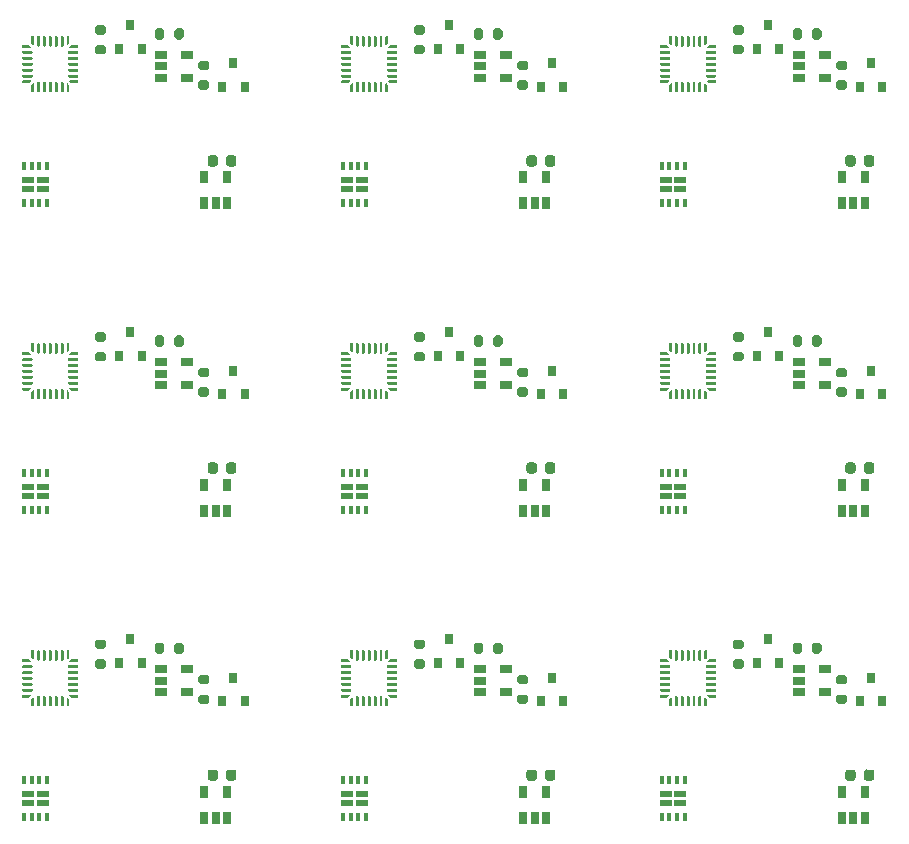
<source format=gtp>
%MOIN*%
%OFA0B0*%
%FSLAX46Y46*%
%IPPOS*%
%LPD*%
%ADD10R,0.031496062992125991X0.035433070866141732*%
%ADD11R,0.013779527559055118X0.025590551181102365*%
%ADD12R,0.03937007874015748X0.023622047244094488*%
%ADD13R,0.041732283464566935X0.025590551181102365*%
%ADD14R,0.025590551181102365X0.041732283464566935*%
%ADD15C,0.0039370078740157488*%
%ADD26R,0.031496062992125991X0.035433070866141732*%
%ADD27R,0.013779527559055118X0.025590551181102365*%
%ADD28R,0.03937007874015748X0.023622047244094488*%
%ADD29R,0.041732283464566935X0.025590551181102365*%
%ADD30R,0.025590551181102365X0.041732283464566935*%
%ADD31C,0.0039370078740157488*%
%ADD32R,0.031496062992125991X0.035433070866141732*%
%ADD33R,0.013779527559055118X0.025590551181102365*%
%ADD34R,0.03937007874015748X0.023622047244094488*%
%ADD35R,0.041732283464566935X0.025590551181102365*%
%ADD36R,0.025590551181102365X0.041732283464566935*%
%ADD37C,0.0039370078740157488*%
%ADD38R,0.031496062992125991X0.035433070866141732*%
%ADD39R,0.013779527559055118X0.025590551181102365*%
%ADD40R,0.03937007874015748X0.023622047244094488*%
%ADD41R,0.041732283464566935X0.025590551181102365*%
%ADD42R,0.025590551181102365X0.041732283464566935*%
%ADD43C,0.0039370078740157488*%
%ADD44R,0.031496062992125991X0.035433070866141732*%
%ADD45R,0.013779527559055118X0.025590551181102365*%
%ADD46R,0.03937007874015748X0.023622047244094488*%
%ADD47R,0.041732283464566935X0.025590551181102365*%
%ADD48R,0.025590551181102365X0.041732283464566935*%
%ADD49C,0.0039370078740157488*%
%ADD50R,0.031496062992125991X0.035433070866141732*%
%ADD51R,0.013779527559055118X0.025590551181102365*%
%ADD52R,0.03937007874015748X0.023622047244094488*%
%ADD53R,0.041732283464566935X0.025590551181102365*%
%ADD54R,0.025590551181102365X0.041732283464566935*%
%ADD55C,0.0039370078740157488*%
%ADD56R,0.031496062992125991X0.035433070866141732*%
%ADD57R,0.013779527559055118X0.025590551181102365*%
%ADD58R,0.03937007874015748X0.023622047244094488*%
%ADD59R,0.041732283464566935X0.025590551181102365*%
%ADD60R,0.025590551181102365X0.041732283464566935*%
%ADD61C,0.0039370078740157488*%
%ADD62R,0.031496062992125991X0.035433070866141732*%
%ADD63R,0.013779527559055118X0.025590551181102365*%
%ADD64R,0.03937007874015748X0.023622047244094488*%
%ADD65R,0.041732283464566935X0.025590551181102365*%
%ADD66R,0.025590551181102365X0.041732283464566935*%
%ADD67C,0.0039370078740157488*%
%ADD68R,0.031496062992125991X0.035433070866141732*%
%ADD69R,0.013779527559055118X0.025590551181102365*%
%ADD70R,0.03937007874015748X0.023622047244094488*%
%ADD71R,0.041732283464566935X0.025590551181102365*%
%ADD72R,0.025590551181102365X0.041732283464566935*%
%ADD73C,0.0039370078740157488*%
G01*
G36*
G01*
X0001240649Y0000816683D02*
X0001240649Y0000836860D01*
G75*
G02*
X0001249261Y0000845472I0000008612D01*
G01*
X0001266486Y0000845472D01*
G75*
G02*
X0001275098Y0000836860J-0000008612D01*
G01*
X0001275098Y0000816683D01*
G75*
G02*
X0001266486Y0000808070I-0000008612D01*
G01*
X0001249261Y0000808070D01*
G75*
G02*
X0001240649Y0000816683J0000008612D01*
G01*
G37*
G36*
G01*
X0001302657Y0000816683D02*
X0001302657Y0000836860D01*
G75*
G02*
X0001311269Y0000845472I0000008612D01*
G01*
X0001328494Y0000845472D01*
G75*
G02*
X0001337106Y0000836860J-0000008612D01*
G01*
X0001337106Y0000816683D01*
G75*
G02*
X0001328494Y0000808070I-0000008612D01*
G01*
X0001311269Y0000808070D01*
G75*
G02*
X0001302657Y0000816683J0000008612D01*
G01*
G37*
D10*
X0001326771Y0001151574D03*
X0001364173Y0001072834D03*
X0001289370Y0001072834D03*
X0000945866Y0001200787D03*
X0001020669Y0001200787D03*
X0000983267Y0001279527D03*
G36*
G01*
X0001239173Y0001063976D02*
X0001217519Y0001063976D01*
G75*
G02*
X0001209645Y0001071850J0000007874D01*
G01*
X0001209645Y0001087598D01*
G75*
G02*
X0001217519Y0001095472I0000007874D01*
G01*
X0001239173Y0001095472D01*
G75*
G02*
X0001247047Y0001087598J-0000007874D01*
G01*
X0001247047Y0001071850D01*
G75*
G02*
X0001239173Y0001063976I-0000007874D01*
G01*
G37*
G36*
G01*
X0001239173Y0001128937D02*
X0001217519Y0001128937D01*
G75*
G02*
X0001209645Y0001136811J0000007874D01*
G01*
X0001209645Y0001152559D01*
G75*
G02*
X0001217519Y0001160433I0000007874D01*
G01*
X0001239173Y0001160433D01*
G75*
G02*
X0001247047Y0001152559J-0000007874D01*
G01*
X0001247047Y0001136811D01*
G75*
G02*
X0001239173Y0001128937I-0000007874D01*
G01*
G37*
G36*
G01*
X0000894685Y0001247047D02*
X0000873031Y0001247047D01*
G75*
G02*
X0000865157Y0001254921J0000007874D01*
G01*
X0000865157Y0001270669D01*
G75*
G02*
X0000873031Y0001278543I0000007874D01*
G01*
X0000894685Y0001278543D01*
G75*
G02*
X0000902559Y0001270669J-0000007874D01*
G01*
X0000902559Y0001254921D01*
G75*
G02*
X0000894685Y0001247047I-0000007874D01*
G01*
G37*
G36*
G01*
X0000894685Y0001182086D02*
X0000873031Y0001182086D01*
G75*
G02*
X0000865157Y0001189960J0000007874D01*
G01*
X0000865157Y0001205708D01*
G75*
G02*
X0000873031Y0001213582I0000007874D01*
G01*
X0000894685Y0001213582D01*
G75*
G02*
X0000902559Y0001205708J-0000007874D01*
G01*
X0000902559Y0001189960D01*
G75*
G02*
X0000894685Y0001182086I-0000007874D01*
G01*
G37*
G36*
G01*
X0001064960Y0001239173D02*
X0001064960Y0001260826D01*
G75*
G02*
X0001072834Y0001268700I0000007874D01*
G01*
X0001088582Y0001268700D01*
G75*
G02*
X0001096456Y0001260826J-0000007874D01*
G01*
X0001096456Y0001239173D01*
G75*
G02*
X0001088582Y0001231299I-0000007874D01*
G01*
X0001072834Y0001231299D01*
G75*
G02*
X0001064960Y0001239173J0000007874D01*
G01*
G37*
G36*
G01*
X0001129921Y0001239173D02*
X0001129921Y0001260826D01*
G75*
G02*
X0001137795Y0001268700I0000007874D01*
G01*
X0001153543Y0001268700D01*
G75*
G02*
X0001161417Y0001260826J-0000007874D01*
G01*
X0001161417Y0001239173D01*
G75*
G02*
X0001153543Y0001231299I-0000007874D01*
G01*
X0001137795Y0001231299D01*
G75*
G02*
X0001129921Y0001239173J0000007874D01*
G01*
G37*
D11*
X0000705708Y0000809055D03*
X0000680118Y0000809055D03*
X0000654527Y0000809055D03*
X0000628937Y0000809055D03*
X0000628937Y0000687007D03*
X0000654527Y0000687007D03*
X0000680118Y0000687007D03*
X0000705708Y0000687007D03*
D12*
X0000643700Y0000763287D03*
X0000643700Y0000732775D03*
X0000690944Y0000732775D03*
X0000690944Y0000763287D03*
D13*
X0001086614Y0001179133D03*
X0001086614Y0001141732D03*
X0001086614Y0001104330D03*
X0001173228Y0001104330D03*
X0001173228Y0001179133D03*
D14*
X0001230314Y0000771653D03*
X0001305118Y0000771653D03*
X0001305118Y0000685039D03*
X0001267716Y0000685039D03*
X0001230314Y0000685039D03*
D15*
G36*
X0000787002Y0001085171D02*
G01*
X0000786670Y0001085272D01*
X0000786363Y0001085436D01*
X0000786095Y0001085656D01*
X0000780833Y0001090918D01*
X0000780613Y0001091186D01*
X0000780449Y0001091492D01*
X0000780349Y0001091825D01*
X0000780314Y0001092170D01*
X0000780314Y0001093208D01*
X0000780349Y0001093554D01*
X0000780449Y0001093886D01*
X0000780613Y0001094192D01*
X0000780833Y0001094461D01*
X0000781102Y0001094681D01*
X0000781408Y0001094845D01*
X0000781740Y0001094946D01*
X0000782086Y0001094980D01*
X0000808267Y0001094980D01*
X0000808613Y0001094946D01*
X0000808945Y0001094845D01*
X0000809252Y0001094681D01*
X0000809520Y0001094461D01*
X0000809740Y0001094192D01*
X0000809904Y0001093886D01*
X0000810005Y0001093554D01*
X0000810039Y0001093208D01*
X0000810039Y0001086909D01*
X0000810005Y0001086563D01*
X0000809904Y0001086231D01*
X0000809740Y0001085925D01*
X0000809520Y0001085656D01*
X0000809252Y0001085436D01*
X0000808945Y0001085272D01*
X0000808613Y0001085171D01*
X0000808267Y0001085137D01*
X0000787348Y0001085137D01*
X0000787002Y0001085171D01*
G37*
G36*
G01*
X0000810039Y0001112204D02*
X0000810039Y0001107283D01*
G75*
G02*
X0000807578Y0001104822I-0000002460D01*
G01*
X0000778051Y0001104822D01*
G75*
G02*
X0000775590Y0001107283J0000002460D01*
G01*
X0000775590Y0001112204D01*
G75*
G02*
X0000778051Y0001114665I0000002460D01*
G01*
X0000807578Y0001114665D01*
G75*
G02*
X0000810039Y0001112204J-0000002460D01*
G01*
G37*
G36*
G01*
X0000810039Y0001131889D02*
X0000810039Y0001126968D01*
G75*
G02*
X0000807578Y0001124507I-0000002460D01*
G01*
X0000778051Y0001124507D01*
G75*
G02*
X0000775590Y0001126968J0000002460D01*
G01*
X0000775590Y0001131889D01*
G75*
G02*
X0000778051Y0001134350I0000002460D01*
G01*
X0000807578Y0001134350D01*
G75*
G02*
X0000810039Y0001131889J-0000002460D01*
G01*
G37*
G36*
G01*
X0000810039Y0001151574D02*
X0000810039Y0001146653D01*
G75*
G02*
X0000807578Y0001144192I-0000002460D01*
G01*
X0000778051Y0001144192D01*
G75*
G02*
X0000775590Y0001146653J0000002460D01*
G01*
X0000775590Y0001151574D01*
G75*
G02*
X0000778051Y0001154035I0000002460D01*
G01*
X0000807578Y0001154035D01*
G75*
G02*
X0000810039Y0001151574J-0000002460D01*
G01*
G37*
G36*
G01*
X0000810039Y0001171259D02*
X0000810039Y0001166338D01*
G75*
G02*
X0000807578Y0001163877I-0000002460D01*
G01*
X0000778051Y0001163877D01*
G75*
G02*
X0000775590Y0001166338J0000002460D01*
G01*
X0000775590Y0001171259D01*
G75*
G02*
X0000778051Y0001173720I0000002460D01*
G01*
X0000807578Y0001173720D01*
G75*
G02*
X0000810039Y0001171259J-0000002460D01*
G01*
G37*
G36*
G01*
X0000810039Y0001190944D02*
X0000810039Y0001186023D01*
G75*
G02*
X0000807578Y0001183562I-0000002460D01*
G01*
X0000778051Y0001183562D01*
G75*
G02*
X0000775590Y0001186023J0000002460D01*
G01*
X0000775590Y0001190944D01*
G75*
G02*
X0000778051Y0001193405I0000002460D01*
G01*
X0000807578Y0001193405D01*
G75*
G02*
X0000810039Y0001190944J-0000002460D01*
G01*
G37*
G36*
X0000781740Y0001203282D02*
G01*
X0000781408Y0001203382D01*
X0000781102Y0001203546D01*
X0000780833Y0001203766D01*
X0000780613Y0001204035D01*
X0000780449Y0001204341D01*
X0000780349Y0001204674D01*
X0000780314Y0001205019D01*
X0000780314Y0001206057D01*
X0000780349Y0001206403D01*
X0000780449Y0001206735D01*
X0000780613Y0001207041D01*
X0000780833Y0001207310D01*
X0000786095Y0001212571D01*
X0000786363Y0001212791D01*
X0000786670Y0001212955D01*
X0000787002Y0001213056D01*
X0000787348Y0001213090D01*
X0000808267Y0001213090D01*
X0000808613Y0001213056D01*
X0000808945Y0001212955D01*
X0000809252Y0001212791D01*
X0000809520Y0001212571D01*
X0000809740Y0001212303D01*
X0000809904Y0001211996D01*
X0000810005Y0001211664D01*
X0000810039Y0001211318D01*
X0000810039Y0001205019D01*
X0000810005Y0001204674D01*
X0000809904Y0001204341D01*
X0000809740Y0001204035D01*
X0000809520Y0001203766D01*
X0000809252Y0001203546D01*
X0000808945Y0001203382D01*
X0000808613Y0001203282D01*
X0000808267Y0001203248D01*
X0000782086Y0001203248D01*
X0000781740Y0001203282D01*
G37*
G36*
X0000772095Y0001212927D02*
G01*
X0000771762Y0001213028D01*
X0000771456Y0001213192D01*
X0000771188Y0001213412D01*
X0000770967Y0001213681D01*
X0000770804Y0001213987D01*
X0000770703Y0001214319D01*
X0000770669Y0001214665D01*
X0000770669Y0001240846D01*
X0000770703Y0001241192D01*
X0000770804Y0001241524D01*
X0000770967Y0001241830D01*
X0000771188Y0001242099D01*
X0000771456Y0001242319D01*
X0000771762Y0001242483D01*
X0000772095Y0001242584D01*
X0000772440Y0001242618D01*
X0000778740Y0001242618D01*
X0000779085Y0001242584D01*
X0000779418Y0001242483D01*
X0000779724Y0001242319D01*
X0000779992Y0001242099D01*
X0000780213Y0001241830D01*
X0000780376Y0001241524D01*
X0000780477Y0001241192D01*
X0000780511Y0001240846D01*
X0000780511Y0001219926D01*
X0000780477Y0001219581D01*
X0000780376Y0001219248D01*
X0000780213Y0001218942D01*
X0000779992Y0001218674D01*
X0000774731Y0001213412D01*
X0000774463Y0001213192D01*
X0000774156Y0001213028D01*
X0000773824Y0001212927D01*
X0000773478Y0001212893D01*
X0000772440Y0001212893D01*
X0000772095Y0001212927D01*
G37*
G36*
G01*
X0000760826Y0001240157D02*
X0000760826Y0001210629D01*
G75*
G02*
X0000758366Y0001208169I-0000002460D01*
G01*
X0000753444Y0001208169D01*
G75*
G02*
X0000750984Y0001210629J0000002460D01*
G01*
X0000750984Y0001240157D01*
G75*
G02*
X0000753444Y0001242618I0000002460D01*
G01*
X0000758366Y0001242618D01*
G75*
G02*
X0000760826Y0001240157J-0000002460D01*
G01*
G37*
G36*
G01*
X0000741141Y0001240157D02*
X0000741141Y0001210629D01*
G75*
G02*
X0000738681Y0001208169I-0000002460D01*
G01*
X0000733759Y0001208169D01*
G75*
G02*
X0000731299Y0001210629J0000002460D01*
G01*
X0000731299Y0001240157D01*
G75*
G02*
X0000733759Y0001242618I0000002460D01*
G01*
X0000738681Y0001242618D01*
G75*
G02*
X0000741141Y0001240157J-0000002460D01*
G01*
G37*
G36*
G01*
X0000721456Y0001240157D02*
X0000721456Y0001210629D01*
G75*
G02*
X0000718996Y0001208169I-0000002460D01*
G01*
X0000714074Y0001208169D01*
G75*
G02*
X0000711614Y0001210629J0000002460D01*
G01*
X0000711614Y0001240157D01*
G75*
G02*
X0000714074Y0001242618I0000002460D01*
G01*
X0000718996Y0001242618D01*
G75*
G02*
X0000721456Y0001240157J-0000002460D01*
G01*
G37*
G36*
G01*
X0000701771Y0001240157D02*
X0000701771Y0001210629D01*
G75*
G02*
X0000699311Y0001208169I-0000002460D01*
G01*
X0000694389Y0001208169D01*
G75*
G02*
X0000691929Y0001210629J0000002460D01*
G01*
X0000691929Y0001240157D01*
G75*
G02*
X0000694389Y0001242618I0000002460D01*
G01*
X0000699311Y0001242618D01*
G75*
G02*
X0000701771Y0001240157J-0000002460D01*
G01*
G37*
G36*
G01*
X0000682086Y0001240157D02*
X0000682086Y0001210629D01*
G75*
G02*
X0000679625Y0001208169I-0000002460D01*
G01*
X0000674704Y0001208169D01*
G75*
G02*
X0000672244Y0001210629J0000002460D01*
G01*
X0000672244Y0001240157D01*
G75*
G02*
X0000674704Y0001242618I0000002460D01*
G01*
X0000679625Y0001242618D01*
G75*
G02*
X0000682086Y0001240157J-0000002460D01*
G01*
G37*
G36*
X0000659246Y0001212927D02*
G01*
X0000658914Y0001213028D01*
X0000658607Y0001213192D01*
X0000658339Y0001213412D01*
X0000653077Y0001218674D01*
X0000652857Y0001218942D01*
X0000652693Y0001219248D01*
X0000652593Y0001219581D01*
X0000652559Y0001219926D01*
X0000652559Y0001240846D01*
X0000652593Y0001241192D01*
X0000652693Y0001241524D01*
X0000652857Y0001241830D01*
X0000653077Y0001242099D01*
X0000653346Y0001242319D01*
X0000653652Y0001242483D01*
X0000653985Y0001242584D01*
X0000654330Y0001242618D01*
X0000660629Y0001242618D01*
X0000660975Y0001242584D01*
X0000661307Y0001242483D01*
X0000661614Y0001242319D01*
X0000661882Y0001242099D01*
X0000662102Y0001241830D01*
X0000662266Y0001241524D01*
X0000662367Y0001241192D01*
X0000662401Y0001240846D01*
X0000662401Y0001214665D01*
X0000662367Y0001214319D01*
X0000662266Y0001213987D01*
X0000662102Y0001213681D01*
X0000661882Y0001213412D01*
X0000661614Y0001213192D01*
X0000661307Y0001213028D01*
X0000660975Y0001212927D01*
X0000660629Y0001212893D01*
X0000659592Y0001212893D01*
X0000659246Y0001212927D01*
G37*
G36*
X0000624457Y0001203282D02*
G01*
X0000624125Y0001203382D01*
X0000623818Y0001203546D01*
X0000623550Y0001203766D01*
X0000623330Y0001204035D01*
X0000623166Y0001204341D01*
X0000623065Y0001204674D01*
X0000623031Y0001205019D01*
X0000623031Y0001211318D01*
X0000623065Y0001211664D01*
X0000623166Y0001211996D01*
X0000623330Y0001212303D01*
X0000623550Y0001212571D01*
X0000623818Y0001212791D01*
X0000624125Y0001212955D01*
X0000624457Y0001213056D01*
X0000624803Y0001213090D01*
X0000645722Y0001213090D01*
X0000646068Y0001213056D01*
X0000646400Y0001212955D01*
X0000646707Y0001212791D01*
X0000646975Y0001212571D01*
X0000652237Y0001207310D01*
X0000652457Y0001207041D01*
X0000652621Y0001206735D01*
X0000652721Y0001206403D01*
X0000652755Y0001206057D01*
X0000652755Y0001205019D01*
X0000652721Y0001204674D01*
X0000652621Y0001204341D01*
X0000652457Y0001204035D01*
X0000652237Y0001203766D01*
X0000651968Y0001203546D01*
X0000651662Y0001203382D01*
X0000651329Y0001203282D01*
X0000650984Y0001203248D01*
X0000624803Y0001203248D01*
X0000624457Y0001203282D01*
G37*
G36*
G01*
X0000657480Y0001190944D02*
X0000657480Y0001186023D01*
G75*
G02*
X0000655019Y0001183562I-0000002460D01*
G01*
X0000625492Y0001183562D01*
G75*
G02*
X0000623031Y0001186023J0000002460D01*
G01*
X0000623031Y0001190944D01*
G75*
G02*
X0000625492Y0001193405I0000002460D01*
G01*
X0000655019Y0001193405D01*
G75*
G02*
X0000657480Y0001190944J-0000002460D01*
G01*
G37*
G36*
G01*
X0000657480Y0001171259D02*
X0000657480Y0001166338D01*
G75*
G02*
X0000655019Y0001163877I-0000002460D01*
G01*
X0000625492Y0001163877D01*
G75*
G02*
X0000623031Y0001166338J0000002460D01*
G01*
X0000623031Y0001171259D01*
G75*
G02*
X0000625492Y0001173720I0000002460D01*
G01*
X0000655019Y0001173720D01*
G75*
G02*
X0000657480Y0001171259J-0000002460D01*
G01*
G37*
G36*
G01*
X0000657480Y0001151574D02*
X0000657480Y0001146653D01*
G75*
G02*
X0000655019Y0001144192I-0000002460D01*
G01*
X0000625492Y0001144192D01*
G75*
G02*
X0000623031Y0001146653J0000002460D01*
G01*
X0000623031Y0001151574D01*
G75*
G02*
X0000625492Y0001154035I0000002460D01*
G01*
X0000655019Y0001154035D01*
G75*
G02*
X0000657480Y0001151574J-0000002460D01*
G01*
G37*
G36*
G01*
X0000657480Y0001131889D02*
X0000657480Y0001126968D01*
G75*
G02*
X0000655019Y0001124507I-0000002460D01*
G01*
X0000625492Y0001124507D01*
G75*
G02*
X0000623031Y0001126968J0000002460D01*
G01*
X0000623031Y0001131889D01*
G75*
G02*
X0000625492Y0001134350I0000002460D01*
G01*
X0000655019Y0001134350D01*
G75*
G02*
X0000657480Y0001131889J-0000002460D01*
G01*
G37*
G36*
G01*
X0000657480Y0001112204D02*
X0000657480Y0001107283D01*
G75*
G02*
X0000655019Y0001104822I-0000002460D01*
G01*
X0000625492Y0001104822D01*
G75*
G02*
X0000623031Y0001107283J0000002460D01*
G01*
X0000623031Y0001112204D01*
G75*
G02*
X0000625492Y0001114665I0000002460D01*
G01*
X0000655019Y0001114665D01*
G75*
G02*
X0000657480Y0001112204J-0000002460D01*
G01*
G37*
G36*
X0000624457Y0001085171D02*
G01*
X0000624125Y0001085272D01*
X0000623818Y0001085436D01*
X0000623550Y0001085656D01*
X0000623330Y0001085925D01*
X0000623166Y0001086231D01*
X0000623065Y0001086563D01*
X0000623031Y0001086909D01*
X0000623031Y0001093208D01*
X0000623065Y0001093554D01*
X0000623166Y0001093886D01*
X0000623330Y0001094192D01*
X0000623550Y0001094461D01*
X0000623818Y0001094681D01*
X0000624125Y0001094845D01*
X0000624457Y0001094946D01*
X0000624803Y0001094980D01*
X0000650984Y0001094980D01*
X0000651329Y0001094946D01*
X0000651662Y0001094845D01*
X0000651968Y0001094681D01*
X0000652237Y0001094461D01*
X0000652457Y0001094192D01*
X0000652621Y0001093886D01*
X0000652721Y0001093554D01*
X0000652755Y0001093208D01*
X0000652755Y0001092170D01*
X0000652721Y0001091825D01*
X0000652621Y0001091492D01*
X0000652457Y0001091186D01*
X0000652237Y0001090918D01*
X0000646975Y0001085656D01*
X0000646707Y0001085436D01*
X0000646400Y0001085272D01*
X0000646068Y0001085171D01*
X0000645722Y0001085137D01*
X0000624803Y0001085137D01*
X0000624457Y0001085171D01*
G37*
G36*
X0000653985Y0001055644D02*
G01*
X0000653652Y0001055745D01*
X0000653346Y0001055908D01*
X0000653077Y0001056129D01*
X0000652857Y0001056397D01*
X0000652693Y0001056703D01*
X0000652593Y0001057036D01*
X0000652559Y0001057381D01*
X0000652559Y0001078301D01*
X0000652593Y0001078647D01*
X0000652693Y0001078979D01*
X0000652857Y0001079285D01*
X0000653077Y0001079554D01*
X0000658339Y0001084815D01*
X0000658607Y0001085036D01*
X0000658914Y0001085199D01*
X0000659246Y0001085300D01*
X0000659592Y0001085334D01*
X0000660629Y0001085334D01*
X0000660975Y0001085300D01*
X0000661307Y0001085199D01*
X0000661614Y0001085036D01*
X0000661882Y0001084815D01*
X0000662102Y0001084547D01*
X0000662266Y0001084240D01*
X0000662367Y0001083908D01*
X0000662401Y0001083562D01*
X0000662401Y0001057381D01*
X0000662367Y0001057036D01*
X0000662266Y0001056703D01*
X0000662102Y0001056397D01*
X0000661882Y0001056129D01*
X0000661614Y0001055908D01*
X0000661307Y0001055745D01*
X0000660975Y0001055644D01*
X0000660629Y0001055610D01*
X0000654330Y0001055610D01*
X0000653985Y0001055644D01*
G37*
G36*
G01*
X0000682086Y0001087598D02*
X0000682086Y0001058070D01*
G75*
G02*
X0000679625Y0001055610I-0000002460D01*
G01*
X0000674704Y0001055610D01*
G75*
G02*
X0000672244Y0001058070J0000002460D01*
G01*
X0000672244Y0001087598D01*
G75*
G02*
X0000674704Y0001090059I0000002460D01*
G01*
X0000679625Y0001090059D01*
G75*
G02*
X0000682086Y0001087598J-0000002460D01*
G01*
G37*
G36*
G01*
X0000701771Y0001087598D02*
X0000701771Y0001058070D01*
G75*
G02*
X0000699311Y0001055610I-0000002460D01*
G01*
X0000694389Y0001055610D01*
G75*
G02*
X0000691929Y0001058070J0000002460D01*
G01*
X0000691929Y0001087598D01*
G75*
G02*
X0000694389Y0001090059I0000002460D01*
G01*
X0000699311Y0001090059D01*
G75*
G02*
X0000701771Y0001087598J-0000002460D01*
G01*
G37*
G36*
G01*
X0000721456Y0001087598D02*
X0000721456Y0001058070D01*
G75*
G02*
X0000718996Y0001055610I-0000002460D01*
G01*
X0000714074Y0001055610D01*
G75*
G02*
X0000711614Y0001058070J0000002460D01*
G01*
X0000711614Y0001087598D01*
G75*
G02*
X0000714074Y0001090059I0000002460D01*
G01*
X0000718996Y0001090059D01*
G75*
G02*
X0000721456Y0001087598J-0000002460D01*
G01*
G37*
G36*
G01*
X0000741141Y0001087598D02*
X0000741141Y0001058070D01*
G75*
G02*
X0000738681Y0001055610I-0000002460D01*
G01*
X0000733759Y0001055610D01*
G75*
G02*
X0000731299Y0001058070J0000002460D01*
G01*
X0000731299Y0001087598D01*
G75*
G02*
X0000733759Y0001090059I0000002460D01*
G01*
X0000738681Y0001090059D01*
G75*
G02*
X0000741141Y0001087598J-0000002460D01*
G01*
G37*
G36*
G01*
X0000760826Y0001087598D02*
X0000760826Y0001058070D01*
G75*
G02*
X0000758366Y0001055610I-0000002460D01*
G01*
X0000753444Y0001055610D01*
G75*
G02*
X0000750984Y0001058070J0000002460D01*
G01*
X0000750984Y0001087598D01*
G75*
G02*
X0000753444Y0001090059I0000002460D01*
G01*
X0000758366Y0001090059D01*
G75*
G02*
X0000760826Y0001087598J-0000002460D01*
G01*
G37*
G36*
X0000772095Y0001055644D02*
G01*
X0000771762Y0001055745D01*
X0000771456Y0001055908D01*
X0000771188Y0001056129D01*
X0000770967Y0001056397D01*
X0000770804Y0001056703D01*
X0000770703Y0001057036D01*
X0000770669Y0001057381D01*
X0000770669Y0001083562D01*
X0000770703Y0001083908D01*
X0000770804Y0001084240D01*
X0000770967Y0001084547D01*
X0000771188Y0001084815D01*
X0000771456Y0001085036D01*
X0000771762Y0001085199D01*
X0000772095Y0001085300D01*
X0000772440Y0001085334D01*
X0000773478Y0001085334D01*
X0000773824Y0001085300D01*
X0000774156Y0001085199D01*
X0000774463Y0001085036D01*
X0000774731Y0001084815D01*
X0000779992Y0001079554D01*
X0000780213Y0001079285D01*
X0000780376Y0001078979D01*
X0000780477Y0001078647D01*
X0000780511Y0001078301D01*
X0000780511Y0001057381D01*
X0000780477Y0001057036D01*
X0000780376Y0001056703D01*
X0000780213Y0001056397D01*
X0000779992Y0001056129D01*
X0000779724Y0001055908D01*
X0000779418Y0001055745D01*
X0000779085Y0001055644D01*
X0000778740Y0001055610D01*
X0000772440Y0001055610D01*
X0000772095Y0001055644D01*
G37*
G04 next file*
G04 Gerber Fmt 4.6, Leading zero omitted, Abs format (unit mm)*
G04 Created by KiCad (PCBNEW (5.1.8)-1) date 2020-11-23 23:28:54*
G01*
G04 APERTURE LIST*
G04 APERTURE END LIST*
G36*
G01*
X0002303641Y0000816683D02*
X0002303641Y0000836860D01*
G75*
G02*
X0002312253Y0000845472I0000008612D01*
G01*
X0002329478Y0000845472D01*
G75*
G02*
X0002338090Y0000836860J-0000008612D01*
G01*
X0002338090Y0000816683D01*
G75*
G02*
X0002329478Y0000808070I-0000008612D01*
G01*
X0002312253Y0000808070D01*
G75*
G02*
X0002303641Y0000816683J0000008612D01*
G01*
G37*
G36*
G01*
X0002365649Y0000816683D02*
X0002365649Y0000836860D01*
G75*
G02*
X0002374261Y0000845472I0000008612D01*
G01*
X0002391486Y0000845472D01*
G75*
G02*
X0002400098Y0000836860J-0000008612D01*
G01*
X0002400098Y0000816683D01*
G75*
G02*
X0002391486Y0000808070I-0000008612D01*
G01*
X0002374261Y0000808070D01*
G75*
G02*
X0002365649Y0000816683J0000008612D01*
G01*
G37*
D26*
X0002389763Y0001151574D03*
X0002427165Y0001072834D03*
X0002352362Y0001072834D03*
X0002008858Y0001200787D03*
X0002083661Y0001200787D03*
X0002046259Y0001279527D03*
G36*
G01*
X0002302165Y0001063976D02*
X0002280511Y0001063976D01*
G75*
G02*
X0002272637Y0001071850J0000007874D01*
G01*
X0002272637Y0001087598D01*
G75*
G02*
X0002280511Y0001095472I0000007874D01*
G01*
X0002302165Y0001095472D01*
G75*
G02*
X0002310039Y0001087598J-0000007874D01*
G01*
X0002310039Y0001071850D01*
G75*
G02*
X0002302165Y0001063976I-0000007874D01*
G01*
G37*
G36*
G01*
X0002302165Y0001128937D02*
X0002280511Y0001128937D01*
G75*
G02*
X0002272637Y0001136811J0000007874D01*
G01*
X0002272637Y0001152559D01*
G75*
G02*
X0002280511Y0001160433I0000007874D01*
G01*
X0002302165Y0001160433D01*
G75*
G02*
X0002310039Y0001152559J-0000007874D01*
G01*
X0002310039Y0001136811D01*
G75*
G02*
X0002302165Y0001128937I-0000007874D01*
G01*
G37*
G36*
G01*
X0001957677Y0001247047D02*
X0001936023Y0001247047D01*
G75*
G02*
X0001928149Y0001254921J0000007874D01*
G01*
X0001928149Y0001270669D01*
G75*
G02*
X0001936023Y0001278543I0000007874D01*
G01*
X0001957677Y0001278543D01*
G75*
G02*
X0001965551Y0001270669J-0000007874D01*
G01*
X0001965551Y0001254921D01*
G75*
G02*
X0001957677Y0001247047I-0000007874D01*
G01*
G37*
G36*
G01*
X0001957677Y0001182086D02*
X0001936023Y0001182086D01*
G75*
G02*
X0001928149Y0001189960J0000007874D01*
G01*
X0001928149Y0001205708D01*
G75*
G02*
X0001936023Y0001213582I0000007874D01*
G01*
X0001957677Y0001213582D01*
G75*
G02*
X0001965551Y0001205708J-0000007874D01*
G01*
X0001965551Y0001189960D01*
G75*
G02*
X0001957677Y0001182086I-0000007874D01*
G01*
G37*
G36*
G01*
X0002127952Y0001239173D02*
X0002127952Y0001260826D01*
G75*
G02*
X0002135826Y0001268700I0000007874D01*
G01*
X0002151574Y0001268700D01*
G75*
G02*
X0002159448Y0001260826J-0000007874D01*
G01*
X0002159448Y0001239173D01*
G75*
G02*
X0002151574Y0001231299I-0000007874D01*
G01*
X0002135826Y0001231299D01*
G75*
G02*
X0002127952Y0001239173J0000007874D01*
G01*
G37*
G36*
G01*
X0002192913Y0001239173D02*
X0002192913Y0001260826D01*
G75*
G02*
X0002200787Y0001268700I0000007874D01*
G01*
X0002216535Y0001268700D01*
G75*
G02*
X0002224409Y0001260826J-0000007874D01*
G01*
X0002224409Y0001239173D01*
G75*
G02*
X0002216535Y0001231299I-0000007874D01*
G01*
X0002200787Y0001231299D01*
G75*
G02*
X0002192913Y0001239173J0000007874D01*
G01*
G37*
D27*
X0001768700Y0000809055D03*
X0001743110Y0000809055D03*
X0001717519Y0000809055D03*
X0001691929Y0000809055D03*
X0001691929Y0000687007D03*
X0001717519Y0000687007D03*
X0001743110Y0000687007D03*
X0001768700Y0000687007D03*
D28*
X0001706692Y0000763287D03*
X0001706692Y0000732775D03*
X0001753937Y0000732775D03*
X0001753937Y0000763287D03*
D29*
X0002149606Y0001179133D03*
X0002149606Y0001141732D03*
X0002149606Y0001104330D03*
X0002236220Y0001104330D03*
X0002236220Y0001179133D03*
D30*
X0002293307Y0000771653D03*
X0002368110Y0000771653D03*
X0002368110Y0000685039D03*
X0002330708Y0000685039D03*
X0002293307Y0000685039D03*
D31*
G36*
X0001849994Y0001085171D02*
G01*
X0001849662Y0001085272D01*
X0001849355Y0001085436D01*
X0001849087Y0001085656D01*
X0001843825Y0001090918D01*
X0001843605Y0001091186D01*
X0001843441Y0001091492D01*
X0001843341Y0001091825D01*
X0001843307Y0001092170D01*
X0001843307Y0001093208D01*
X0001843341Y0001093554D01*
X0001843441Y0001093886D01*
X0001843605Y0001094192D01*
X0001843825Y0001094461D01*
X0001844094Y0001094681D01*
X0001844400Y0001094845D01*
X0001844733Y0001094946D01*
X0001845078Y0001094980D01*
X0001871259Y0001094980D01*
X0001871605Y0001094946D01*
X0001871937Y0001094845D01*
X0001872244Y0001094681D01*
X0001872512Y0001094461D01*
X0001872732Y0001094192D01*
X0001872896Y0001093886D01*
X0001872997Y0001093554D01*
X0001873031Y0001093208D01*
X0001873031Y0001086909D01*
X0001872997Y0001086563D01*
X0001872896Y0001086231D01*
X0001872732Y0001085925D01*
X0001872512Y0001085656D01*
X0001872244Y0001085436D01*
X0001871937Y0001085272D01*
X0001871605Y0001085171D01*
X0001871259Y0001085137D01*
X0001850340Y0001085137D01*
X0001849994Y0001085171D01*
G37*
G36*
G01*
X0001873031Y0001112204D02*
X0001873031Y0001107283D01*
G75*
G02*
X0001870570Y0001104822I-0000002460D01*
G01*
X0001841043Y0001104822D01*
G75*
G02*
X0001838582Y0001107283J0000002460D01*
G01*
X0001838582Y0001112204D01*
G75*
G02*
X0001841043Y0001114665I0000002460D01*
G01*
X0001870570Y0001114665D01*
G75*
G02*
X0001873031Y0001112204J-0000002460D01*
G01*
G37*
G36*
G01*
X0001873031Y0001131889D02*
X0001873031Y0001126968D01*
G75*
G02*
X0001870570Y0001124507I-0000002460D01*
G01*
X0001841043Y0001124507D01*
G75*
G02*
X0001838582Y0001126968J0000002460D01*
G01*
X0001838582Y0001131889D01*
G75*
G02*
X0001841043Y0001134350I0000002460D01*
G01*
X0001870570Y0001134350D01*
G75*
G02*
X0001873031Y0001131889J-0000002460D01*
G01*
G37*
G36*
G01*
X0001873031Y0001151574D02*
X0001873031Y0001146653D01*
G75*
G02*
X0001870570Y0001144192I-0000002460D01*
G01*
X0001841043Y0001144192D01*
G75*
G02*
X0001838582Y0001146653J0000002460D01*
G01*
X0001838582Y0001151574D01*
G75*
G02*
X0001841043Y0001154035I0000002460D01*
G01*
X0001870570Y0001154035D01*
G75*
G02*
X0001873031Y0001151574J-0000002460D01*
G01*
G37*
G36*
G01*
X0001873031Y0001171259D02*
X0001873031Y0001166338D01*
G75*
G02*
X0001870570Y0001163877I-0000002460D01*
G01*
X0001841043Y0001163877D01*
G75*
G02*
X0001838582Y0001166338J0000002460D01*
G01*
X0001838582Y0001171259D01*
G75*
G02*
X0001841043Y0001173720I0000002460D01*
G01*
X0001870570Y0001173720D01*
G75*
G02*
X0001873031Y0001171259J-0000002460D01*
G01*
G37*
G36*
G01*
X0001873031Y0001190944D02*
X0001873031Y0001186023D01*
G75*
G02*
X0001870570Y0001183562I-0000002460D01*
G01*
X0001841043Y0001183562D01*
G75*
G02*
X0001838582Y0001186023J0000002460D01*
G01*
X0001838582Y0001190944D01*
G75*
G02*
X0001841043Y0001193405I0000002460D01*
G01*
X0001870570Y0001193405D01*
G75*
G02*
X0001873031Y0001190944J-0000002460D01*
G01*
G37*
G36*
X0001844733Y0001203282D02*
G01*
X0001844400Y0001203382D01*
X0001844094Y0001203546D01*
X0001843825Y0001203766D01*
X0001843605Y0001204035D01*
X0001843441Y0001204341D01*
X0001843341Y0001204674D01*
X0001843307Y0001205019D01*
X0001843307Y0001206057D01*
X0001843341Y0001206403D01*
X0001843441Y0001206735D01*
X0001843605Y0001207041D01*
X0001843825Y0001207310D01*
X0001849087Y0001212571D01*
X0001849355Y0001212791D01*
X0001849662Y0001212955D01*
X0001849994Y0001213056D01*
X0001850340Y0001213090D01*
X0001871259Y0001213090D01*
X0001871605Y0001213056D01*
X0001871937Y0001212955D01*
X0001872244Y0001212791D01*
X0001872512Y0001212571D01*
X0001872732Y0001212303D01*
X0001872896Y0001211996D01*
X0001872997Y0001211664D01*
X0001873031Y0001211318D01*
X0001873031Y0001205019D01*
X0001872997Y0001204674D01*
X0001872896Y0001204341D01*
X0001872732Y0001204035D01*
X0001872512Y0001203766D01*
X0001872244Y0001203546D01*
X0001871937Y0001203382D01*
X0001871605Y0001203282D01*
X0001871259Y0001203248D01*
X0001845078Y0001203248D01*
X0001844733Y0001203282D01*
G37*
G36*
X0001835087Y0001212927D02*
G01*
X0001834755Y0001213028D01*
X0001834448Y0001213192D01*
X0001834180Y0001213412D01*
X0001833960Y0001213681D01*
X0001833796Y0001213987D01*
X0001833695Y0001214319D01*
X0001833661Y0001214665D01*
X0001833661Y0001240846D01*
X0001833695Y0001241192D01*
X0001833796Y0001241524D01*
X0001833960Y0001241830D01*
X0001834180Y0001242099D01*
X0001834448Y0001242319D01*
X0001834755Y0001242483D01*
X0001835087Y0001242584D01*
X0001835433Y0001242618D01*
X0001841732Y0001242618D01*
X0001842077Y0001242584D01*
X0001842410Y0001242483D01*
X0001842716Y0001242319D01*
X0001842985Y0001242099D01*
X0001843205Y0001241830D01*
X0001843369Y0001241524D01*
X0001843469Y0001241192D01*
X0001843503Y0001240846D01*
X0001843503Y0001219926D01*
X0001843469Y0001219581D01*
X0001843369Y0001219248D01*
X0001843205Y0001218942D01*
X0001842985Y0001218674D01*
X0001837723Y0001213412D01*
X0001837455Y0001213192D01*
X0001837148Y0001213028D01*
X0001836816Y0001212927D01*
X0001836470Y0001212893D01*
X0001835433Y0001212893D01*
X0001835087Y0001212927D01*
G37*
G36*
G01*
X0001823818Y0001240157D02*
X0001823818Y0001210629D01*
G75*
G02*
X0001821358Y0001208169I-0000002460D01*
G01*
X0001816437Y0001208169D01*
G75*
G02*
X0001813976Y0001210629J0000002460D01*
G01*
X0001813976Y0001240157D01*
G75*
G02*
X0001816437Y0001242618I0000002460D01*
G01*
X0001821358Y0001242618D01*
G75*
G02*
X0001823818Y0001240157J-0000002460D01*
G01*
G37*
G36*
G01*
X0001804133Y0001240157D02*
X0001804133Y0001210629D01*
G75*
G02*
X0001801673Y0001208169I-0000002460D01*
G01*
X0001796751Y0001208169D01*
G75*
G02*
X0001794291Y0001210629J0000002460D01*
G01*
X0001794291Y0001240157D01*
G75*
G02*
X0001796751Y0001242618I0000002460D01*
G01*
X0001801673Y0001242618D01*
G75*
G02*
X0001804133Y0001240157J-0000002460D01*
G01*
G37*
G36*
G01*
X0001784448Y0001240157D02*
X0001784448Y0001210629D01*
G75*
G02*
X0001781988Y0001208169I-0000002460D01*
G01*
X0001777066Y0001208169D01*
G75*
G02*
X0001774606Y0001210629J0000002460D01*
G01*
X0001774606Y0001240157D01*
G75*
G02*
X0001777066Y0001242618I0000002460D01*
G01*
X0001781988Y0001242618D01*
G75*
G02*
X0001784448Y0001240157J-0000002460D01*
G01*
G37*
G36*
G01*
X0001764763Y0001240157D02*
X0001764763Y0001210629D01*
G75*
G02*
X0001762303Y0001208169I-0000002460D01*
G01*
X0001757381Y0001208169D01*
G75*
G02*
X0001754921Y0001210629J0000002460D01*
G01*
X0001754921Y0001240157D01*
G75*
G02*
X0001757381Y0001242618I0000002460D01*
G01*
X0001762303Y0001242618D01*
G75*
G02*
X0001764763Y0001240157J-0000002460D01*
G01*
G37*
G36*
G01*
X0001745078Y0001240157D02*
X0001745078Y0001210629D01*
G75*
G02*
X0001742618Y0001208169I-0000002460D01*
G01*
X0001737696Y0001208169D01*
G75*
G02*
X0001735236Y0001210629J0000002460D01*
G01*
X0001735236Y0001240157D01*
G75*
G02*
X0001737696Y0001242618I0000002460D01*
G01*
X0001742618Y0001242618D01*
G75*
G02*
X0001745078Y0001240157J-0000002460D01*
G01*
G37*
G36*
X0001722238Y0001212927D02*
G01*
X0001721906Y0001213028D01*
X0001721599Y0001213192D01*
X0001721331Y0001213412D01*
X0001716070Y0001218674D01*
X0001715849Y0001218942D01*
X0001715686Y0001219248D01*
X0001715585Y0001219581D01*
X0001715551Y0001219926D01*
X0001715551Y0001240846D01*
X0001715585Y0001241192D01*
X0001715686Y0001241524D01*
X0001715849Y0001241830D01*
X0001716070Y0001242099D01*
X0001716338Y0001242319D01*
X0001716644Y0001242483D01*
X0001716977Y0001242584D01*
X0001717322Y0001242618D01*
X0001723622Y0001242618D01*
X0001723967Y0001242584D01*
X0001724300Y0001242483D01*
X0001724606Y0001242319D01*
X0001724874Y0001242099D01*
X0001725095Y0001241830D01*
X0001725258Y0001241524D01*
X0001725359Y0001241192D01*
X0001725393Y0001240846D01*
X0001725393Y0001214665D01*
X0001725359Y0001214319D01*
X0001725258Y0001213987D01*
X0001725095Y0001213681D01*
X0001724874Y0001213412D01*
X0001724606Y0001213192D01*
X0001724300Y0001213028D01*
X0001723967Y0001212927D01*
X0001723622Y0001212893D01*
X0001722584Y0001212893D01*
X0001722238Y0001212927D01*
G37*
G36*
X0001687449Y0001203282D02*
G01*
X0001687117Y0001203382D01*
X0001686810Y0001203546D01*
X0001686542Y0001203766D01*
X0001686322Y0001204035D01*
X0001686158Y0001204341D01*
X0001686057Y0001204674D01*
X0001686023Y0001205019D01*
X0001686023Y0001211318D01*
X0001686057Y0001211664D01*
X0001686158Y0001211996D01*
X0001686322Y0001212303D01*
X0001686542Y0001212571D01*
X0001686810Y0001212791D01*
X0001687117Y0001212955D01*
X0001687449Y0001213056D01*
X0001687795Y0001213090D01*
X0001708714Y0001213090D01*
X0001709060Y0001213056D01*
X0001709392Y0001212955D01*
X0001709699Y0001212791D01*
X0001709967Y0001212571D01*
X0001715229Y0001207310D01*
X0001715449Y0001207041D01*
X0001715613Y0001206735D01*
X0001715713Y0001206403D01*
X0001715748Y0001206057D01*
X0001715748Y0001205019D01*
X0001715713Y0001204674D01*
X0001715613Y0001204341D01*
X0001715449Y0001204035D01*
X0001715229Y0001203766D01*
X0001714960Y0001203546D01*
X0001714654Y0001203382D01*
X0001714322Y0001203282D01*
X0001713976Y0001203248D01*
X0001687795Y0001203248D01*
X0001687449Y0001203282D01*
G37*
G36*
G01*
X0001720472Y0001190944D02*
X0001720472Y0001186023D01*
G75*
G02*
X0001718011Y0001183562I-0000002460D01*
G01*
X0001688484Y0001183562D01*
G75*
G02*
X0001686023Y0001186023J0000002460D01*
G01*
X0001686023Y0001190944D01*
G75*
G02*
X0001688484Y0001193405I0000002460D01*
G01*
X0001718011Y0001193405D01*
G75*
G02*
X0001720472Y0001190944J-0000002460D01*
G01*
G37*
G36*
G01*
X0001720472Y0001171259D02*
X0001720472Y0001166338D01*
G75*
G02*
X0001718011Y0001163877I-0000002460D01*
G01*
X0001688484Y0001163877D01*
G75*
G02*
X0001686023Y0001166338J0000002460D01*
G01*
X0001686023Y0001171259D01*
G75*
G02*
X0001688484Y0001173720I0000002460D01*
G01*
X0001718011Y0001173720D01*
G75*
G02*
X0001720472Y0001171259J-0000002460D01*
G01*
G37*
G36*
G01*
X0001720472Y0001151574D02*
X0001720472Y0001146653D01*
G75*
G02*
X0001718011Y0001144192I-0000002460D01*
G01*
X0001688484Y0001144192D01*
G75*
G02*
X0001686023Y0001146653J0000002460D01*
G01*
X0001686023Y0001151574D01*
G75*
G02*
X0001688484Y0001154035I0000002460D01*
G01*
X0001718011Y0001154035D01*
G75*
G02*
X0001720472Y0001151574J-0000002460D01*
G01*
G37*
G36*
G01*
X0001720472Y0001131889D02*
X0001720472Y0001126968D01*
G75*
G02*
X0001718011Y0001124507I-0000002460D01*
G01*
X0001688484Y0001124507D01*
G75*
G02*
X0001686023Y0001126968J0000002460D01*
G01*
X0001686023Y0001131889D01*
G75*
G02*
X0001688484Y0001134350I0000002460D01*
G01*
X0001718011Y0001134350D01*
G75*
G02*
X0001720472Y0001131889J-0000002460D01*
G01*
G37*
G36*
G01*
X0001720472Y0001112204D02*
X0001720472Y0001107283D01*
G75*
G02*
X0001718011Y0001104822I-0000002460D01*
G01*
X0001688484Y0001104822D01*
G75*
G02*
X0001686023Y0001107283J0000002460D01*
G01*
X0001686023Y0001112204D01*
G75*
G02*
X0001688484Y0001114665I0000002460D01*
G01*
X0001718011Y0001114665D01*
G75*
G02*
X0001720472Y0001112204J-0000002460D01*
G01*
G37*
G36*
X0001687449Y0001085171D02*
G01*
X0001687117Y0001085272D01*
X0001686810Y0001085436D01*
X0001686542Y0001085656D01*
X0001686322Y0001085925D01*
X0001686158Y0001086231D01*
X0001686057Y0001086563D01*
X0001686023Y0001086909D01*
X0001686023Y0001093208D01*
X0001686057Y0001093554D01*
X0001686158Y0001093886D01*
X0001686322Y0001094192D01*
X0001686542Y0001094461D01*
X0001686810Y0001094681D01*
X0001687117Y0001094845D01*
X0001687449Y0001094946D01*
X0001687795Y0001094980D01*
X0001713976Y0001094980D01*
X0001714322Y0001094946D01*
X0001714654Y0001094845D01*
X0001714960Y0001094681D01*
X0001715229Y0001094461D01*
X0001715449Y0001094192D01*
X0001715613Y0001093886D01*
X0001715713Y0001093554D01*
X0001715748Y0001093208D01*
X0001715748Y0001092170D01*
X0001715713Y0001091825D01*
X0001715613Y0001091492D01*
X0001715449Y0001091186D01*
X0001715229Y0001090918D01*
X0001709967Y0001085656D01*
X0001709699Y0001085436D01*
X0001709392Y0001085272D01*
X0001709060Y0001085171D01*
X0001708714Y0001085137D01*
X0001687795Y0001085137D01*
X0001687449Y0001085171D01*
G37*
G36*
X0001716977Y0001055644D02*
G01*
X0001716644Y0001055745D01*
X0001716338Y0001055908D01*
X0001716070Y0001056129D01*
X0001715849Y0001056397D01*
X0001715686Y0001056703D01*
X0001715585Y0001057036D01*
X0001715551Y0001057381D01*
X0001715551Y0001078301D01*
X0001715585Y0001078647D01*
X0001715686Y0001078979D01*
X0001715849Y0001079285D01*
X0001716070Y0001079554D01*
X0001721331Y0001084815D01*
X0001721599Y0001085036D01*
X0001721906Y0001085199D01*
X0001722238Y0001085300D01*
X0001722584Y0001085334D01*
X0001723622Y0001085334D01*
X0001723967Y0001085300D01*
X0001724300Y0001085199D01*
X0001724606Y0001085036D01*
X0001724874Y0001084815D01*
X0001725095Y0001084547D01*
X0001725258Y0001084240D01*
X0001725359Y0001083908D01*
X0001725393Y0001083562D01*
X0001725393Y0001057381D01*
X0001725359Y0001057036D01*
X0001725258Y0001056703D01*
X0001725095Y0001056397D01*
X0001724874Y0001056129D01*
X0001724606Y0001055908D01*
X0001724300Y0001055745D01*
X0001723967Y0001055644D01*
X0001723622Y0001055610D01*
X0001717322Y0001055610D01*
X0001716977Y0001055644D01*
G37*
G36*
G01*
X0001745078Y0001087598D02*
X0001745078Y0001058070D01*
G75*
G02*
X0001742618Y0001055610I-0000002460D01*
G01*
X0001737696Y0001055610D01*
G75*
G02*
X0001735236Y0001058070J0000002460D01*
G01*
X0001735236Y0001087598D01*
G75*
G02*
X0001737696Y0001090059I0000002460D01*
G01*
X0001742618Y0001090059D01*
G75*
G02*
X0001745078Y0001087598J-0000002460D01*
G01*
G37*
G36*
G01*
X0001764763Y0001087598D02*
X0001764763Y0001058070D01*
G75*
G02*
X0001762303Y0001055610I-0000002460D01*
G01*
X0001757381Y0001055610D01*
G75*
G02*
X0001754921Y0001058070J0000002460D01*
G01*
X0001754921Y0001087598D01*
G75*
G02*
X0001757381Y0001090059I0000002460D01*
G01*
X0001762303Y0001090059D01*
G75*
G02*
X0001764763Y0001087598J-0000002460D01*
G01*
G37*
G36*
G01*
X0001784448Y0001087598D02*
X0001784448Y0001058070D01*
G75*
G02*
X0001781988Y0001055610I-0000002460D01*
G01*
X0001777066Y0001055610D01*
G75*
G02*
X0001774606Y0001058070J0000002460D01*
G01*
X0001774606Y0001087598D01*
G75*
G02*
X0001777066Y0001090059I0000002460D01*
G01*
X0001781988Y0001090059D01*
G75*
G02*
X0001784448Y0001087598J-0000002460D01*
G01*
G37*
G36*
G01*
X0001804133Y0001087598D02*
X0001804133Y0001058070D01*
G75*
G02*
X0001801673Y0001055610I-0000002460D01*
G01*
X0001796751Y0001055610D01*
G75*
G02*
X0001794291Y0001058070J0000002460D01*
G01*
X0001794291Y0001087598D01*
G75*
G02*
X0001796751Y0001090059I0000002460D01*
G01*
X0001801673Y0001090059D01*
G75*
G02*
X0001804133Y0001087598J-0000002460D01*
G01*
G37*
G36*
G01*
X0001823818Y0001087598D02*
X0001823818Y0001058070D01*
G75*
G02*
X0001821358Y0001055610I-0000002460D01*
G01*
X0001816437Y0001055610D01*
G75*
G02*
X0001813976Y0001058070J0000002460D01*
G01*
X0001813976Y0001087598D01*
G75*
G02*
X0001816437Y0001090059I0000002460D01*
G01*
X0001821358Y0001090059D01*
G75*
G02*
X0001823818Y0001087598J-0000002460D01*
G01*
G37*
G36*
X0001835087Y0001055644D02*
G01*
X0001834755Y0001055745D01*
X0001834448Y0001055908D01*
X0001834180Y0001056129D01*
X0001833960Y0001056397D01*
X0001833796Y0001056703D01*
X0001833695Y0001057036D01*
X0001833661Y0001057381D01*
X0001833661Y0001083562D01*
X0001833695Y0001083908D01*
X0001833796Y0001084240D01*
X0001833960Y0001084547D01*
X0001834180Y0001084815D01*
X0001834448Y0001085036D01*
X0001834755Y0001085199D01*
X0001835087Y0001085300D01*
X0001835433Y0001085334D01*
X0001836470Y0001085334D01*
X0001836816Y0001085300D01*
X0001837148Y0001085199D01*
X0001837455Y0001085036D01*
X0001837723Y0001084815D01*
X0001842985Y0001079554D01*
X0001843205Y0001079285D01*
X0001843369Y0001078979D01*
X0001843469Y0001078647D01*
X0001843503Y0001078301D01*
X0001843503Y0001057381D01*
X0001843469Y0001057036D01*
X0001843369Y0001056703D01*
X0001843205Y0001056397D01*
X0001842985Y0001056129D01*
X0001842716Y0001055908D01*
X0001842410Y0001055745D01*
X0001842077Y0001055644D01*
X0001841732Y0001055610D01*
X0001835433Y0001055610D01*
X0001835087Y0001055644D01*
G37*
G04 next file*
G04 Gerber Fmt 4.6, Leading zero omitted, Abs format (unit mm)*
G04 Created by KiCad (PCBNEW (5.1.8)-1) date 2020-11-23 23:28:54*
G01*
G04 APERTURE LIST*
G04 APERTURE END LIST*
G36*
G01*
X0003366633Y0000816683D02*
X0003366633Y0000836860D01*
G75*
G02*
X0003375246Y0000845472I0000008612D01*
G01*
X0003392470Y0000845472D01*
G75*
G02*
X0003401082Y0000836860J-0000008612D01*
G01*
X0003401082Y0000816683D01*
G75*
G02*
X0003392470Y0000808070I-0000008612D01*
G01*
X0003375246Y0000808070D01*
G75*
G02*
X0003366633Y0000816683J0000008612D01*
G01*
G37*
G36*
G01*
X0003428641Y0000816683D02*
X0003428641Y0000836860D01*
G75*
G02*
X0003437253Y0000845472I0000008612D01*
G01*
X0003454478Y0000845472D01*
G75*
G02*
X0003463090Y0000836860J-0000008612D01*
G01*
X0003463090Y0000816683D01*
G75*
G02*
X0003454478Y0000808070I-0000008612D01*
G01*
X0003437253Y0000808070D01*
G75*
G02*
X0003428641Y0000816683J0000008612D01*
G01*
G37*
D32*
X0003452755Y0001151574D03*
X0003490157Y0001072834D03*
X0003415354Y0001072834D03*
X0003071850Y0001200787D03*
X0003146653Y0001200787D03*
X0003109252Y0001279527D03*
G36*
G01*
X0003365157Y0001063976D02*
X0003343503Y0001063976D01*
G75*
G02*
X0003335629Y0001071850J0000007874D01*
G01*
X0003335629Y0001087598D01*
G75*
G02*
X0003343503Y0001095472I0000007874D01*
G01*
X0003365157Y0001095472D01*
G75*
G02*
X0003373031Y0001087598J-0000007874D01*
G01*
X0003373031Y0001071850D01*
G75*
G02*
X0003365157Y0001063976I-0000007874D01*
G01*
G37*
G36*
G01*
X0003365157Y0001128937D02*
X0003343503Y0001128937D01*
G75*
G02*
X0003335629Y0001136811J0000007874D01*
G01*
X0003335629Y0001152559D01*
G75*
G02*
X0003343503Y0001160433I0000007874D01*
G01*
X0003365157Y0001160433D01*
G75*
G02*
X0003373031Y0001152559J-0000007874D01*
G01*
X0003373031Y0001136811D01*
G75*
G02*
X0003365157Y0001128937I-0000007874D01*
G01*
G37*
G36*
G01*
X0003020669Y0001247047D02*
X0002999015Y0001247047D01*
G75*
G02*
X0002991141Y0001254921J0000007874D01*
G01*
X0002991141Y0001270669D01*
G75*
G02*
X0002999015Y0001278543I0000007874D01*
G01*
X0003020669Y0001278543D01*
G75*
G02*
X0003028543Y0001270669J-0000007874D01*
G01*
X0003028543Y0001254921D01*
G75*
G02*
X0003020669Y0001247047I-0000007874D01*
G01*
G37*
G36*
G01*
X0003020669Y0001182086D02*
X0002999015Y0001182086D01*
G75*
G02*
X0002991141Y0001189960J0000007874D01*
G01*
X0002991141Y0001205708D01*
G75*
G02*
X0002999015Y0001213582I0000007874D01*
G01*
X0003020669Y0001213582D01*
G75*
G02*
X0003028543Y0001205708J-0000007874D01*
G01*
X0003028543Y0001189960D01*
G75*
G02*
X0003020669Y0001182086I-0000007874D01*
G01*
G37*
G36*
G01*
X0003190944Y0001239173D02*
X0003190944Y0001260826D01*
G75*
G02*
X0003198818Y0001268700I0000007874D01*
G01*
X0003214566Y0001268700D01*
G75*
G02*
X0003222440Y0001260826J-0000007874D01*
G01*
X0003222440Y0001239173D01*
G75*
G02*
X0003214566Y0001231299I-0000007874D01*
G01*
X0003198818Y0001231299D01*
G75*
G02*
X0003190944Y0001239173J0000007874D01*
G01*
G37*
G36*
G01*
X0003255905Y0001239173D02*
X0003255905Y0001260826D01*
G75*
G02*
X0003263779Y0001268700I0000007874D01*
G01*
X0003279527Y0001268700D01*
G75*
G02*
X0003287401Y0001260826J-0000007874D01*
G01*
X0003287401Y0001239173D01*
G75*
G02*
X0003279527Y0001231299I-0000007874D01*
G01*
X0003263779Y0001231299D01*
G75*
G02*
X0003255905Y0001239173J0000007874D01*
G01*
G37*
D33*
X0002831692Y0000809055D03*
X0002806102Y0000809055D03*
X0002780511Y0000809055D03*
X0002754921Y0000809055D03*
X0002754921Y0000687007D03*
X0002780511Y0000687007D03*
X0002806102Y0000687007D03*
X0002831692Y0000687007D03*
D34*
X0002769685Y0000763287D03*
X0002769685Y0000732775D03*
X0002816929Y0000732775D03*
X0002816929Y0000763287D03*
D35*
X0003212598Y0001179133D03*
X0003212598Y0001141732D03*
X0003212598Y0001104330D03*
X0003299212Y0001104330D03*
X0003299212Y0001179133D03*
D36*
X0003356299Y0000771653D03*
X0003431102Y0000771653D03*
X0003431102Y0000685039D03*
X0003393700Y0000685039D03*
X0003356299Y0000685039D03*
D37*
G36*
X0002912986Y0001085171D02*
G01*
X0002912654Y0001085272D01*
X0002912347Y0001085436D01*
X0002912079Y0001085656D01*
X0002906818Y0001090918D01*
X0002906597Y0001091186D01*
X0002906434Y0001091492D01*
X0002906333Y0001091825D01*
X0002906299Y0001092170D01*
X0002906299Y0001093208D01*
X0002906333Y0001093554D01*
X0002906434Y0001093886D01*
X0002906597Y0001094192D01*
X0002906818Y0001094461D01*
X0002907086Y0001094681D01*
X0002907392Y0001094845D01*
X0002907725Y0001094946D01*
X0002908070Y0001094980D01*
X0002934251Y0001094980D01*
X0002934597Y0001094946D01*
X0002934929Y0001094845D01*
X0002935236Y0001094681D01*
X0002935504Y0001094461D01*
X0002935725Y0001094192D01*
X0002935888Y0001093886D01*
X0002935989Y0001093554D01*
X0002936023Y0001093208D01*
X0002936023Y0001086909D01*
X0002935989Y0001086563D01*
X0002935888Y0001086231D01*
X0002935725Y0001085925D01*
X0002935504Y0001085656D01*
X0002935236Y0001085436D01*
X0002934929Y0001085272D01*
X0002934597Y0001085171D01*
X0002934251Y0001085137D01*
X0002913332Y0001085137D01*
X0002912986Y0001085171D01*
G37*
G36*
G01*
X0002936023Y0001112204D02*
X0002936023Y0001107283D01*
G75*
G02*
X0002933562Y0001104822I-0000002460D01*
G01*
X0002904035Y0001104822D01*
G75*
G02*
X0002901574Y0001107283J0000002460D01*
G01*
X0002901574Y0001112204D01*
G75*
G02*
X0002904035Y0001114665I0000002460D01*
G01*
X0002933562Y0001114665D01*
G75*
G02*
X0002936023Y0001112204J-0000002460D01*
G01*
G37*
G36*
G01*
X0002936023Y0001131889D02*
X0002936023Y0001126968D01*
G75*
G02*
X0002933562Y0001124507I-0000002460D01*
G01*
X0002904035Y0001124507D01*
G75*
G02*
X0002901574Y0001126968J0000002460D01*
G01*
X0002901574Y0001131889D01*
G75*
G02*
X0002904035Y0001134350I0000002460D01*
G01*
X0002933562Y0001134350D01*
G75*
G02*
X0002936023Y0001131889J-0000002460D01*
G01*
G37*
G36*
G01*
X0002936023Y0001151574D02*
X0002936023Y0001146653D01*
G75*
G02*
X0002933562Y0001144192I-0000002460D01*
G01*
X0002904035Y0001144192D01*
G75*
G02*
X0002901574Y0001146653J0000002460D01*
G01*
X0002901574Y0001151574D01*
G75*
G02*
X0002904035Y0001154035I0000002460D01*
G01*
X0002933562Y0001154035D01*
G75*
G02*
X0002936023Y0001151574J-0000002460D01*
G01*
G37*
G36*
G01*
X0002936023Y0001171259D02*
X0002936023Y0001166338D01*
G75*
G02*
X0002933562Y0001163877I-0000002460D01*
G01*
X0002904035Y0001163877D01*
G75*
G02*
X0002901574Y0001166338J0000002460D01*
G01*
X0002901574Y0001171259D01*
G75*
G02*
X0002904035Y0001173720I0000002460D01*
G01*
X0002933562Y0001173720D01*
G75*
G02*
X0002936023Y0001171259J-0000002460D01*
G01*
G37*
G36*
G01*
X0002936023Y0001190944D02*
X0002936023Y0001186023D01*
G75*
G02*
X0002933562Y0001183562I-0000002460D01*
G01*
X0002904035Y0001183562D01*
G75*
G02*
X0002901574Y0001186023J0000002460D01*
G01*
X0002901574Y0001190944D01*
G75*
G02*
X0002904035Y0001193405I0000002460D01*
G01*
X0002933562Y0001193405D01*
G75*
G02*
X0002936023Y0001190944J-0000002460D01*
G01*
G37*
G36*
X0002907725Y0001203282D02*
G01*
X0002907392Y0001203382D01*
X0002907086Y0001203546D01*
X0002906818Y0001203766D01*
X0002906597Y0001204035D01*
X0002906434Y0001204341D01*
X0002906333Y0001204674D01*
X0002906299Y0001205019D01*
X0002906299Y0001206057D01*
X0002906333Y0001206403D01*
X0002906434Y0001206735D01*
X0002906597Y0001207041D01*
X0002906818Y0001207310D01*
X0002912079Y0001212571D01*
X0002912347Y0001212791D01*
X0002912654Y0001212955D01*
X0002912986Y0001213056D01*
X0002913332Y0001213090D01*
X0002934251Y0001213090D01*
X0002934597Y0001213056D01*
X0002934929Y0001212955D01*
X0002935236Y0001212791D01*
X0002935504Y0001212571D01*
X0002935725Y0001212303D01*
X0002935888Y0001211996D01*
X0002935989Y0001211664D01*
X0002936023Y0001211318D01*
X0002936023Y0001205019D01*
X0002935989Y0001204674D01*
X0002935888Y0001204341D01*
X0002935725Y0001204035D01*
X0002935504Y0001203766D01*
X0002935236Y0001203546D01*
X0002934929Y0001203382D01*
X0002934597Y0001203282D01*
X0002934251Y0001203248D01*
X0002908070Y0001203248D01*
X0002907725Y0001203282D01*
G37*
G36*
X0002898079Y0001212927D02*
G01*
X0002897747Y0001213028D01*
X0002897440Y0001213192D01*
X0002897172Y0001213412D01*
X0002896952Y0001213681D01*
X0002896788Y0001213987D01*
X0002896687Y0001214319D01*
X0002896653Y0001214665D01*
X0002896653Y0001240846D01*
X0002896687Y0001241192D01*
X0002896788Y0001241524D01*
X0002896952Y0001241830D01*
X0002897172Y0001242099D01*
X0002897440Y0001242319D01*
X0002897747Y0001242483D01*
X0002898079Y0001242584D01*
X0002898425Y0001242618D01*
X0002904724Y0001242618D01*
X0002905070Y0001242584D01*
X0002905402Y0001242483D01*
X0002905708Y0001242319D01*
X0002905977Y0001242099D01*
X0002906197Y0001241830D01*
X0002906361Y0001241524D01*
X0002906462Y0001241192D01*
X0002906496Y0001240846D01*
X0002906496Y0001219926D01*
X0002906462Y0001219581D01*
X0002906361Y0001219248D01*
X0002906197Y0001218942D01*
X0002905977Y0001218674D01*
X0002900715Y0001213412D01*
X0002900447Y0001213192D01*
X0002900140Y0001213028D01*
X0002899808Y0001212927D01*
X0002899462Y0001212893D01*
X0002898425Y0001212893D01*
X0002898079Y0001212927D01*
G37*
G36*
G01*
X0002886811Y0001240157D02*
X0002886811Y0001210629D01*
G75*
G02*
X0002884350Y0001208169I-0000002460D01*
G01*
X0002879429Y0001208169D01*
G75*
G02*
X0002876968Y0001210629J0000002460D01*
G01*
X0002876968Y0001240157D01*
G75*
G02*
X0002879429Y0001242618I0000002460D01*
G01*
X0002884350Y0001242618D01*
G75*
G02*
X0002886811Y0001240157J-0000002460D01*
G01*
G37*
G36*
G01*
X0002867125Y0001240157D02*
X0002867125Y0001210629D01*
G75*
G02*
X0002864665Y0001208169I-0000002460D01*
G01*
X0002859744Y0001208169D01*
G75*
G02*
X0002857283Y0001210629J0000002460D01*
G01*
X0002857283Y0001240157D01*
G75*
G02*
X0002859744Y0001242618I0000002460D01*
G01*
X0002864665Y0001242618D01*
G75*
G02*
X0002867125Y0001240157J-0000002460D01*
G01*
G37*
G36*
G01*
X0002847440Y0001240157D02*
X0002847440Y0001210629D01*
G75*
G02*
X0002844980Y0001208169I-0000002460D01*
G01*
X0002840059Y0001208169D01*
G75*
G02*
X0002837598Y0001210629J0000002460D01*
G01*
X0002837598Y0001240157D01*
G75*
G02*
X0002840059Y0001242618I0000002460D01*
G01*
X0002844980Y0001242618D01*
G75*
G02*
X0002847440Y0001240157J-0000002460D01*
G01*
G37*
G36*
G01*
X0002827755Y0001240157D02*
X0002827755Y0001210629D01*
G75*
G02*
X0002825295Y0001208169I-0000002460D01*
G01*
X0002820374Y0001208169D01*
G75*
G02*
X0002817913Y0001210629J0000002460D01*
G01*
X0002817913Y0001240157D01*
G75*
G02*
X0002820374Y0001242618I0000002460D01*
G01*
X0002825295Y0001242618D01*
G75*
G02*
X0002827755Y0001240157J-0000002460D01*
G01*
G37*
G36*
G01*
X0002808070Y0001240157D02*
X0002808070Y0001210629D01*
G75*
G02*
X0002805610Y0001208169I-0000002460D01*
G01*
X0002800688Y0001208169D01*
G75*
G02*
X0002798228Y0001210629J0000002460D01*
G01*
X0002798228Y0001240157D01*
G75*
G02*
X0002800688Y0001242618I0000002460D01*
G01*
X0002805610Y0001242618D01*
G75*
G02*
X0002808070Y0001240157J-0000002460D01*
G01*
G37*
G36*
X0002785230Y0001212927D02*
G01*
X0002784898Y0001213028D01*
X0002784592Y0001213192D01*
X0002784323Y0001213412D01*
X0002779062Y0001218674D01*
X0002778841Y0001218942D01*
X0002778678Y0001219248D01*
X0002778577Y0001219581D01*
X0002778543Y0001219926D01*
X0002778543Y0001240846D01*
X0002778577Y0001241192D01*
X0002778678Y0001241524D01*
X0002778841Y0001241830D01*
X0002779062Y0001242099D01*
X0002779330Y0001242319D01*
X0002779636Y0001242483D01*
X0002779969Y0001242584D01*
X0002780314Y0001242618D01*
X0002786614Y0001242618D01*
X0002786959Y0001242584D01*
X0002787292Y0001242483D01*
X0002787598Y0001242319D01*
X0002787866Y0001242099D01*
X0002788087Y0001241830D01*
X0002788250Y0001241524D01*
X0002788351Y0001241192D01*
X0002788385Y0001240846D01*
X0002788385Y0001214665D01*
X0002788351Y0001214319D01*
X0002788250Y0001213987D01*
X0002788087Y0001213681D01*
X0002787866Y0001213412D01*
X0002787598Y0001213192D01*
X0002787292Y0001213028D01*
X0002786959Y0001212927D01*
X0002786614Y0001212893D01*
X0002785576Y0001212893D01*
X0002785230Y0001212927D01*
G37*
G36*
X0002750441Y0001203282D02*
G01*
X0002750109Y0001203382D01*
X0002749803Y0001203546D01*
X0002749534Y0001203766D01*
X0002749314Y0001204035D01*
X0002749150Y0001204341D01*
X0002749049Y0001204674D01*
X0002749015Y0001205019D01*
X0002749015Y0001211318D01*
X0002749049Y0001211664D01*
X0002749150Y0001211996D01*
X0002749314Y0001212303D01*
X0002749534Y0001212571D01*
X0002749803Y0001212791D01*
X0002750109Y0001212955D01*
X0002750441Y0001213056D01*
X0002750787Y0001213090D01*
X0002771707Y0001213090D01*
X0002772052Y0001213056D01*
X0002772385Y0001212955D01*
X0002772691Y0001212791D01*
X0002772959Y0001212571D01*
X0002778221Y0001207310D01*
X0002778441Y0001207041D01*
X0002778605Y0001206735D01*
X0002778706Y0001206403D01*
X0002778740Y0001206057D01*
X0002778740Y0001205019D01*
X0002778706Y0001204674D01*
X0002778605Y0001204341D01*
X0002778441Y0001204035D01*
X0002778221Y0001203766D01*
X0002777952Y0001203546D01*
X0002777646Y0001203382D01*
X0002777314Y0001203282D01*
X0002776968Y0001203248D01*
X0002750787Y0001203248D01*
X0002750441Y0001203282D01*
G37*
G36*
G01*
X0002783464Y0001190944D02*
X0002783464Y0001186023D01*
G75*
G02*
X0002781003Y0001183562I-0000002460D01*
G01*
X0002751476Y0001183562D01*
G75*
G02*
X0002749015Y0001186023J0000002460D01*
G01*
X0002749015Y0001190944D01*
G75*
G02*
X0002751476Y0001193405I0000002460D01*
G01*
X0002781003Y0001193405D01*
G75*
G02*
X0002783464Y0001190944J-0000002460D01*
G01*
G37*
G36*
G01*
X0002783464Y0001171259D02*
X0002783464Y0001166338D01*
G75*
G02*
X0002781003Y0001163877I-0000002460D01*
G01*
X0002751476Y0001163877D01*
G75*
G02*
X0002749015Y0001166338J0000002460D01*
G01*
X0002749015Y0001171259D01*
G75*
G02*
X0002751476Y0001173720I0000002460D01*
G01*
X0002781003Y0001173720D01*
G75*
G02*
X0002783464Y0001171259J-0000002460D01*
G01*
G37*
G36*
G01*
X0002783464Y0001151574D02*
X0002783464Y0001146653D01*
G75*
G02*
X0002781003Y0001144192I-0000002460D01*
G01*
X0002751476Y0001144192D01*
G75*
G02*
X0002749015Y0001146653J0000002460D01*
G01*
X0002749015Y0001151574D01*
G75*
G02*
X0002751476Y0001154035I0000002460D01*
G01*
X0002781003Y0001154035D01*
G75*
G02*
X0002783464Y0001151574J-0000002460D01*
G01*
G37*
G36*
G01*
X0002783464Y0001131889D02*
X0002783464Y0001126968D01*
G75*
G02*
X0002781003Y0001124507I-0000002460D01*
G01*
X0002751476Y0001124507D01*
G75*
G02*
X0002749015Y0001126968J0000002460D01*
G01*
X0002749015Y0001131889D01*
G75*
G02*
X0002751476Y0001134350I0000002460D01*
G01*
X0002781003Y0001134350D01*
G75*
G02*
X0002783464Y0001131889J-0000002460D01*
G01*
G37*
G36*
G01*
X0002783464Y0001112204D02*
X0002783464Y0001107283D01*
G75*
G02*
X0002781003Y0001104822I-0000002460D01*
G01*
X0002751476Y0001104822D01*
G75*
G02*
X0002749015Y0001107283J0000002460D01*
G01*
X0002749015Y0001112204D01*
G75*
G02*
X0002751476Y0001114665I0000002460D01*
G01*
X0002781003Y0001114665D01*
G75*
G02*
X0002783464Y0001112204J-0000002460D01*
G01*
G37*
G36*
X0002750441Y0001085171D02*
G01*
X0002750109Y0001085272D01*
X0002749803Y0001085436D01*
X0002749534Y0001085656D01*
X0002749314Y0001085925D01*
X0002749150Y0001086231D01*
X0002749049Y0001086563D01*
X0002749015Y0001086909D01*
X0002749015Y0001093208D01*
X0002749049Y0001093554D01*
X0002749150Y0001093886D01*
X0002749314Y0001094192D01*
X0002749534Y0001094461D01*
X0002749803Y0001094681D01*
X0002750109Y0001094845D01*
X0002750441Y0001094946D01*
X0002750787Y0001094980D01*
X0002776968Y0001094980D01*
X0002777314Y0001094946D01*
X0002777646Y0001094845D01*
X0002777952Y0001094681D01*
X0002778221Y0001094461D01*
X0002778441Y0001094192D01*
X0002778605Y0001093886D01*
X0002778706Y0001093554D01*
X0002778740Y0001093208D01*
X0002778740Y0001092170D01*
X0002778706Y0001091825D01*
X0002778605Y0001091492D01*
X0002778441Y0001091186D01*
X0002778221Y0001090918D01*
X0002772959Y0001085656D01*
X0002772691Y0001085436D01*
X0002772385Y0001085272D01*
X0002772052Y0001085171D01*
X0002771707Y0001085137D01*
X0002750787Y0001085137D01*
X0002750441Y0001085171D01*
G37*
G36*
X0002779969Y0001055644D02*
G01*
X0002779636Y0001055745D01*
X0002779330Y0001055908D01*
X0002779062Y0001056129D01*
X0002778841Y0001056397D01*
X0002778678Y0001056703D01*
X0002778577Y0001057036D01*
X0002778543Y0001057381D01*
X0002778543Y0001078301D01*
X0002778577Y0001078647D01*
X0002778678Y0001078979D01*
X0002778841Y0001079285D01*
X0002779062Y0001079554D01*
X0002784323Y0001084815D01*
X0002784592Y0001085036D01*
X0002784898Y0001085199D01*
X0002785230Y0001085300D01*
X0002785576Y0001085334D01*
X0002786614Y0001085334D01*
X0002786959Y0001085300D01*
X0002787292Y0001085199D01*
X0002787598Y0001085036D01*
X0002787866Y0001084815D01*
X0002788087Y0001084547D01*
X0002788250Y0001084240D01*
X0002788351Y0001083908D01*
X0002788385Y0001083562D01*
X0002788385Y0001057381D01*
X0002788351Y0001057036D01*
X0002788250Y0001056703D01*
X0002788087Y0001056397D01*
X0002787866Y0001056129D01*
X0002787598Y0001055908D01*
X0002787292Y0001055745D01*
X0002786959Y0001055644D01*
X0002786614Y0001055610D01*
X0002780314Y0001055610D01*
X0002779969Y0001055644D01*
G37*
G36*
G01*
X0002808070Y0001087598D02*
X0002808070Y0001058070D01*
G75*
G02*
X0002805610Y0001055610I-0000002460D01*
G01*
X0002800688Y0001055610D01*
G75*
G02*
X0002798228Y0001058070J0000002460D01*
G01*
X0002798228Y0001087598D01*
G75*
G02*
X0002800688Y0001090059I0000002460D01*
G01*
X0002805610Y0001090059D01*
G75*
G02*
X0002808070Y0001087598J-0000002460D01*
G01*
G37*
G36*
G01*
X0002827755Y0001087598D02*
X0002827755Y0001058070D01*
G75*
G02*
X0002825295Y0001055610I-0000002460D01*
G01*
X0002820374Y0001055610D01*
G75*
G02*
X0002817913Y0001058070J0000002460D01*
G01*
X0002817913Y0001087598D01*
G75*
G02*
X0002820374Y0001090059I0000002460D01*
G01*
X0002825295Y0001090059D01*
G75*
G02*
X0002827755Y0001087598J-0000002460D01*
G01*
G37*
G36*
G01*
X0002847440Y0001087598D02*
X0002847440Y0001058070D01*
G75*
G02*
X0002844980Y0001055610I-0000002460D01*
G01*
X0002840059Y0001055610D01*
G75*
G02*
X0002837598Y0001058070J0000002460D01*
G01*
X0002837598Y0001087598D01*
G75*
G02*
X0002840059Y0001090059I0000002460D01*
G01*
X0002844980Y0001090059D01*
G75*
G02*
X0002847440Y0001087598J-0000002460D01*
G01*
G37*
G36*
G01*
X0002867125Y0001087598D02*
X0002867125Y0001058070D01*
G75*
G02*
X0002864665Y0001055610I-0000002460D01*
G01*
X0002859744Y0001055610D01*
G75*
G02*
X0002857283Y0001058070J0000002460D01*
G01*
X0002857283Y0001087598D01*
G75*
G02*
X0002859744Y0001090059I0000002460D01*
G01*
X0002864665Y0001090059D01*
G75*
G02*
X0002867125Y0001087598J-0000002460D01*
G01*
G37*
G36*
G01*
X0002886811Y0001087598D02*
X0002886811Y0001058070D01*
G75*
G02*
X0002884350Y0001055610I-0000002460D01*
G01*
X0002879429Y0001055610D01*
G75*
G02*
X0002876968Y0001058070J0000002460D01*
G01*
X0002876968Y0001087598D01*
G75*
G02*
X0002879429Y0001090059I0000002460D01*
G01*
X0002884350Y0001090059D01*
G75*
G02*
X0002886811Y0001087598J-0000002460D01*
G01*
G37*
G36*
X0002898079Y0001055644D02*
G01*
X0002897747Y0001055745D01*
X0002897440Y0001055908D01*
X0002897172Y0001056129D01*
X0002896952Y0001056397D01*
X0002896788Y0001056703D01*
X0002896687Y0001057036D01*
X0002896653Y0001057381D01*
X0002896653Y0001083562D01*
X0002896687Y0001083908D01*
X0002896788Y0001084240D01*
X0002896952Y0001084547D01*
X0002897172Y0001084815D01*
X0002897440Y0001085036D01*
X0002897747Y0001085199D01*
X0002898079Y0001085300D01*
X0002898425Y0001085334D01*
X0002899462Y0001085334D01*
X0002899808Y0001085300D01*
X0002900140Y0001085199D01*
X0002900447Y0001085036D01*
X0002900715Y0001084815D01*
X0002905977Y0001079554D01*
X0002906197Y0001079285D01*
X0002906361Y0001078979D01*
X0002906462Y0001078647D01*
X0002906496Y0001078301D01*
X0002906496Y0001057381D01*
X0002906462Y0001057036D01*
X0002906361Y0001056703D01*
X0002906197Y0001056397D01*
X0002905977Y0001056129D01*
X0002905708Y0001055908D01*
X0002905402Y0001055745D01*
X0002905070Y0001055644D01*
X0002904724Y0001055610D01*
X0002898425Y0001055610D01*
X0002898079Y0001055644D01*
G37*
G04 next file*
G04 Gerber Fmt 4.6, Leading zero omitted, Abs format (unit mm)*
G04 Created by KiCad (PCBNEW (5.1.8)-1) date 2020-11-23 23:28:54*
G01*
G04 APERTURE LIST*
G04 APERTURE END LIST*
G36*
G01*
X0001240649Y0001840305D02*
X0001240649Y0001860482D01*
G75*
G02*
X0001249261Y0001869094I0000008612D01*
G01*
X0001266486Y0001869094D01*
G75*
G02*
X0001275098Y0001860482J-0000008612D01*
G01*
X0001275098Y0001840305D01*
G75*
G02*
X0001266486Y0001831692I-0000008612D01*
G01*
X0001249261Y0001831692D01*
G75*
G02*
X0001240649Y0001840305J0000008612D01*
G01*
G37*
G36*
G01*
X0001302657Y0001840305D02*
X0001302657Y0001860482D01*
G75*
G02*
X0001311269Y0001869094I0000008612D01*
G01*
X0001328494Y0001869094D01*
G75*
G02*
X0001337106Y0001860482J-0000008612D01*
G01*
X0001337106Y0001840305D01*
G75*
G02*
X0001328494Y0001831692I-0000008612D01*
G01*
X0001311269Y0001831692D01*
G75*
G02*
X0001302657Y0001840305J0000008612D01*
G01*
G37*
D38*
X0001326771Y0002175196D03*
X0001364173Y0002096456D03*
X0001289370Y0002096456D03*
X0000945866Y0002224409D03*
X0001020669Y0002224409D03*
X0000983267Y0002303149D03*
G36*
G01*
X0001239173Y0002087598D02*
X0001217519Y0002087598D01*
G75*
G02*
X0001209645Y0002095472J0000007874D01*
G01*
X0001209645Y0002111220D01*
G75*
G02*
X0001217519Y0002119094I0000007874D01*
G01*
X0001239173Y0002119094D01*
G75*
G02*
X0001247047Y0002111220J-0000007874D01*
G01*
X0001247047Y0002095472D01*
G75*
G02*
X0001239173Y0002087598I-0000007874D01*
G01*
G37*
G36*
G01*
X0001239173Y0002152559D02*
X0001217519Y0002152559D01*
G75*
G02*
X0001209645Y0002160433J0000007874D01*
G01*
X0001209645Y0002176181D01*
G75*
G02*
X0001217519Y0002184055I0000007874D01*
G01*
X0001239173Y0002184055D01*
G75*
G02*
X0001247047Y0002176181J-0000007874D01*
G01*
X0001247047Y0002160433D01*
G75*
G02*
X0001239173Y0002152559I-0000007874D01*
G01*
G37*
G36*
G01*
X0000894685Y0002270669D02*
X0000873031Y0002270669D01*
G75*
G02*
X0000865157Y0002278543J0000007874D01*
G01*
X0000865157Y0002294291D01*
G75*
G02*
X0000873031Y0002302165I0000007874D01*
G01*
X0000894685Y0002302165D01*
G75*
G02*
X0000902559Y0002294291J-0000007874D01*
G01*
X0000902559Y0002278543D01*
G75*
G02*
X0000894685Y0002270669I-0000007874D01*
G01*
G37*
G36*
G01*
X0000894685Y0002205708D02*
X0000873031Y0002205708D01*
G75*
G02*
X0000865157Y0002213582J0000007874D01*
G01*
X0000865157Y0002229330D01*
G75*
G02*
X0000873031Y0002237204I0000007874D01*
G01*
X0000894685Y0002237204D01*
G75*
G02*
X0000902559Y0002229330J-0000007874D01*
G01*
X0000902559Y0002213582D01*
G75*
G02*
X0000894685Y0002205708I-0000007874D01*
G01*
G37*
G36*
G01*
X0001064960Y0002262795D02*
X0001064960Y0002284448D01*
G75*
G02*
X0001072834Y0002292322I0000007874D01*
G01*
X0001088582Y0002292322D01*
G75*
G02*
X0001096456Y0002284448J-0000007874D01*
G01*
X0001096456Y0002262795D01*
G75*
G02*
X0001088582Y0002254921I-0000007874D01*
G01*
X0001072834Y0002254921D01*
G75*
G02*
X0001064960Y0002262795J0000007874D01*
G01*
G37*
G36*
G01*
X0001129921Y0002262795D02*
X0001129921Y0002284448D01*
G75*
G02*
X0001137795Y0002292322I0000007874D01*
G01*
X0001153543Y0002292322D01*
G75*
G02*
X0001161417Y0002284448J-0000007874D01*
G01*
X0001161417Y0002262795D01*
G75*
G02*
X0001153543Y0002254921I-0000007874D01*
G01*
X0001137795Y0002254921D01*
G75*
G02*
X0001129921Y0002262795J0000007874D01*
G01*
G37*
D39*
X0000705708Y0001832677D03*
X0000680118Y0001832677D03*
X0000654527Y0001832677D03*
X0000628937Y0001832677D03*
X0000628937Y0001710629D03*
X0000654527Y0001710629D03*
X0000680118Y0001710629D03*
X0000705708Y0001710629D03*
D40*
X0000643700Y0001786909D03*
X0000643700Y0001756397D03*
X0000690944Y0001756397D03*
X0000690944Y0001786909D03*
D41*
X0001086614Y0002202755D03*
X0001086614Y0002165354D03*
X0001086614Y0002127952D03*
X0001173228Y0002127952D03*
X0001173228Y0002202755D03*
D42*
X0001230314Y0001795275D03*
X0001305118Y0001795275D03*
X0001305118Y0001708661D03*
X0001267716Y0001708661D03*
X0001230314Y0001708661D03*
D43*
G36*
X0000787002Y0002108793D02*
G01*
X0000786670Y0002108894D01*
X0000786363Y0002109058D01*
X0000786095Y0002109278D01*
X0000780833Y0002114540D01*
X0000780613Y0002114808D01*
X0000780449Y0002115114D01*
X0000780349Y0002115447D01*
X0000780314Y0002115792D01*
X0000780314Y0002116830D01*
X0000780349Y0002117176D01*
X0000780449Y0002117508D01*
X0000780613Y0002117815D01*
X0000780833Y0002118083D01*
X0000781102Y0002118303D01*
X0000781408Y0002118467D01*
X0000781740Y0002118568D01*
X0000782086Y0002118602D01*
X0000808267Y0002118602D01*
X0000808613Y0002118568D01*
X0000808945Y0002118467D01*
X0000809252Y0002118303D01*
X0000809520Y0002118083D01*
X0000809740Y0002117815D01*
X0000809904Y0002117508D01*
X0000810005Y0002117176D01*
X0000810039Y0002116830D01*
X0000810039Y0002110531D01*
X0000810005Y0002110185D01*
X0000809904Y0002109853D01*
X0000809740Y0002109547D01*
X0000809520Y0002109278D01*
X0000809252Y0002109058D01*
X0000808945Y0002108894D01*
X0000808613Y0002108793D01*
X0000808267Y0002108759D01*
X0000787348Y0002108759D01*
X0000787002Y0002108793D01*
G37*
G36*
G01*
X0000810039Y0002135826D02*
X0000810039Y0002130905D01*
G75*
G02*
X0000807578Y0002128444I-0000002460D01*
G01*
X0000778051Y0002128444D01*
G75*
G02*
X0000775590Y0002130905J0000002460D01*
G01*
X0000775590Y0002135826D01*
G75*
G02*
X0000778051Y0002138287I0000002460D01*
G01*
X0000807578Y0002138287D01*
G75*
G02*
X0000810039Y0002135826J-0000002460D01*
G01*
G37*
G36*
G01*
X0000810039Y0002155511D02*
X0000810039Y0002150590D01*
G75*
G02*
X0000807578Y0002148129I-0000002460D01*
G01*
X0000778051Y0002148129D01*
G75*
G02*
X0000775590Y0002150590J0000002460D01*
G01*
X0000775590Y0002155511D01*
G75*
G02*
X0000778051Y0002157972I0000002460D01*
G01*
X0000807578Y0002157972D01*
G75*
G02*
X0000810039Y0002155511J-0000002460D01*
G01*
G37*
G36*
G01*
X0000810039Y0002175196D02*
X0000810039Y0002170275D01*
G75*
G02*
X0000807578Y0002167814I-0000002460D01*
G01*
X0000778051Y0002167814D01*
G75*
G02*
X0000775590Y0002170275J0000002460D01*
G01*
X0000775590Y0002175196D01*
G75*
G02*
X0000778051Y0002177657I0000002460D01*
G01*
X0000807578Y0002177657D01*
G75*
G02*
X0000810039Y0002175196J-0000002460D01*
G01*
G37*
G36*
G01*
X0000810039Y0002194881D02*
X0000810039Y0002189960D01*
G75*
G02*
X0000807578Y0002187500I-0000002460D01*
G01*
X0000778051Y0002187500D01*
G75*
G02*
X0000775590Y0002189960J0000002460D01*
G01*
X0000775590Y0002194881D01*
G75*
G02*
X0000778051Y0002197342I0000002460D01*
G01*
X0000807578Y0002197342D01*
G75*
G02*
X0000810039Y0002194881J-0000002460D01*
G01*
G37*
G36*
G01*
X0000810039Y0002214566D02*
X0000810039Y0002209645D01*
G75*
G02*
X0000807578Y0002207185I-0000002460D01*
G01*
X0000778051Y0002207185D01*
G75*
G02*
X0000775590Y0002209645J0000002460D01*
G01*
X0000775590Y0002214566D01*
G75*
G02*
X0000778051Y0002217027I0000002460D01*
G01*
X0000807578Y0002217027D01*
G75*
G02*
X0000810039Y0002214566J-0000002460D01*
G01*
G37*
G36*
X0000781740Y0002226904D02*
G01*
X0000781408Y0002227004D01*
X0000781102Y0002227168D01*
X0000780833Y0002227388D01*
X0000780613Y0002227657D01*
X0000780449Y0002227963D01*
X0000780349Y0002228296D01*
X0000780314Y0002228641D01*
X0000780314Y0002229679D01*
X0000780349Y0002230025D01*
X0000780449Y0002230357D01*
X0000780613Y0002230663D01*
X0000780833Y0002230932D01*
X0000786095Y0002236193D01*
X0000786363Y0002236414D01*
X0000786670Y0002236577D01*
X0000787002Y0002236678D01*
X0000787348Y0002236712D01*
X0000808267Y0002236712D01*
X0000808613Y0002236678D01*
X0000808945Y0002236577D01*
X0000809252Y0002236414D01*
X0000809520Y0002236193D01*
X0000809740Y0002235925D01*
X0000809904Y0002235618D01*
X0000810005Y0002235286D01*
X0000810039Y0002234940D01*
X0000810039Y0002228641D01*
X0000810005Y0002228296D01*
X0000809904Y0002227963D01*
X0000809740Y0002227657D01*
X0000809520Y0002227388D01*
X0000809252Y0002227168D01*
X0000808945Y0002227004D01*
X0000808613Y0002226904D01*
X0000808267Y0002226870D01*
X0000782086Y0002226870D01*
X0000781740Y0002226904D01*
G37*
G36*
X0000772095Y0002236549D02*
G01*
X0000771762Y0002236650D01*
X0000771456Y0002236814D01*
X0000771188Y0002237034D01*
X0000770967Y0002237303D01*
X0000770804Y0002237609D01*
X0000770703Y0002237941D01*
X0000770669Y0002238287D01*
X0000770669Y0002264468D01*
X0000770703Y0002264814D01*
X0000770804Y0002265146D01*
X0000770967Y0002265452D01*
X0000771188Y0002265721D01*
X0000771456Y0002265941D01*
X0000771762Y0002266105D01*
X0000772095Y0002266206D01*
X0000772440Y0002266240D01*
X0000778740Y0002266240D01*
X0000779085Y0002266206D01*
X0000779418Y0002266105D01*
X0000779724Y0002265941D01*
X0000779992Y0002265721D01*
X0000780213Y0002265452D01*
X0000780376Y0002265146D01*
X0000780477Y0002264814D01*
X0000780511Y0002264468D01*
X0000780511Y0002243548D01*
X0000780477Y0002243203D01*
X0000780376Y0002242870D01*
X0000780213Y0002242564D01*
X0000779992Y0002242296D01*
X0000774731Y0002237034D01*
X0000774463Y0002236814D01*
X0000774156Y0002236650D01*
X0000773824Y0002236549D01*
X0000773478Y0002236515D01*
X0000772440Y0002236515D01*
X0000772095Y0002236549D01*
G37*
G36*
G01*
X0000760826Y0002263779D02*
X0000760826Y0002234251D01*
G75*
G02*
X0000758366Y0002231791I-0000002460D01*
G01*
X0000753444Y0002231791D01*
G75*
G02*
X0000750984Y0002234251J0000002460D01*
G01*
X0000750984Y0002263779D01*
G75*
G02*
X0000753444Y0002266240I0000002460D01*
G01*
X0000758366Y0002266240D01*
G75*
G02*
X0000760826Y0002263779J-0000002460D01*
G01*
G37*
G36*
G01*
X0000741141Y0002263779D02*
X0000741141Y0002234251D01*
G75*
G02*
X0000738681Y0002231791I-0000002460D01*
G01*
X0000733759Y0002231791D01*
G75*
G02*
X0000731299Y0002234251J0000002460D01*
G01*
X0000731299Y0002263779D01*
G75*
G02*
X0000733759Y0002266240I0000002460D01*
G01*
X0000738681Y0002266240D01*
G75*
G02*
X0000741141Y0002263779J-0000002460D01*
G01*
G37*
G36*
G01*
X0000721456Y0002263779D02*
X0000721456Y0002234251D01*
G75*
G02*
X0000718996Y0002231791I-0000002460D01*
G01*
X0000714074Y0002231791D01*
G75*
G02*
X0000711614Y0002234251J0000002460D01*
G01*
X0000711614Y0002263779D01*
G75*
G02*
X0000714074Y0002266240I0000002460D01*
G01*
X0000718996Y0002266240D01*
G75*
G02*
X0000721456Y0002263779J-0000002460D01*
G01*
G37*
G36*
G01*
X0000701771Y0002263779D02*
X0000701771Y0002234251D01*
G75*
G02*
X0000699311Y0002231791I-0000002460D01*
G01*
X0000694389Y0002231791D01*
G75*
G02*
X0000691929Y0002234251J0000002460D01*
G01*
X0000691929Y0002263779D01*
G75*
G02*
X0000694389Y0002266240I0000002460D01*
G01*
X0000699311Y0002266240D01*
G75*
G02*
X0000701771Y0002263779J-0000002460D01*
G01*
G37*
G36*
G01*
X0000682086Y0002263779D02*
X0000682086Y0002234251D01*
G75*
G02*
X0000679625Y0002231791I-0000002460D01*
G01*
X0000674704Y0002231791D01*
G75*
G02*
X0000672244Y0002234251J0000002460D01*
G01*
X0000672244Y0002263779D01*
G75*
G02*
X0000674704Y0002266240I0000002460D01*
G01*
X0000679625Y0002266240D01*
G75*
G02*
X0000682086Y0002263779J-0000002460D01*
G01*
G37*
G36*
X0000659246Y0002236549D02*
G01*
X0000658914Y0002236650D01*
X0000658607Y0002236814D01*
X0000658339Y0002237034D01*
X0000653077Y0002242296D01*
X0000652857Y0002242564D01*
X0000652693Y0002242870D01*
X0000652593Y0002243203D01*
X0000652559Y0002243548D01*
X0000652559Y0002264468D01*
X0000652593Y0002264814D01*
X0000652693Y0002265146D01*
X0000652857Y0002265452D01*
X0000653077Y0002265721D01*
X0000653346Y0002265941D01*
X0000653652Y0002266105D01*
X0000653985Y0002266206D01*
X0000654330Y0002266240D01*
X0000660629Y0002266240D01*
X0000660975Y0002266206D01*
X0000661307Y0002266105D01*
X0000661614Y0002265941D01*
X0000661882Y0002265721D01*
X0000662102Y0002265452D01*
X0000662266Y0002265146D01*
X0000662367Y0002264814D01*
X0000662401Y0002264468D01*
X0000662401Y0002238287D01*
X0000662367Y0002237941D01*
X0000662266Y0002237609D01*
X0000662102Y0002237303D01*
X0000661882Y0002237034D01*
X0000661614Y0002236814D01*
X0000661307Y0002236650D01*
X0000660975Y0002236549D01*
X0000660629Y0002236515D01*
X0000659592Y0002236515D01*
X0000659246Y0002236549D01*
G37*
G36*
X0000624457Y0002226904D02*
G01*
X0000624125Y0002227004D01*
X0000623818Y0002227168D01*
X0000623550Y0002227388D01*
X0000623330Y0002227657D01*
X0000623166Y0002227963D01*
X0000623065Y0002228296D01*
X0000623031Y0002228641D01*
X0000623031Y0002234940D01*
X0000623065Y0002235286D01*
X0000623166Y0002235618D01*
X0000623330Y0002235925D01*
X0000623550Y0002236193D01*
X0000623818Y0002236414D01*
X0000624125Y0002236577D01*
X0000624457Y0002236678D01*
X0000624803Y0002236712D01*
X0000645722Y0002236712D01*
X0000646068Y0002236678D01*
X0000646400Y0002236577D01*
X0000646707Y0002236414D01*
X0000646975Y0002236193D01*
X0000652237Y0002230932D01*
X0000652457Y0002230663D01*
X0000652621Y0002230357D01*
X0000652721Y0002230025D01*
X0000652755Y0002229679D01*
X0000652755Y0002228641D01*
X0000652721Y0002228296D01*
X0000652621Y0002227963D01*
X0000652457Y0002227657D01*
X0000652237Y0002227388D01*
X0000651968Y0002227168D01*
X0000651662Y0002227004D01*
X0000651329Y0002226904D01*
X0000650984Y0002226870D01*
X0000624803Y0002226870D01*
X0000624457Y0002226904D01*
G37*
G36*
G01*
X0000657480Y0002214566D02*
X0000657480Y0002209645D01*
G75*
G02*
X0000655019Y0002207185I-0000002460D01*
G01*
X0000625492Y0002207185D01*
G75*
G02*
X0000623031Y0002209645J0000002460D01*
G01*
X0000623031Y0002214566D01*
G75*
G02*
X0000625492Y0002217027I0000002460D01*
G01*
X0000655019Y0002217027D01*
G75*
G02*
X0000657480Y0002214566J-0000002460D01*
G01*
G37*
G36*
G01*
X0000657480Y0002194881D02*
X0000657480Y0002189960D01*
G75*
G02*
X0000655019Y0002187500I-0000002460D01*
G01*
X0000625492Y0002187500D01*
G75*
G02*
X0000623031Y0002189960J0000002460D01*
G01*
X0000623031Y0002194881D01*
G75*
G02*
X0000625492Y0002197342I0000002460D01*
G01*
X0000655019Y0002197342D01*
G75*
G02*
X0000657480Y0002194881J-0000002460D01*
G01*
G37*
G36*
G01*
X0000657480Y0002175196D02*
X0000657480Y0002170275D01*
G75*
G02*
X0000655019Y0002167814I-0000002460D01*
G01*
X0000625492Y0002167814D01*
G75*
G02*
X0000623031Y0002170275J0000002460D01*
G01*
X0000623031Y0002175196D01*
G75*
G02*
X0000625492Y0002177657I0000002460D01*
G01*
X0000655019Y0002177657D01*
G75*
G02*
X0000657480Y0002175196J-0000002460D01*
G01*
G37*
G36*
G01*
X0000657480Y0002155511D02*
X0000657480Y0002150590D01*
G75*
G02*
X0000655019Y0002148129I-0000002460D01*
G01*
X0000625492Y0002148129D01*
G75*
G02*
X0000623031Y0002150590J0000002460D01*
G01*
X0000623031Y0002155511D01*
G75*
G02*
X0000625492Y0002157972I0000002460D01*
G01*
X0000655019Y0002157972D01*
G75*
G02*
X0000657480Y0002155511J-0000002460D01*
G01*
G37*
G36*
G01*
X0000657480Y0002135826D02*
X0000657480Y0002130905D01*
G75*
G02*
X0000655019Y0002128444I-0000002460D01*
G01*
X0000625492Y0002128444D01*
G75*
G02*
X0000623031Y0002130905J0000002460D01*
G01*
X0000623031Y0002135826D01*
G75*
G02*
X0000625492Y0002138287I0000002460D01*
G01*
X0000655019Y0002138287D01*
G75*
G02*
X0000657480Y0002135826J-0000002460D01*
G01*
G37*
G36*
X0000624457Y0002108793D02*
G01*
X0000624125Y0002108894D01*
X0000623818Y0002109058D01*
X0000623550Y0002109278D01*
X0000623330Y0002109547D01*
X0000623166Y0002109853D01*
X0000623065Y0002110185D01*
X0000623031Y0002110531D01*
X0000623031Y0002116830D01*
X0000623065Y0002117176D01*
X0000623166Y0002117508D01*
X0000623330Y0002117815D01*
X0000623550Y0002118083D01*
X0000623818Y0002118303D01*
X0000624125Y0002118467D01*
X0000624457Y0002118568D01*
X0000624803Y0002118602D01*
X0000650984Y0002118602D01*
X0000651329Y0002118568D01*
X0000651662Y0002118467D01*
X0000651968Y0002118303D01*
X0000652237Y0002118083D01*
X0000652457Y0002117815D01*
X0000652621Y0002117508D01*
X0000652721Y0002117176D01*
X0000652755Y0002116830D01*
X0000652755Y0002115792D01*
X0000652721Y0002115447D01*
X0000652621Y0002115114D01*
X0000652457Y0002114808D01*
X0000652237Y0002114540D01*
X0000646975Y0002109278D01*
X0000646707Y0002109058D01*
X0000646400Y0002108894D01*
X0000646068Y0002108793D01*
X0000645722Y0002108759D01*
X0000624803Y0002108759D01*
X0000624457Y0002108793D01*
G37*
G36*
X0000653985Y0002079266D02*
G01*
X0000653652Y0002079367D01*
X0000653346Y0002079530D01*
X0000653077Y0002079751D01*
X0000652857Y0002080019D01*
X0000652693Y0002080325D01*
X0000652593Y0002080658D01*
X0000652559Y0002081003D01*
X0000652559Y0002101923D01*
X0000652593Y0002102269D01*
X0000652693Y0002102601D01*
X0000652857Y0002102907D01*
X0000653077Y0002103176D01*
X0000658339Y0002108437D01*
X0000658607Y0002108658D01*
X0000658914Y0002108821D01*
X0000659246Y0002108922D01*
X0000659592Y0002108956D01*
X0000660629Y0002108956D01*
X0000660975Y0002108922D01*
X0000661307Y0002108821D01*
X0000661614Y0002108658D01*
X0000661882Y0002108437D01*
X0000662102Y0002108169D01*
X0000662266Y0002107863D01*
X0000662367Y0002107530D01*
X0000662401Y0002107185D01*
X0000662401Y0002081003D01*
X0000662367Y0002080658D01*
X0000662266Y0002080325D01*
X0000662102Y0002080019D01*
X0000661882Y0002079751D01*
X0000661614Y0002079530D01*
X0000661307Y0002079367D01*
X0000660975Y0002079266D01*
X0000660629Y0002079232D01*
X0000654330Y0002079232D01*
X0000653985Y0002079266D01*
G37*
G36*
G01*
X0000682086Y0002111220D02*
X0000682086Y0002081692D01*
G75*
G02*
X0000679625Y0002079232I-0000002460D01*
G01*
X0000674704Y0002079232D01*
G75*
G02*
X0000672244Y0002081692J0000002460D01*
G01*
X0000672244Y0002111220D01*
G75*
G02*
X0000674704Y0002113681I0000002460D01*
G01*
X0000679625Y0002113681D01*
G75*
G02*
X0000682086Y0002111220J-0000002460D01*
G01*
G37*
G36*
G01*
X0000701771Y0002111220D02*
X0000701771Y0002081692D01*
G75*
G02*
X0000699311Y0002079232I-0000002460D01*
G01*
X0000694389Y0002079232D01*
G75*
G02*
X0000691929Y0002081692J0000002460D01*
G01*
X0000691929Y0002111220D01*
G75*
G02*
X0000694389Y0002113681I0000002460D01*
G01*
X0000699311Y0002113681D01*
G75*
G02*
X0000701771Y0002111220J-0000002460D01*
G01*
G37*
G36*
G01*
X0000721456Y0002111220D02*
X0000721456Y0002081692D01*
G75*
G02*
X0000718996Y0002079232I-0000002460D01*
G01*
X0000714074Y0002079232D01*
G75*
G02*
X0000711614Y0002081692J0000002460D01*
G01*
X0000711614Y0002111220D01*
G75*
G02*
X0000714074Y0002113681I0000002460D01*
G01*
X0000718996Y0002113681D01*
G75*
G02*
X0000721456Y0002111220J-0000002460D01*
G01*
G37*
G36*
G01*
X0000741141Y0002111220D02*
X0000741141Y0002081692D01*
G75*
G02*
X0000738681Y0002079232I-0000002460D01*
G01*
X0000733759Y0002079232D01*
G75*
G02*
X0000731299Y0002081692J0000002460D01*
G01*
X0000731299Y0002111220D01*
G75*
G02*
X0000733759Y0002113681I0000002460D01*
G01*
X0000738681Y0002113681D01*
G75*
G02*
X0000741141Y0002111220J-0000002460D01*
G01*
G37*
G36*
G01*
X0000760826Y0002111220D02*
X0000760826Y0002081692D01*
G75*
G02*
X0000758366Y0002079232I-0000002460D01*
G01*
X0000753444Y0002079232D01*
G75*
G02*
X0000750984Y0002081692J0000002460D01*
G01*
X0000750984Y0002111220D01*
G75*
G02*
X0000753444Y0002113681I0000002460D01*
G01*
X0000758366Y0002113681D01*
G75*
G02*
X0000760826Y0002111220J-0000002460D01*
G01*
G37*
G36*
X0000772095Y0002079266D02*
G01*
X0000771762Y0002079367D01*
X0000771456Y0002079530D01*
X0000771188Y0002079751D01*
X0000770967Y0002080019D01*
X0000770804Y0002080325D01*
X0000770703Y0002080658D01*
X0000770669Y0002081003D01*
X0000770669Y0002107185D01*
X0000770703Y0002107530D01*
X0000770804Y0002107863D01*
X0000770967Y0002108169D01*
X0000771188Y0002108437D01*
X0000771456Y0002108658D01*
X0000771762Y0002108821D01*
X0000772095Y0002108922D01*
X0000772440Y0002108956D01*
X0000773478Y0002108956D01*
X0000773824Y0002108922D01*
X0000774156Y0002108821D01*
X0000774463Y0002108658D01*
X0000774731Y0002108437D01*
X0000779992Y0002103176D01*
X0000780213Y0002102907D01*
X0000780376Y0002102601D01*
X0000780477Y0002102269D01*
X0000780511Y0002101923D01*
X0000780511Y0002081003D01*
X0000780477Y0002080658D01*
X0000780376Y0002080325D01*
X0000780213Y0002080019D01*
X0000779992Y0002079751D01*
X0000779724Y0002079530D01*
X0000779418Y0002079367D01*
X0000779085Y0002079266D01*
X0000778740Y0002079232D01*
X0000772440Y0002079232D01*
X0000772095Y0002079266D01*
G37*
G04 next file*
G04 Gerber Fmt 4.6, Leading zero omitted, Abs format (unit mm)*
G04 Created by KiCad (PCBNEW (5.1.8)-1) date 2020-11-23 23:28:54*
G01*
G04 APERTURE LIST*
G04 APERTURE END LIST*
G36*
G01*
X0002303641Y0001840305D02*
X0002303641Y0001860482D01*
G75*
G02*
X0002312253Y0001869094I0000008612D01*
G01*
X0002329478Y0001869094D01*
G75*
G02*
X0002338090Y0001860482J-0000008612D01*
G01*
X0002338090Y0001840305D01*
G75*
G02*
X0002329478Y0001831692I-0000008612D01*
G01*
X0002312253Y0001831692D01*
G75*
G02*
X0002303641Y0001840305J0000008612D01*
G01*
G37*
G36*
G01*
X0002365649Y0001840305D02*
X0002365649Y0001860482D01*
G75*
G02*
X0002374261Y0001869094I0000008612D01*
G01*
X0002391486Y0001869094D01*
G75*
G02*
X0002400098Y0001860482J-0000008612D01*
G01*
X0002400098Y0001840305D01*
G75*
G02*
X0002391486Y0001831692I-0000008612D01*
G01*
X0002374261Y0001831692D01*
G75*
G02*
X0002365649Y0001840305J0000008612D01*
G01*
G37*
D44*
X0002389763Y0002175196D03*
X0002427165Y0002096456D03*
X0002352362Y0002096456D03*
X0002008858Y0002224409D03*
X0002083661Y0002224409D03*
X0002046259Y0002303149D03*
G36*
G01*
X0002302165Y0002087598D02*
X0002280511Y0002087598D01*
G75*
G02*
X0002272637Y0002095472J0000007874D01*
G01*
X0002272637Y0002111220D01*
G75*
G02*
X0002280511Y0002119094I0000007874D01*
G01*
X0002302165Y0002119094D01*
G75*
G02*
X0002310039Y0002111220J-0000007874D01*
G01*
X0002310039Y0002095472D01*
G75*
G02*
X0002302165Y0002087598I-0000007874D01*
G01*
G37*
G36*
G01*
X0002302165Y0002152559D02*
X0002280511Y0002152559D01*
G75*
G02*
X0002272637Y0002160433J0000007874D01*
G01*
X0002272637Y0002176181D01*
G75*
G02*
X0002280511Y0002184055I0000007874D01*
G01*
X0002302165Y0002184055D01*
G75*
G02*
X0002310039Y0002176181J-0000007874D01*
G01*
X0002310039Y0002160433D01*
G75*
G02*
X0002302165Y0002152559I-0000007874D01*
G01*
G37*
G36*
G01*
X0001957677Y0002270669D02*
X0001936023Y0002270669D01*
G75*
G02*
X0001928149Y0002278543J0000007874D01*
G01*
X0001928149Y0002294291D01*
G75*
G02*
X0001936023Y0002302165I0000007874D01*
G01*
X0001957677Y0002302165D01*
G75*
G02*
X0001965551Y0002294291J-0000007874D01*
G01*
X0001965551Y0002278543D01*
G75*
G02*
X0001957677Y0002270669I-0000007874D01*
G01*
G37*
G36*
G01*
X0001957677Y0002205708D02*
X0001936023Y0002205708D01*
G75*
G02*
X0001928149Y0002213582J0000007874D01*
G01*
X0001928149Y0002229330D01*
G75*
G02*
X0001936023Y0002237204I0000007874D01*
G01*
X0001957677Y0002237204D01*
G75*
G02*
X0001965551Y0002229330J-0000007874D01*
G01*
X0001965551Y0002213582D01*
G75*
G02*
X0001957677Y0002205708I-0000007874D01*
G01*
G37*
G36*
G01*
X0002127952Y0002262795D02*
X0002127952Y0002284448D01*
G75*
G02*
X0002135826Y0002292322I0000007874D01*
G01*
X0002151574Y0002292322D01*
G75*
G02*
X0002159448Y0002284448J-0000007874D01*
G01*
X0002159448Y0002262795D01*
G75*
G02*
X0002151574Y0002254921I-0000007874D01*
G01*
X0002135826Y0002254921D01*
G75*
G02*
X0002127952Y0002262795J0000007874D01*
G01*
G37*
G36*
G01*
X0002192913Y0002262795D02*
X0002192913Y0002284448D01*
G75*
G02*
X0002200787Y0002292322I0000007874D01*
G01*
X0002216535Y0002292322D01*
G75*
G02*
X0002224409Y0002284448J-0000007874D01*
G01*
X0002224409Y0002262795D01*
G75*
G02*
X0002216535Y0002254921I-0000007874D01*
G01*
X0002200787Y0002254921D01*
G75*
G02*
X0002192913Y0002262795J0000007874D01*
G01*
G37*
D45*
X0001768700Y0001832677D03*
X0001743110Y0001832677D03*
X0001717519Y0001832677D03*
X0001691929Y0001832677D03*
X0001691929Y0001710629D03*
X0001717519Y0001710629D03*
X0001743110Y0001710629D03*
X0001768700Y0001710629D03*
D46*
X0001706692Y0001786909D03*
X0001706692Y0001756397D03*
X0001753937Y0001756397D03*
X0001753937Y0001786909D03*
D47*
X0002149606Y0002202755D03*
X0002149606Y0002165354D03*
X0002149606Y0002127952D03*
X0002236220Y0002127952D03*
X0002236220Y0002202755D03*
D48*
X0002293307Y0001795275D03*
X0002368110Y0001795275D03*
X0002368110Y0001708661D03*
X0002330708Y0001708661D03*
X0002293307Y0001708661D03*
D49*
G36*
X0001849994Y0002108793D02*
G01*
X0001849662Y0002108894D01*
X0001849355Y0002109058D01*
X0001849087Y0002109278D01*
X0001843825Y0002114540D01*
X0001843605Y0002114808D01*
X0001843441Y0002115114D01*
X0001843341Y0002115447D01*
X0001843307Y0002115792D01*
X0001843307Y0002116830D01*
X0001843341Y0002117176D01*
X0001843441Y0002117508D01*
X0001843605Y0002117815D01*
X0001843825Y0002118083D01*
X0001844094Y0002118303D01*
X0001844400Y0002118467D01*
X0001844733Y0002118568D01*
X0001845078Y0002118602D01*
X0001871259Y0002118602D01*
X0001871605Y0002118568D01*
X0001871937Y0002118467D01*
X0001872244Y0002118303D01*
X0001872512Y0002118083D01*
X0001872732Y0002117815D01*
X0001872896Y0002117508D01*
X0001872997Y0002117176D01*
X0001873031Y0002116830D01*
X0001873031Y0002110531D01*
X0001872997Y0002110185D01*
X0001872896Y0002109853D01*
X0001872732Y0002109547D01*
X0001872512Y0002109278D01*
X0001872244Y0002109058D01*
X0001871937Y0002108894D01*
X0001871605Y0002108793D01*
X0001871259Y0002108759D01*
X0001850340Y0002108759D01*
X0001849994Y0002108793D01*
G37*
G36*
G01*
X0001873031Y0002135826D02*
X0001873031Y0002130905D01*
G75*
G02*
X0001870570Y0002128444I-0000002460D01*
G01*
X0001841043Y0002128444D01*
G75*
G02*
X0001838582Y0002130905J0000002460D01*
G01*
X0001838582Y0002135826D01*
G75*
G02*
X0001841043Y0002138287I0000002460D01*
G01*
X0001870570Y0002138287D01*
G75*
G02*
X0001873031Y0002135826J-0000002460D01*
G01*
G37*
G36*
G01*
X0001873031Y0002155511D02*
X0001873031Y0002150590D01*
G75*
G02*
X0001870570Y0002148129I-0000002460D01*
G01*
X0001841043Y0002148129D01*
G75*
G02*
X0001838582Y0002150590J0000002460D01*
G01*
X0001838582Y0002155511D01*
G75*
G02*
X0001841043Y0002157972I0000002460D01*
G01*
X0001870570Y0002157972D01*
G75*
G02*
X0001873031Y0002155511J-0000002460D01*
G01*
G37*
G36*
G01*
X0001873031Y0002175196D02*
X0001873031Y0002170275D01*
G75*
G02*
X0001870570Y0002167814I-0000002460D01*
G01*
X0001841043Y0002167814D01*
G75*
G02*
X0001838582Y0002170275J0000002460D01*
G01*
X0001838582Y0002175196D01*
G75*
G02*
X0001841043Y0002177657I0000002460D01*
G01*
X0001870570Y0002177657D01*
G75*
G02*
X0001873031Y0002175196J-0000002460D01*
G01*
G37*
G36*
G01*
X0001873031Y0002194881D02*
X0001873031Y0002189960D01*
G75*
G02*
X0001870570Y0002187500I-0000002460D01*
G01*
X0001841043Y0002187500D01*
G75*
G02*
X0001838582Y0002189960J0000002460D01*
G01*
X0001838582Y0002194881D01*
G75*
G02*
X0001841043Y0002197342I0000002460D01*
G01*
X0001870570Y0002197342D01*
G75*
G02*
X0001873031Y0002194881J-0000002460D01*
G01*
G37*
G36*
G01*
X0001873031Y0002214566D02*
X0001873031Y0002209645D01*
G75*
G02*
X0001870570Y0002207185I-0000002460D01*
G01*
X0001841043Y0002207185D01*
G75*
G02*
X0001838582Y0002209645J0000002460D01*
G01*
X0001838582Y0002214566D01*
G75*
G02*
X0001841043Y0002217027I0000002460D01*
G01*
X0001870570Y0002217027D01*
G75*
G02*
X0001873031Y0002214566J-0000002460D01*
G01*
G37*
G36*
X0001844733Y0002226904D02*
G01*
X0001844400Y0002227004D01*
X0001844094Y0002227168D01*
X0001843825Y0002227388D01*
X0001843605Y0002227657D01*
X0001843441Y0002227963D01*
X0001843341Y0002228296D01*
X0001843307Y0002228641D01*
X0001843307Y0002229679D01*
X0001843341Y0002230025D01*
X0001843441Y0002230357D01*
X0001843605Y0002230663D01*
X0001843825Y0002230932D01*
X0001849087Y0002236193D01*
X0001849355Y0002236414D01*
X0001849662Y0002236577D01*
X0001849994Y0002236678D01*
X0001850340Y0002236712D01*
X0001871259Y0002236712D01*
X0001871605Y0002236678D01*
X0001871937Y0002236577D01*
X0001872244Y0002236414D01*
X0001872512Y0002236193D01*
X0001872732Y0002235925D01*
X0001872896Y0002235618D01*
X0001872997Y0002235286D01*
X0001873031Y0002234940D01*
X0001873031Y0002228641D01*
X0001872997Y0002228296D01*
X0001872896Y0002227963D01*
X0001872732Y0002227657D01*
X0001872512Y0002227388D01*
X0001872244Y0002227168D01*
X0001871937Y0002227004D01*
X0001871605Y0002226904D01*
X0001871259Y0002226870D01*
X0001845078Y0002226870D01*
X0001844733Y0002226904D01*
G37*
G36*
X0001835087Y0002236549D02*
G01*
X0001834755Y0002236650D01*
X0001834448Y0002236814D01*
X0001834180Y0002237034D01*
X0001833960Y0002237303D01*
X0001833796Y0002237609D01*
X0001833695Y0002237941D01*
X0001833661Y0002238287D01*
X0001833661Y0002264468D01*
X0001833695Y0002264814D01*
X0001833796Y0002265146D01*
X0001833960Y0002265452D01*
X0001834180Y0002265721D01*
X0001834448Y0002265941D01*
X0001834755Y0002266105D01*
X0001835087Y0002266206D01*
X0001835433Y0002266240D01*
X0001841732Y0002266240D01*
X0001842077Y0002266206D01*
X0001842410Y0002266105D01*
X0001842716Y0002265941D01*
X0001842985Y0002265721D01*
X0001843205Y0002265452D01*
X0001843369Y0002265146D01*
X0001843469Y0002264814D01*
X0001843503Y0002264468D01*
X0001843503Y0002243548D01*
X0001843469Y0002243203D01*
X0001843369Y0002242870D01*
X0001843205Y0002242564D01*
X0001842985Y0002242296D01*
X0001837723Y0002237034D01*
X0001837455Y0002236814D01*
X0001837148Y0002236650D01*
X0001836816Y0002236549D01*
X0001836470Y0002236515D01*
X0001835433Y0002236515D01*
X0001835087Y0002236549D01*
G37*
G36*
G01*
X0001823818Y0002263779D02*
X0001823818Y0002234251D01*
G75*
G02*
X0001821358Y0002231791I-0000002460D01*
G01*
X0001816437Y0002231791D01*
G75*
G02*
X0001813976Y0002234251J0000002460D01*
G01*
X0001813976Y0002263779D01*
G75*
G02*
X0001816437Y0002266240I0000002460D01*
G01*
X0001821358Y0002266240D01*
G75*
G02*
X0001823818Y0002263779J-0000002460D01*
G01*
G37*
G36*
G01*
X0001804133Y0002263779D02*
X0001804133Y0002234251D01*
G75*
G02*
X0001801673Y0002231791I-0000002460D01*
G01*
X0001796751Y0002231791D01*
G75*
G02*
X0001794291Y0002234251J0000002460D01*
G01*
X0001794291Y0002263779D01*
G75*
G02*
X0001796751Y0002266240I0000002460D01*
G01*
X0001801673Y0002266240D01*
G75*
G02*
X0001804133Y0002263779J-0000002460D01*
G01*
G37*
G36*
G01*
X0001784448Y0002263779D02*
X0001784448Y0002234251D01*
G75*
G02*
X0001781988Y0002231791I-0000002460D01*
G01*
X0001777066Y0002231791D01*
G75*
G02*
X0001774606Y0002234251J0000002460D01*
G01*
X0001774606Y0002263779D01*
G75*
G02*
X0001777066Y0002266240I0000002460D01*
G01*
X0001781988Y0002266240D01*
G75*
G02*
X0001784448Y0002263779J-0000002460D01*
G01*
G37*
G36*
G01*
X0001764763Y0002263779D02*
X0001764763Y0002234251D01*
G75*
G02*
X0001762303Y0002231791I-0000002460D01*
G01*
X0001757381Y0002231791D01*
G75*
G02*
X0001754921Y0002234251J0000002460D01*
G01*
X0001754921Y0002263779D01*
G75*
G02*
X0001757381Y0002266240I0000002460D01*
G01*
X0001762303Y0002266240D01*
G75*
G02*
X0001764763Y0002263779J-0000002460D01*
G01*
G37*
G36*
G01*
X0001745078Y0002263779D02*
X0001745078Y0002234251D01*
G75*
G02*
X0001742618Y0002231791I-0000002460D01*
G01*
X0001737696Y0002231791D01*
G75*
G02*
X0001735236Y0002234251J0000002460D01*
G01*
X0001735236Y0002263779D01*
G75*
G02*
X0001737696Y0002266240I0000002460D01*
G01*
X0001742618Y0002266240D01*
G75*
G02*
X0001745078Y0002263779J-0000002460D01*
G01*
G37*
G36*
X0001722238Y0002236549D02*
G01*
X0001721906Y0002236650D01*
X0001721599Y0002236814D01*
X0001721331Y0002237034D01*
X0001716070Y0002242296D01*
X0001715849Y0002242564D01*
X0001715686Y0002242870D01*
X0001715585Y0002243203D01*
X0001715551Y0002243548D01*
X0001715551Y0002264468D01*
X0001715585Y0002264814D01*
X0001715686Y0002265146D01*
X0001715849Y0002265452D01*
X0001716070Y0002265721D01*
X0001716338Y0002265941D01*
X0001716644Y0002266105D01*
X0001716977Y0002266206D01*
X0001717322Y0002266240D01*
X0001723622Y0002266240D01*
X0001723967Y0002266206D01*
X0001724300Y0002266105D01*
X0001724606Y0002265941D01*
X0001724874Y0002265721D01*
X0001725095Y0002265452D01*
X0001725258Y0002265146D01*
X0001725359Y0002264814D01*
X0001725393Y0002264468D01*
X0001725393Y0002238287D01*
X0001725359Y0002237941D01*
X0001725258Y0002237609D01*
X0001725095Y0002237303D01*
X0001724874Y0002237034D01*
X0001724606Y0002236814D01*
X0001724300Y0002236650D01*
X0001723967Y0002236549D01*
X0001723622Y0002236515D01*
X0001722584Y0002236515D01*
X0001722238Y0002236549D01*
G37*
G36*
X0001687449Y0002226904D02*
G01*
X0001687117Y0002227004D01*
X0001686810Y0002227168D01*
X0001686542Y0002227388D01*
X0001686322Y0002227657D01*
X0001686158Y0002227963D01*
X0001686057Y0002228296D01*
X0001686023Y0002228641D01*
X0001686023Y0002234940D01*
X0001686057Y0002235286D01*
X0001686158Y0002235618D01*
X0001686322Y0002235925D01*
X0001686542Y0002236193D01*
X0001686810Y0002236414D01*
X0001687117Y0002236577D01*
X0001687449Y0002236678D01*
X0001687795Y0002236712D01*
X0001708714Y0002236712D01*
X0001709060Y0002236678D01*
X0001709392Y0002236577D01*
X0001709699Y0002236414D01*
X0001709967Y0002236193D01*
X0001715229Y0002230932D01*
X0001715449Y0002230663D01*
X0001715613Y0002230357D01*
X0001715713Y0002230025D01*
X0001715748Y0002229679D01*
X0001715748Y0002228641D01*
X0001715713Y0002228296D01*
X0001715613Y0002227963D01*
X0001715449Y0002227657D01*
X0001715229Y0002227388D01*
X0001714960Y0002227168D01*
X0001714654Y0002227004D01*
X0001714322Y0002226904D01*
X0001713976Y0002226870D01*
X0001687795Y0002226870D01*
X0001687449Y0002226904D01*
G37*
G36*
G01*
X0001720472Y0002214566D02*
X0001720472Y0002209645D01*
G75*
G02*
X0001718011Y0002207185I-0000002460D01*
G01*
X0001688484Y0002207185D01*
G75*
G02*
X0001686023Y0002209645J0000002460D01*
G01*
X0001686023Y0002214566D01*
G75*
G02*
X0001688484Y0002217027I0000002460D01*
G01*
X0001718011Y0002217027D01*
G75*
G02*
X0001720472Y0002214566J-0000002460D01*
G01*
G37*
G36*
G01*
X0001720472Y0002194881D02*
X0001720472Y0002189960D01*
G75*
G02*
X0001718011Y0002187500I-0000002460D01*
G01*
X0001688484Y0002187500D01*
G75*
G02*
X0001686023Y0002189960J0000002460D01*
G01*
X0001686023Y0002194881D01*
G75*
G02*
X0001688484Y0002197342I0000002460D01*
G01*
X0001718011Y0002197342D01*
G75*
G02*
X0001720472Y0002194881J-0000002460D01*
G01*
G37*
G36*
G01*
X0001720472Y0002175196D02*
X0001720472Y0002170275D01*
G75*
G02*
X0001718011Y0002167814I-0000002460D01*
G01*
X0001688484Y0002167814D01*
G75*
G02*
X0001686023Y0002170275J0000002460D01*
G01*
X0001686023Y0002175196D01*
G75*
G02*
X0001688484Y0002177657I0000002460D01*
G01*
X0001718011Y0002177657D01*
G75*
G02*
X0001720472Y0002175196J-0000002460D01*
G01*
G37*
G36*
G01*
X0001720472Y0002155511D02*
X0001720472Y0002150590D01*
G75*
G02*
X0001718011Y0002148129I-0000002460D01*
G01*
X0001688484Y0002148129D01*
G75*
G02*
X0001686023Y0002150590J0000002460D01*
G01*
X0001686023Y0002155511D01*
G75*
G02*
X0001688484Y0002157972I0000002460D01*
G01*
X0001718011Y0002157972D01*
G75*
G02*
X0001720472Y0002155511J-0000002460D01*
G01*
G37*
G36*
G01*
X0001720472Y0002135826D02*
X0001720472Y0002130905D01*
G75*
G02*
X0001718011Y0002128444I-0000002460D01*
G01*
X0001688484Y0002128444D01*
G75*
G02*
X0001686023Y0002130905J0000002460D01*
G01*
X0001686023Y0002135826D01*
G75*
G02*
X0001688484Y0002138287I0000002460D01*
G01*
X0001718011Y0002138287D01*
G75*
G02*
X0001720472Y0002135826J-0000002460D01*
G01*
G37*
G36*
X0001687449Y0002108793D02*
G01*
X0001687117Y0002108894D01*
X0001686810Y0002109058D01*
X0001686542Y0002109278D01*
X0001686322Y0002109547D01*
X0001686158Y0002109853D01*
X0001686057Y0002110185D01*
X0001686023Y0002110531D01*
X0001686023Y0002116830D01*
X0001686057Y0002117176D01*
X0001686158Y0002117508D01*
X0001686322Y0002117815D01*
X0001686542Y0002118083D01*
X0001686810Y0002118303D01*
X0001687117Y0002118467D01*
X0001687449Y0002118568D01*
X0001687795Y0002118602D01*
X0001713976Y0002118602D01*
X0001714322Y0002118568D01*
X0001714654Y0002118467D01*
X0001714960Y0002118303D01*
X0001715229Y0002118083D01*
X0001715449Y0002117815D01*
X0001715613Y0002117508D01*
X0001715713Y0002117176D01*
X0001715748Y0002116830D01*
X0001715748Y0002115792D01*
X0001715713Y0002115447D01*
X0001715613Y0002115114D01*
X0001715449Y0002114808D01*
X0001715229Y0002114540D01*
X0001709967Y0002109278D01*
X0001709699Y0002109058D01*
X0001709392Y0002108894D01*
X0001709060Y0002108793D01*
X0001708714Y0002108759D01*
X0001687795Y0002108759D01*
X0001687449Y0002108793D01*
G37*
G36*
X0001716977Y0002079266D02*
G01*
X0001716644Y0002079367D01*
X0001716338Y0002079530D01*
X0001716070Y0002079751D01*
X0001715849Y0002080019D01*
X0001715686Y0002080325D01*
X0001715585Y0002080658D01*
X0001715551Y0002081003D01*
X0001715551Y0002101923D01*
X0001715585Y0002102269D01*
X0001715686Y0002102601D01*
X0001715849Y0002102907D01*
X0001716070Y0002103176D01*
X0001721331Y0002108437D01*
X0001721599Y0002108658D01*
X0001721906Y0002108821D01*
X0001722238Y0002108922D01*
X0001722584Y0002108956D01*
X0001723622Y0002108956D01*
X0001723967Y0002108922D01*
X0001724300Y0002108821D01*
X0001724606Y0002108658D01*
X0001724874Y0002108437D01*
X0001725095Y0002108169D01*
X0001725258Y0002107863D01*
X0001725359Y0002107530D01*
X0001725393Y0002107185D01*
X0001725393Y0002081003D01*
X0001725359Y0002080658D01*
X0001725258Y0002080325D01*
X0001725095Y0002080019D01*
X0001724874Y0002079751D01*
X0001724606Y0002079530D01*
X0001724300Y0002079367D01*
X0001723967Y0002079266D01*
X0001723622Y0002079232D01*
X0001717322Y0002079232D01*
X0001716977Y0002079266D01*
G37*
G36*
G01*
X0001745078Y0002111220D02*
X0001745078Y0002081692D01*
G75*
G02*
X0001742618Y0002079232I-0000002460D01*
G01*
X0001737696Y0002079232D01*
G75*
G02*
X0001735236Y0002081692J0000002460D01*
G01*
X0001735236Y0002111220D01*
G75*
G02*
X0001737696Y0002113681I0000002460D01*
G01*
X0001742618Y0002113681D01*
G75*
G02*
X0001745078Y0002111220J-0000002460D01*
G01*
G37*
G36*
G01*
X0001764763Y0002111220D02*
X0001764763Y0002081692D01*
G75*
G02*
X0001762303Y0002079232I-0000002460D01*
G01*
X0001757381Y0002079232D01*
G75*
G02*
X0001754921Y0002081692J0000002460D01*
G01*
X0001754921Y0002111220D01*
G75*
G02*
X0001757381Y0002113681I0000002460D01*
G01*
X0001762303Y0002113681D01*
G75*
G02*
X0001764763Y0002111220J-0000002460D01*
G01*
G37*
G36*
G01*
X0001784448Y0002111220D02*
X0001784448Y0002081692D01*
G75*
G02*
X0001781988Y0002079232I-0000002460D01*
G01*
X0001777066Y0002079232D01*
G75*
G02*
X0001774606Y0002081692J0000002460D01*
G01*
X0001774606Y0002111220D01*
G75*
G02*
X0001777066Y0002113681I0000002460D01*
G01*
X0001781988Y0002113681D01*
G75*
G02*
X0001784448Y0002111220J-0000002460D01*
G01*
G37*
G36*
G01*
X0001804133Y0002111220D02*
X0001804133Y0002081692D01*
G75*
G02*
X0001801673Y0002079232I-0000002460D01*
G01*
X0001796751Y0002079232D01*
G75*
G02*
X0001794291Y0002081692J0000002460D01*
G01*
X0001794291Y0002111220D01*
G75*
G02*
X0001796751Y0002113681I0000002460D01*
G01*
X0001801673Y0002113681D01*
G75*
G02*
X0001804133Y0002111220J-0000002460D01*
G01*
G37*
G36*
G01*
X0001823818Y0002111220D02*
X0001823818Y0002081692D01*
G75*
G02*
X0001821358Y0002079232I-0000002460D01*
G01*
X0001816437Y0002079232D01*
G75*
G02*
X0001813976Y0002081692J0000002460D01*
G01*
X0001813976Y0002111220D01*
G75*
G02*
X0001816437Y0002113681I0000002460D01*
G01*
X0001821358Y0002113681D01*
G75*
G02*
X0001823818Y0002111220J-0000002460D01*
G01*
G37*
G36*
X0001835087Y0002079266D02*
G01*
X0001834755Y0002079367D01*
X0001834448Y0002079530D01*
X0001834180Y0002079751D01*
X0001833960Y0002080019D01*
X0001833796Y0002080325D01*
X0001833695Y0002080658D01*
X0001833661Y0002081003D01*
X0001833661Y0002107185D01*
X0001833695Y0002107530D01*
X0001833796Y0002107863D01*
X0001833960Y0002108169D01*
X0001834180Y0002108437D01*
X0001834448Y0002108658D01*
X0001834755Y0002108821D01*
X0001835087Y0002108922D01*
X0001835433Y0002108956D01*
X0001836470Y0002108956D01*
X0001836816Y0002108922D01*
X0001837148Y0002108821D01*
X0001837455Y0002108658D01*
X0001837723Y0002108437D01*
X0001842985Y0002103176D01*
X0001843205Y0002102907D01*
X0001843369Y0002102601D01*
X0001843469Y0002102269D01*
X0001843503Y0002101923D01*
X0001843503Y0002081003D01*
X0001843469Y0002080658D01*
X0001843369Y0002080325D01*
X0001843205Y0002080019D01*
X0001842985Y0002079751D01*
X0001842716Y0002079530D01*
X0001842410Y0002079367D01*
X0001842077Y0002079266D01*
X0001841732Y0002079232D01*
X0001835433Y0002079232D01*
X0001835087Y0002079266D01*
G37*
G04 next file*
G04 Gerber Fmt 4.6, Leading zero omitted, Abs format (unit mm)*
G04 Created by KiCad (PCBNEW (5.1.8)-1) date 2020-11-23 23:28:54*
G01*
G04 APERTURE LIST*
G04 APERTURE END LIST*
G36*
G01*
X0003366633Y0001840305D02*
X0003366633Y0001860482D01*
G75*
G02*
X0003375246Y0001869094I0000008612D01*
G01*
X0003392470Y0001869094D01*
G75*
G02*
X0003401082Y0001860482J-0000008612D01*
G01*
X0003401082Y0001840305D01*
G75*
G02*
X0003392470Y0001831692I-0000008612D01*
G01*
X0003375246Y0001831692D01*
G75*
G02*
X0003366633Y0001840305J0000008612D01*
G01*
G37*
G36*
G01*
X0003428641Y0001840305D02*
X0003428641Y0001860482D01*
G75*
G02*
X0003437253Y0001869094I0000008612D01*
G01*
X0003454478Y0001869094D01*
G75*
G02*
X0003463090Y0001860482J-0000008612D01*
G01*
X0003463090Y0001840305D01*
G75*
G02*
X0003454478Y0001831692I-0000008612D01*
G01*
X0003437253Y0001831692D01*
G75*
G02*
X0003428641Y0001840305J0000008612D01*
G01*
G37*
D50*
X0003452755Y0002175196D03*
X0003490157Y0002096456D03*
X0003415354Y0002096456D03*
X0003071850Y0002224409D03*
X0003146653Y0002224409D03*
X0003109252Y0002303149D03*
G36*
G01*
X0003365157Y0002087598D02*
X0003343503Y0002087598D01*
G75*
G02*
X0003335629Y0002095472J0000007874D01*
G01*
X0003335629Y0002111220D01*
G75*
G02*
X0003343503Y0002119094I0000007874D01*
G01*
X0003365157Y0002119094D01*
G75*
G02*
X0003373031Y0002111220J-0000007874D01*
G01*
X0003373031Y0002095472D01*
G75*
G02*
X0003365157Y0002087598I-0000007874D01*
G01*
G37*
G36*
G01*
X0003365157Y0002152559D02*
X0003343503Y0002152559D01*
G75*
G02*
X0003335629Y0002160433J0000007874D01*
G01*
X0003335629Y0002176181D01*
G75*
G02*
X0003343503Y0002184055I0000007874D01*
G01*
X0003365157Y0002184055D01*
G75*
G02*
X0003373031Y0002176181J-0000007874D01*
G01*
X0003373031Y0002160433D01*
G75*
G02*
X0003365157Y0002152559I-0000007874D01*
G01*
G37*
G36*
G01*
X0003020669Y0002270669D02*
X0002999015Y0002270669D01*
G75*
G02*
X0002991141Y0002278543J0000007874D01*
G01*
X0002991141Y0002294291D01*
G75*
G02*
X0002999015Y0002302165I0000007874D01*
G01*
X0003020669Y0002302165D01*
G75*
G02*
X0003028543Y0002294291J-0000007874D01*
G01*
X0003028543Y0002278543D01*
G75*
G02*
X0003020669Y0002270669I-0000007874D01*
G01*
G37*
G36*
G01*
X0003020669Y0002205708D02*
X0002999015Y0002205708D01*
G75*
G02*
X0002991141Y0002213582J0000007874D01*
G01*
X0002991141Y0002229330D01*
G75*
G02*
X0002999015Y0002237204I0000007874D01*
G01*
X0003020669Y0002237204D01*
G75*
G02*
X0003028543Y0002229330J-0000007874D01*
G01*
X0003028543Y0002213582D01*
G75*
G02*
X0003020669Y0002205708I-0000007874D01*
G01*
G37*
G36*
G01*
X0003190944Y0002262795D02*
X0003190944Y0002284448D01*
G75*
G02*
X0003198818Y0002292322I0000007874D01*
G01*
X0003214566Y0002292322D01*
G75*
G02*
X0003222440Y0002284448J-0000007874D01*
G01*
X0003222440Y0002262795D01*
G75*
G02*
X0003214566Y0002254921I-0000007874D01*
G01*
X0003198818Y0002254921D01*
G75*
G02*
X0003190944Y0002262795J0000007874D01*
G01*
G37*
G36*
G01*
X0003255905Y0002262795D02*
X0003255905Y0002284448D01*
G75*
G02*
X0003263779Y0002292322I0000007874D01*
G01*
X0003279527Y0002292322D01*
G75*
G02*
X0003287401Y0002284448J-0000007874D01*
G01*
X0003287401Y0002262795D01*
G75*
G02*
X0003279527Y0002254921I-0000007874D01*
G01*
X0003263779Y0002254921D01*
G75*
G02*
X0003255905Y0002262795J0000007874D01*
G01*
G37*
D51*
X0002831692Y0001832677D03*
X0002806102Y0001832677D03*
X0002780511Y0001832677D03*
X0002754921Y0001832677D03*
X0002754921Y0001710629D03*
X0002780511Y0001710629D03*
X0002806102Y0001710629D03*
X0002831692Y0001710629D03*
D52*
X0002769685Y0001786909D03*
X0002769685Y0001756397D03*
X0002816929Y0001756397D03*
X0002816929Y0001786909D03*
D53*
X0003212598Y0002202755D03*
X0003212598Y0002165354D03*
X0003212598Y0002127952D03*
X0003299212Y0002127952D03*
X0003299212Y0002202755D03*
D54*
X0003356299Y0001795275D03*
X0003431102Y0001795275D03*
X0003431102Y0001708661D03*
X0003393700Y0001708661D03*
X0003356299Y0001708661D03*
D55*
G36*
X0002912986Y0002108793D02*
G01*
X0002912654Y0002108894D01*
X0002912347Y0002109058D01*
X0002912079Y0002109278D01*
X0002906818Y0002114540D01*
X0002906597Y0002114808D01*
X0002906434Y0002115114D01*
X0002906333Y0002115447D01*
X0002906299Y0002115792D01*
X0002906299Y0002116830D01*
X0002906333Y0002117176D01*
X0002906434Y0002117508D01*
X0002906597Y0002117815D01*
X0002906818Y0002118083D01*
X0002907086Y0002118303D01*
X0002907392Y0002118467D01*
X0002907725Y0002118568D01*
X0002908070Y0002118602D01*
X0002934251Y0002118602D01*
X0002934597Y0002118568D01*
X0002934929Y0002118467D01*
X0002935236Y0002118303D01*
X0002935504Y0002118083D01*
X0002935725Y0002117815D01*
X0002935888Y0002117508D01*
X0002935989Y0002117176D01*
X0002936023Y0002116830D01*
X0002936023Y0002110531D01*
X0002935989Y0002110185D01*
X0002935888Y0002109853D01*
X0002935725Y0002109547D01*
X0002935504Y0002109278D01*
X0002935236Y0002109058D01*
X0002934929Y0002108894D01*
X0002934597Y0002108793D01*
X0002934251Y0002108759D01*
X0002913332Y0002108759D01*
X0002912986Y0002108793D01*
G37*
G36*
G01*
X0002936023Y0002135826D02*
X0002936023Y0002130905D01*
G75*
G02*
X0002933562Y0002128444I-0000002460D01*
G01*
X0002904035Y0002128444D01*
G75*
G02*
X0002901574Y0002130905J0000002460D01*
G01*
X0002901574Y0002135826D01*
G75*
G02*
X0002904035Y0002138287I0000002460D01*
G01*
X0002933562Y0002138287D01*
G75*
G02*
X0002936023Y0002135826J-0000002460D01*
G01*
G37*
G36*
G01*
X0002936023Y0002155511D02*
X0002936023Y0002150590D01*
G75*
G02*
X0002933562Y0002148129I-0000002460D01*
G01*
X0002904035Y0002148129D01*
G75*
G02*
X0002901574Y0002150590J0000002460D01*
G01*
X0002901574Y0002155511D01*
G75*
G02*
X0002904035Y0002157972I0000002460D01*
G01*
X0002933562Y0002157972D01*
G75*
G02*
X0002936023Y0002155511J-0000002460D01*
G01*
G37*
G36*
G01*
X0002936023Y0002175196D02*
X0002936023Y0002170275D01*
G75*
G02*
X0002933562Y0002167814I-0000002460D01*
G01*
X0002904035Y0002167814D01*
G75*
G02*
X0002901574Y0002170275J0000002460D01*
G01*
X0002901574Y0002175196D01*
G75*
G02*
X0002904035Y0002177657I0000002460D01*
G01*
X0002933562Y0002177657D01*
G75*
G02*
X0002936023Y0002175196J-0000002460D01*
G01*
G37*
G36*
G01*
X0002936023Y0002194881D02*
X0002936023Y0002189960D01*
G75*
G02*
X0002933562Y0002187500I-0000002460D01*
G01*
X0002904035Y0002187500D01*
G75*
G02*
X0002901574Y0002189960J0000002460D01*
G01*
X0002901574Y0002194881D01*
G75*
G02*
X0002904035Y0002197342I0000002460D01*
G01*
X0002933562Y0002197342D01*
G75*
G02*
X0002936023Y0002194881J-0000002460D01*
G01*
G37*
G36*
G01*
X0002936023Y0002214566D02*
X0002936023Y0002209645D01*
G75*
G02*
X0002933562Y0002207185I-0000002460D01*
G01*
X0002904035Y0002207185D01*
G75*
G02*
X0002901574Y0002209645J0000002460D01*
G01*
X0002901574Y0002214566D01*
G75*
G02*
X0002904035Y0002217027I0000002460D01*
G01*
X0002933562Y0002217027D01*
G75*
G02*
X0002936023Y0002214566J-0000002460D01*
G01*
G37*
G36*
X0002907725Y0002226904D02*
G01*
X0002907392Y0002227004D01*
X0002907086Y0002227168D01*
X0002906818Y0002227388D01*
X0002906597Y0002227657D01*
X0002906434Y0002227963D01*
X0002906333Y0002228296D01*
X0002906299Y0002228641D01*
X0002906299Y0002229679D01*
X0002906333Y0002230025D01*
X0002906434Y0002230357D01*
X0002906597Y0002230663D01*
X0002906818Y0002230932D01*
X0002912079Y0002236193D01*
X0002912347Y0002236414D01*
X0002912654Y0002236577D01*
X0002912986Y0002236678D01*
X0002913332Y0002236712D01*
X0002934251Y0002236712D01*
X0002934597Y0002236678D01*
X0002934929Y0002236577D01*
X0002935236Y0002236414D01*
X0002935504Y0002236193D01*
X0002935725Y0002235925D01*
X0002935888Y0002235618D01*
X0002935989Y0002235286D01*
X0002936023Y0002234940D01*
X0002936023Y0002228641D01*
X0002935989Y0002228296D01*
X0002935888Y0002227963D01*
X0002935725Y0002227657D01*
X0002935504Y0002227388D01*
X0002935236Y0002227168D01*
X0002934929Y0002227004D01*
X0002934597Y0002226904D01*
X0002934251Y0002226870D01*
X0002908070Y0002226870D01*
X0002907725Y0002226904D01*
G37*
G36*
X0002898079Y0002236549D02*
G01*
X0002897747Y0002236650D01*
X0002897440Y0002236814D01*
X0002897172Y0002237034D01*
X0002896952Y0002237303D01*
X0002896788Y0002237609D01*
X0002896687Y0002237941D01*
X0002896653Y0002238287D01*
X0002896653Y0002264468D01*
X0002896687Y0002264814D01*
X0002896788Y0002265146D01*
X0002896952Y0002265452D01*
X0002897172Y0002265721D01*
X0002897440Y0002265941D01*
X0002897747Y0002266105D01*
X0002898079Y0002266206D01*
X0002898425Y0002266240D01*
X0002904724Y0002266240D01*
X0002905070Y0002266206D01*
X0002905402Y0002266105D01*
X0002905708Y0002265941D01*
X0002905977Y0002265721D01*
X0002906197Y0002265452D01*
X0002906361Y0002265146D01*
X0002906462Y0002264814D01*
X0002906496Y0002264468D01*
X0002906496Y0002243548D01*
X0002906462Y0002243203D01*
X0002906361Y0002242870D01*
X0002906197Y0002242564D01*
X0002905977Y0002242296D01*
X0002900715Y0002237034D01*
X0002900447Y0002236814D01*
X0002900140Y0002236650D01*
X0002899808Y0002236549D01*
X0002899462Y0002236515D01*
X0002898425Y0002236515D01*
X0002898079Y0002236549D01*
G37*
G36*
G01*
X0002886811Y0002263779D02*
X0002886811Y0002234251D01*
G75*
G02*
X0002884350Y0002231791I-0000002460D01*
G01*
X0002879429Y0002231791D01*
G75*
G02*
X0002876968Y0002234251J0000002460D01*
G01*
X0002876968Y0002263779D01*
G75*
G02*
X0002879429Y0002266240I0000002460D01*
G01*
X0002884350Y0002266240D01*
G75*
G02*
X0002886811Y0002263779J-0000002460D01*
G01*
G37*
G36*
G01*
X0002867125Y0002263779D02*
X0002867125Y0002234251D01*
G75*
G02*
X0002864665Y0002231791I-0000002460D01*
G01*
X0002859744Y0002231791D01*
G75*
G02*
X0002857283Y0002234251J0000002460D01*
G01*
X0002857283Y0002263779D01*
G75*
G02*
X0002859744Y0002266240I0000002460D01*
G01*
X0002864665Y0002266240D01*
G75*
G02*
X0002867125Y0002263779J-0000002460D01*
G01*
G37*
G36*
G01*
X0002847440Y0002263779D02*
X0002847440Y0002234251D01*
G75*
G02*
X0002844980Y0002231791I-0000002460D01*
G01*
X0002840059Y0002231791D01*
G75*
G02*
X0002837598Y0002234251J0000002460D01*
G01*
X0002837598Y0002263779D01*
G75*
G02*
X0002840059Y0002266240I0000002460D01*
G01*
X0002844980Y0002266240D01*
G75*
G02*
X0002847440Y0002263779J-0000002460D01*
G01*
G37*
G36*
G01*
X0002827755Y0002263779D02*
X0002827755Y0002234251D01*
G75*
G02*
X0002825295Y0002231791I-0000002460D01*
G01*
X0002820374Y0002231791D01*
G75*
G02*
X0002817913Y0002234251J0000002460D01*
G01*
X0002817913Y0002263779D01*
G75*
G02*
X0002820374Y0002266240I0000002460D01*
G01*
X0002825295Y0002266240D01*
G75*
G02*
X0002827755Y0002263779J-0000002460D01*
G01*
G37*
G36*
G01*
X0002808070Y0002263779D02*
X0002808070Y0002234251D01*
G75*
G02*
X0002805610Y0002231791I-0000002460D01*
G01*
X0002800688Y0002231791D01*
G75*
G02*
X0002798228Y0002234251J0000002460D01*
G01*
X0002798228Y0002263779D01*
G75*
G02*
X0002800688Y0002266240I0000002460D01*
G01*
X0002805610Y0002266240D01*
G75*
G02*
X0002808070Y0002263779J-0000002460D01*
G01*
G37*
G36*
X0002785230Y0002236549D02*
G01*
X0002784898Y0002236650D01*
X0002784592Y0002236814D01*
X0002784323Y0002237034D01*
X0002779062Y0002242296D01*
X0002778841Y0002242564D01*
X0002778678Y0002242870D01*
X0002778577Y0002243203D01*
X0002778543Y0002243548D01*
X0002778543Y0002264468D01*
X0002778577Y0002264814D01*
X0002778678Y0002265146D01*
X0002778841Y0002265452D01*
X0002779062Y0002265721D01*
X0002779330Y0002265941D01*
X0002779636Y0002266105D01*
X0002779969Y0002266206D01*
X0002780314Y0002266240D01*
X0002786614Y0002266240D01*
X0002786959Y0002266206D01*
X0002787292Y0002266105D01*
X0002787598Y0002265941D01*
X0002787866Y0002265721D01*
X0002788087Y0002265452D01*
X0002788250Y0002265146D01*
X0002788351Y0002264814D01*
X0002788385Y0002264468D01*
X0002788385Y0002238287D01*
X0002788351Y0002237941D01*
X0002788250Y0002237609D01*
X0002788087Y0002237303D01*
X0002787866Y0002237034D01*
X0002787598Y0002236814D01*
X0002787292Y0002236650D01*
X0002786959Y0002236549D01*
X0002786614Y0002236515D01*
X0002785576Y0002236515D01*
X0002785230Y0002236549D01*
G37*
G36*
X0002750441Y0002226904D02*
G01*
X0002750109Y0002227004D01*
X0002749803Y0002227168D01*
X0002749534Y0002227388D01*
X0002749314Y0002227657D01*
X0002749150Y0002227963D01*
X0002749049Y0002228296D01*
X0002749015Y0002228641D01*
X0002749015Y0002234940D01*
X0002749049Y0002235286D01*
X0002749150Y0002235618D01*
X0002749314Y0002235925D01*
X0002749534Y0002236193D01*
X0002749803Y0002236414D01*
X0002750109Y0002236577D01*
X0002750441Y0002236678D01*
X0002750787Y0002236712D01*
X0002771707Y0002236712D01*
X0002772052Y0002236678D01*
X0002772385Y0002236577D01*
X0002772691Y0002236414D01*
X0002772959Y0002236193D01*
X0002778221Y0002230932D01*
X0002778441Y0002230663D01*
X0002778605Y0002230357D01*
X0002778706Y0002230025D01*
X0002778740Y0002229679D01*
X0002778740Y0002228641D01*
X0002778706Y0002228296D01*
X0002778605Y0002227963D01*
X0002778441Y0002227657D01*
X0002778221Y0002227388D01*
X0002777952Y0002227168D01*
X0002777646Y0002227004D01*
X0002777314Y0002226904D01*
X0002776968Y0002226870D01*
X0002750787Y0002226870D01*
X0002750441Y0002226904D01*
G37*
G36*
G01*
X0002783464Y0002214566D02*
X0002783464Y0002209645D01*
G75*
G02*
X0002781003Y0002207185I-0000002460D01*
G01*
X0002751476Y0002207185D01*
G75*
G02*
X0002749015Y0002209645J0000002460D01*
G01*
X0002749015Y0002214566D01*
G75*
G02*
X0002751476Y0002217027I0000002460D01*
G01*
X0002781003Y0002217027D01*
G75*
G02*
X0002783464Y0002214566J-0000002460D01*
G01*
G37*
G36*
G01*
X0002783464Y0002194881D02*
X0002783464Y0002189960D01*
G75*
G02*
X0002781003Y0002187500I-0000002460D01*
G01*
X0002751476Y0002187500D01*
G75*
G02*
X0002749015Y0002189960J0000002460D01*
G01*
X0002749015Y0002194881D01*
G75*
G02*
X0002751476Y0002197342I0000002460D01*
G01*
X0002781003Y0002197342D01*
G75*
G02*
X0002783464Y0002194881J-0000002460D01*
G01*
G37*
G36*
G01*
X0002783464Y0002175196D02*
X0002783464Y0002170275D01*
G75*
G02*
X0002781003Y0002167814I-0000002460D01*
G01*
X0002751476Y0002167814D01*
G75*
G02*
X0002749015Y0002170275J0000002460D01*
G01*
X0002749015Y0002175196D01*
G75*
G02*
X0002751476Y0002177657I0000002460D01*
G01*
X0002781003Y0002177657D01*
G75*
G02*
X0002783464Y0002175196J-0000002460D01*
G01*
G37*
G36*
G01*
X0002783464Y0002155511D02*
X0002783464Y0002150590D01*
G75*
G02*
X0002781003Y0002148129I-0000002460D01*
G01*
X0002751476Y0002148129D01*
G75*
G02*
X0002749015Y0002150590J0000002460D01*
G01*
X0002749015Y0002155511D01*
G75*
G02*
X0002751476Y0002157972I0000002460D01*
G01*
X0002781003Y0002157972D01*
G75*
G02*
X0002783464Y0002155511J-0000002460D01*
G01*
G37*
G36*
G01*
X0002783464Y0002135826D02*
X0002783464Y0002130905D01*
G75*
G02*
X0002781003Y0002128444I-0000002460D01*
G01*
X0002751476Y0002128444D01*
G75*
G02*
X0002749015Y0002130905J0000002460D01*
G01*
X0002749015Y0002135826D01*
G75*
G02*
X0002751476Y0002138287I0000002460D01*
G01*
X0002781003Y0002138287D01*
G75*
G02*
X0002783464Y0002135826J-0000002460D01*
G01*
G37*
G36*
X0002750441Y0002108793D02*
G01*
X0002750109Y0002108894D01*
X0002749803Y0002109058D01*
X0002749534Y0002109278D01*
X0002749314Y0002109547D01*
X0002749150Y0002109853D01*
X0002749049Y0002110185D01*
X0002749015Y0002110531D01*
X0002749015Y0002116830D01*
X0002749049Y0002117176D01*
X0002749150Y0002117508D01*
X0002749314Y0002117815D01*
X0002749534Y0002118083D01*
X0002749803Y0002118303D01*
X0002750109Y0002118467D01*
X0002750441Y0002118568D01*
X0002750787Y0002118602D01*
X0002776968Y0002118602D01*
X0002777314Y0002118568D01*
X0002777646Y0002118467D01*
X0002777952Y0002118303D01*
X0002778221Y0002118083D01*
X0002778441Y0002117815D01*
X0002778605Y0002117508D01*
X0002778706Y0002117176D01*
X0002778740Y0002116830D01*
X0002778740Y0002115792D01*
X0002778706Y0002115447D01*
X0002778605Y0002115114D01*
X0002778441Y0002114808D01*
X0002778221Y0002114540D01*
X0002772959Y0002109278D01*
X0002772691Y0002109058D01*
X0002772385Y0002108894D01*
X0002772052Y0002108793D01*
X0002771707Y0002108759D01*
X0002750787Y0002108759D01*
X0002750441Y0002108793D01*
G37*
G36*
X0002779969Y0002079266D02*
G01*
X0002779636Y0002079367D01*
X0002779330Y0002079530D01*
X0002779062Y0002079751D01*
X0002778841Y0002080019D01*
X0002778678Y0002080325D01*
X0002778577Y0002080658D01*
X0002778543Y0002081003D01*
X0002778543Y0002101923D01*
X0002778577Y0002102269D01*
X0002778678Y0002102601D01*
X0002778841Y0002102907D01*
X0002779062Y0002103176D01*
X0002784323Y0002108437D01*
X0002784592Y0002108658D01*
X0002784898Y0002108821D01*
X0002785230Y0002108922D01*
X0002785576Y0002108956D01*
X0002786614Y0002108956D01*
X0002786959Y0002108922D01*
X0002787292Y0002108821D01*
X0002787598Y0002108658D01*
X0002787866Y0002108437D01*
X0002788087Y0002108169D01*
X0002788250Y0002107863D01*
X0002788351Y0002107530D01*
X0002788385Y0002107185D01*
X0002788385Y0002081003D01*
X0002788351Y0002080658D01*
X0002788250Y0002080325D01*
X0002788087Y0002080019D01*
X0002787866Y0002079751D01*
X0002787598Y0002079530D01*
X0002787292Y0002079367D01*
X0002786959Y0002079266D01*
X0002786614Y0002079232D01*
X0002780314Y0002079232D01*
X0002779969Y0002079266D01*
G37*
G36*
G01*
X0002808070Y0002111220D02*
X0002808070Y0002081692D01*
G75*
G02*
X0002805610Y0002079232I-0000002460D01*
G01*
X0002800688Y0002079232D01*
G75*
G02*
X0002798228Y0002081692J0000002460D01*
G01*
X0002798228Y0002111220D01*
G75*
G02*
X0002800688Y0002113681I0000002460D01*
G01*
X0002805610Y0002113681D01*
G75*
G02*
X0002808070Y0002111220J-0000002460D01*
G01*
G37*
G36*
G01*
X0002827755Y0002111220D02*
X0002827755Y0002081692D01*
G75*
G02*
X0002825295Y0002079232I-0000002460D01*
G01*
X0002820374Y0002079232D01*
G75*
G02*
X0002817913Y0002081692J0000002460D01*
G01*
X0002817913Y0002111220D01*
G75*
G02*
X0002820374Y0002113681I0000002460D01*
G01*
X0002825295Y0002113681D01*
G75*
G02*
X0002827755Y0002111220J-0000002460D01*
G01*
G37*
G36*
G01*
X0002847440Y0002111220D02*
X0002847440Y0002081692D01*
G75*
G02*
X0002844980Y0002079232I-0000002460D01*
G01*
X0002840059Y0002079232D01*
G75*
G02*
X0002837598Y0002081692J0000002460D01*
G01*
X0002837598Y0002111220D01*
G75*
G02*
X0002840059Y0002113681I0000002460D01*
G01*
X0002844980Y0002113681D01*
G75*
G02*
X0002847440Y0002111220J-0000002460D01*
G01*
G37*
G36*
G01*
X0002867125Y0002111220D02*
X0002867125Y0002081692D01*
G75*
G02*
X0002864665Y0002079232I-0000002460D01*
G01*
X0002859744Y0002079232D01*
G75*
G02*
X0002857283Y0002081692J0000002460D01*
G01*
X0002857283Y0002111220D01*
G75*
G02*
X0002859744Y0002113681I0000002460D01*
G01*
X0002864665Y0002113681D01*
G75*
G02*
X0002867125Y0002111220J-0000002460D01*
G01*
G37*
G36*
G01*
X0002886811Y0002111220D02*
X0002886811Y0002081692D01*
G75*
G02*
X0002884350Y0002079232I-0000002460D01*
G01*
X0002879429Y0002079232D01*
G75*
G02*
X0002876968Y0002081692J0000002460D01*
G01*
X0002876968Y0002111220D01*
G75*
G02*
X0002879429Y0002113681I0000002460D01*
G01*
X0002884350Y0002113681D01*
G75*
G02*
X0002886811Y0002111220J-0000002460D01*
G01*
G37*
G36*
X0002898079Y0002079266D02*
G01*
X0002897747Y0002079367D01*
X0002897440Y0002079530D01*
X0002897172Y0002079751D01*
X0002896952Y0002080019D01*
X0002896788Y0002080325D01*
X0002896687Y0002080658D01*
X0002896653Y0002081003D01*
X0002896653Y0002107185D01*
X0002896687Y0002107530D01*
X0002896788Y0002107863D01*
X0002896952Y0002108169D01*
X0002897172Y0002108437D01*
X0002897440Y0002108658D01*
X0002897747Y0002108821D01*
X0002898079Y0002108922D01*
X0002898425Y0002108956D01*
X0002899462Y0002108956D01*
X0002899808Y0002108922D01*
X0002900140Y0002108821D01*
X0002900447Y0002108658D01*
X0002900715Y0002108437D01*
X0002905977Y0002103176D01*
X0002906197Y0002102907D01*
X0002906361Y0002102601D01*
X0002906462Y0002102269D01*
X0002906496Y0002101923D01*
X0002906496Y0002081003D01*
X0002906462Y0002080658D01*
X0002906361Y0002080325D01*
X0002906197Y0002080019D01*
X0002905977Y0002079751D01*
X0002905708Y0002079530D01*
X0002905402Y0002079367D01*
X0002905070Y0002079266D01*
X0002904724Y0002079232D01*
X0002898425Y0002079232D01*
X0002898079Y0002079266D01*
G37*
G04 next file*
G04 Gerber Fmt 4.6, Leading zero omitted, Abs format (unit mm)*
G04 Created by KiCad (PCBNEW (5.1.8)-1) date 2020-11-23 23:28:54*
G01*
G04 APERTURE LIST*
G04 APERTURE END LIST*
G36*
G01*
X0001240649Y0002863927D02*
X0001240649Y0002884104D01*
G75*
G02*
X0001249261Y0002892716I0000008612D01*
G01*
X0001266486Y0002892716D01*
G75*
G02*
X0001275098Y0002884104J-0000008612D01*
G01*
X0001275098Y0002863927D01*
G75*
G02*
X0001266486Y0002855314I-0000008612D01*
G01*
X0001249261Y0002855314D01*
G75*
G02*
X0001240649Y0002863927J0000008612D01*
G01*
G37*
G36*
G01*
X0001302657Y0002863927D02*
X0001302657Y0002884104D01*
G75*
G02*
X0001311269Y0002892716I0000008612D01*
G01*
X0001328494Y0002892716D01*
G75*
G02*
X0001337106Y0002884104J-0000008612D01*
G01*
X0001337106Y0002863927D01*
G75*
G02*
X0001328494Y0002855314I-0000008612D01*
G01*
X0001311269Y0002855314D01*
G75*
G02*
X0001302657Y0002863927J0000008612D01*
G01*
G37*
D56*
X0001326771Y0003198818D03*
X0001364173Y0003120078D03*
X0001289370Y0003120078D03*
X0000945866Y0003248031D03*
X0001020669Y0003248031D03*
X0000983267Y0003326771D03*
G36*
G01*
X0001239173Y0003111220D02*
X0001217519Y0003111220D01*
G75*
G02*
X0001209645Y0003119094J0000007874D01*
G01*
X0001209645Y0003134842D01*
G75*
G02*
X0001217519Y0003142716I0000007874D01*
G01*
X0001239173Y0003142716D01*
G75*
G02*
X0001247047Y0003134842J-0000007874D01*
G01*
X0001247047Y0003119094D01*
G75*
G02*
X0001239173Y0003111220I-0000007874D01*
G01*
G37*
G36*
G01*
X0001239173Y0003176181D02*
X0001217519Y0003176181D01*
G75*
G02*
X0001209645Y0003184055J0000007874D01*
G01*
X0001209645Y0003199803D01*
G75*
G02*
X0001217519Y0003207677I0000007874D01*
G01*
X0001239173Y0003207677D01*
G75*
G02*
X0001247047Y0003199803J-0000007874D01*
G01*
X0001247047Y0003184055D01*
G75*
G02*
X0001239173Y0003176181I-0000007874D01*
G01*
G37*
G36*
G01*
X0000894685Y0003294291D02*
X0000873031Y0003294291D01*
G75*
G02*
X0000865157Y0003302165J0000007874D01*
G01*
X0000865157Y0003317913D01*
G75*
G02*
X0000873031Y0003325787I0000007874D01*
G01*
X0000894685Y0003325787D01*
G75*
G02*
X0000902559Y0003317913J-0000007874D01*
G01*
X0000902559Y0003302165D01*
G75*
G02*
X0000894685Y0003294291I-0000007874D01*
G01*
G37*
G36*
G01*
X0000894685Y0003229330D02*
X0000873031Y0003229330D01*
G75*
G02*
X0000865157Y0003237204J0000007874D01*
G01*
X0000865157Y0003252952D01*
G75*
G02*
X0000873031Y0003260826I0000007874D01*
G01*
X0000894685Y0003260826D01*
G75*
G02*
X0000902559Y0003252952J-0000007874D01*
G01*
X0000902559Y0003237204D01*
G75*
G02*
X0000894685Y0003229330I-0000007874D01*
G01*
G37*
G36*
G01*
X0001064960Y0003286417D02*
X0001064960Y0003308070D01*
G75*
G02*
X0001072834Y0003315944I0000007874D01*
G01*
X0001088582Y0003315944D01*
G75*
G02*
X0001096456Y0003308070J-0000007874D01*
G01*
X0001096456Y0003286417D01*
G75*
G02*
X0001088582Y0003278543I-0000007874D01*
G01*
X0001072834Y0003278543D01*
G75*
G02*
X0001064960Y0003286417J0000007874D01*
G01*
G37*
G36*
G01*
X0001129921Y0003286417D02*
X0001129921Y0003308070D01*
G75*
G02*
X0001137795Y0003315944I0000007874D01*
G01*
X0001153543Y0003315944D01*
G75*
G02*
X0001161417Y0003308070J-0000007874D01*
G01*
X0001161417Y0003286417D01*
G75*
G02*
X0001153543Y0003278543I-0000007874D01*
G01*
X0001137795Y0003278543D01*
G75*
G02*
X0001129921Y0003286417J0000007874D01*
G01*
G37*
D57*
X0000705708Y0002856299D03*
X0000680118Y0002856299D03*
X0000654527Y0002856299D03*
X0000628937Y0002856299D03*
X0000628937Y0002734251D03*
X0000654527Y0002734251D03*
X0000680118Y0002734251D03*
X0000705708Y0002734251D03*
D58*
X0000643700Y0002810531D03*
X0000643700Y0002780019D03*
X0000690944Y0002780019D03*
X0000690944Y0002810531D03*
D59*
X0001086614Y0003226377D03*
X0001086614Y0003188976D03*
X0001086614Y0003151574D03*
X0001173228Y0003151574D03*
X0001173228Y0003226377D03*
D60*
X0001230314Y0002818897D03*
X0001305118Y0002818897D03*
X0001305118Y0002732283D03*
X0001267716Y0002732283D03*
X0001230314Y0002732283D03*
D61*
G36*
X0000787002Y0003132415D02*
G01*
X0000786670Y0003132516D01*
X0000786363Y0003132680D01*
X0000786095Y0003132900D01*
X0000780833Y0003138162D01*
X0000780613Y0003138430D01*
X0000780449Y0003138736D01*
X0000780349Y0003139069D01*
X0000780314Y0003139414D01*
X0000780314Y0003140452D01*
X0000780349Y0003140798D01*
X0000780449Y0003141130D01*
X0000780613Y0003141437D01*
X0000780833Y0003141705D01*
X0000781102Y0003141925D01*
X0000781408Y0003142089D01*
X0000781740Y0003142190D01*
X0000782086Y0003142224D01*
X0000808267Y0003142224D01*
X0000808613Y0003142190D01*
X0000808945Y0003142089D01*
X0000809252Y0003141925D01*
X0000809520Y0003141705D01*
X0000809740Y0003141437D01*
X0000809904Y0003141130D01*
X0000810005Y0003140798D01*
X0000810039Y0003140452D01*
X0000810039Y0003134153D01*
X0000810005Y0003133807D01*
X0000809904Y0003133475D01*
X0000809740Y0003133169D01*
X0000809520Y0003132900D01*
X0000809252Y0003132680D01*
X0000808945Y0003132516D01*
X0000808613Y0003132415D01*
X0000808267Y0003132381D01*
X0000787348Y0003132381D01*
X0000787002Y0003132415D01*
G37*
G36*
G01*
X0000810039Y0003159448D02*
X0000810039Y0003154527D01*
G75*
G02*
X0000807578Y0003152066I-0000002460D01*
G01*
X0000778051Y0003152066D01*
G75*
G02*
X0000775590Y0003154527J0000002460D01*
G01*
X0000775590Y0003159448D01*
G75*
G02*
X0000778051Y0003161909I0000002460D01*
G01*
X0000807578Y0003161909D01*
G75*
G02*
X0000810039Y0003159448J-0000002460D01*
G01*
G37*
G36*
G01*
X0000810039Y0003179133D02*
X0000810039Y0003174212D01*
G75*
G02*
X0000807578Y0003171751I-0000002460D01*
G01*
X0000778051Y0003171751D01*
G75*
G02*
X0000775590Y0003174212J0000002460D01*
G01*
X0000775590Y0003179133D01*
G75*
G02*
X0000778051Y0003181594I0000002460D01*
G01*
X0000807578Y0003181594D01*
G75*
G02*
X0000810039Y0003179133J-0000002460D01*
G01*
G37*
G36*
G01*
X0000810039Y0003198818D02*
X0000810039Y0003193897D01*
G75*
G02*
X0000807578Y0003191437I-0000002460D01*
G01*
X0000778051Y0003191437D01*
G75*
G02*
X0000775590Y0003193897J0000002460D01*
G01*
X0000775590Y0003198818D01*
G75*
G02*
X0000778051Y0003201279I0000002460D01*
G01*
X0000807578Y0003201279D01*
G75*
G02*
X0000810039Y0003198818J-0000002460D01*
G01*
G37*
G36*
G01*
X0000810039Y0003218503D02*
X0000810039Y0003213582D01*
G75*
G02*
X0000807578Y0003211122I-0000002460D01*
G01*
X0000778051Y0003211122D01*
G75*
G02*
X0000775590Y0003213582J0000002460D01*
G01*
X0000775590Y0003218503D01*
G75*
G02*
X0000778051Y0003220964I0000002460D01*
G01*
X0000807578Y0003220964D01*
G75*
G02*
X0000810039Y0003218503J-0000002460D01*
G01*
G37*
G36*
G01*
X0000810039Y0003238188D02*
X0000810039Y0003233267D01*
G75*
G02*
X0000807578Y0003230807I-0000002460D01*
G01*
X0000778051Y0003230807D01*
G75*
G02*
X0000775590Y0003233267J0000002460D01*
G01*
X0000775590Y0003238188D01*
G75*
G02*
X0000778051Y0003240649I0000002460D01*
G01*
X0000807578Y0003240649D01*
G75*
G02*
X0000810039Y0003238188J-0000002460D01*
G01*
G37*
G36*
X0000781740Y0003250526D02*
G01*
X0000781408Y0003250626D01*
X0000781102Y0003250790D01*
X0000780833Y0003251011D01*
X0000780613Y0003251279D01*
X0000780449Y0003251585D01*
X0000780349Y0003251918D01*
X0000780314Y0003252263D01*
X0000780314Y0003253301D01*
X0000780349Y0003253647D01*
X0000780449Y0003253979D01*
X0000780613Y0003254285D01*
X0000780833Y0003254554D01*
X0000786095Y0003259815D01*
X0000786363Y0003260036D01*
X0000786670Y0003260199D01*
X0000787002Y0003260300D01*
X0000787348Y0003260334D01*
X0000808267Y0003260334D01*
X0000808613Y0003260300D01*
X0000808945Y0003260199D01*
X0000809252Y0003260036D01*
X0000809520Y0003259815D01*
X0000809740Y0003259547D01*
X0000809904Y0003259240D01*
X0000810005Y0003258908D01*
X0000810039Y0003258562D01*
X0000810039Y0003252263D01*
X0000810005Y0003251918D01*
X0000809904Y0003251585D01*
X0000809740Y0003251279D01*
X0000809520Y0003251011D01*
X0000809252Y0003250790D01*
X0000808945Y0003250626D01*
X0000808613Y0003250526D01*
X0000808267Y0003250492D01*
X0000782086Y0003250492D01*
X0000781740Y0003250526D01*
G37*
G36*
X0000772095Y0003260171D02*
G01*
X0000771762Y0003260272D01*
X0000771456Y0003260436D01*
X0000771188Y0003260656D01*
X0000770967Y0003260925D01*
X0000770804Y0003261231D01*
X0000770703Y0003261563D01*
X0000770669Y0003261909D01*
X0000770669Y0003288090D01*
X0000770703Y0003288436D01*
X0000770804Y0003288768D01*
X0000770967Y0003289074D01*
X0000771188Y0003289343D01*
X0000771456Y0003289563D01*
X0000771762Y0003289727D01*
X0000772095Y0003289828D01*
X0000772440Y0003289862D01*
X0000778740Y0003289862D01*
X0000779085Y0003289828D01*
X0000779418Y0003289727D01*
X0000779724Y0003289563D01*
X0000779992Y0003289343D01*
X0000780213Y0003289074D01*
X0000780376Y0003288768D01*
X0000780477Y0003288436D01*
X0000780511Y0003288090D01*
X0000780511Y0003267170D01*
X0000780477Y0003266825D01*
X0000780376Y0003266492D01*
X0000780213Y0003266186D01*
X0000779992Y0003265918D01*
X0000774731Y0003260656D01*
X0000774463Y0003260436D01*
X0000774156Y0003260272D01*
X0000773824Y0003260171D01*
X0000773478Y0003260137D01*
X0000772440Y0003260137D01*
X0000772095Y0003260171D01*
G37*
G36*
G01*
X0000760826Y0003287401D02*
X0000760826Y0003257874D01*
G75*
G02*
X0000758366Y0003255413I-0000002460D01*
G01*
X0000753444Y0003255413D01*
G75*
G02*
X0000750984Y0003257874J0000002460D01*
G01*
X0000750984Y0003287401D01*
G75*
G02*
X0000753444Y0003289862I0000002460D01*
G01*
X0000758366Y0003289862D01*
G75*
G02*
X0000760826Y0003287401J-0000002460D01*
G01*
G37*
G36*
G01*
X0000741141Y0003287401D02*
X0000741141Y0003257874D01*
G75*
G02*
X0000738681Y0003255413I-0000002460D01*
G01*
X0000733759Y0003255413D01*
G75*
G02*
X0000731299Y0003257874J0000002460D01*
G01*
X0000731299Y0003287401D01*
G75*
G02*
X0000733759Y0003289862I0000002460D01*
G01*
X0000738681Y0003289862D01*
G75*
G02*
X0000741141Y0003287401J-0000002460D01*
G01*
G37*
G36*
G01*
X0000721456Y0003287401D02*
X0000721456Y0003257874D01*
G75*
G02*
X0000718996Y0003255413I-0000002460D01*
G01*
X0000714074Y0003255413D01*
G75*
G02*
X0000711614Y0003257874J0000002460D01*
G01*
X0000711614Y0003287401D01*
G75*
G02*
X0000714074Y0003289862I0000002460D01*
G01*
X0000718996Y0003289862D01*
G75*
G02*
X0000721456Y0003287401J-0000002460D01*
G01*
G37*
G36*
G01*
X0000701771Y0003287401D02*
X0000701771Y0003257874D01*
G75*
G02*
X0000699311Y0003255413I-0000002460D01*
G01*
X0000694389Y0003255413D01*
G75*
G02*
X0000691929Y0003257874J0000002460D01*
G01*
X0000691929Y0003287401D01*
G75*
G02*
X0000694389Y0003289862I0000002460D01*
G01*
X0000699311Y0003289862D01*
G75*
G02*
X0000701771Y0003287401J-0000002460D01*
G01*
G37*
G36*
G01*
X0000682086Y0003287401D02*
X0000682086Y0003257874D01*
G75*
G02*
X0000679625Y0003255413I-0000002460D01*
G01*
X0000674704Y0003255413D01*
G75*
G02*
X0000672244Y0003257874J0000002460D01*
G01*
X0000672244Y0003287401D01*
G75*
G02*
X0000674704Y0003289862I0000002460D01*
G01*
X0000679625Y0003289862D01*
G75*
G02*
X0000682086Y0003287401J-0000002460D01*
G01*
G37*
G36*
X0000659246Y0003260171D02*
G01*
X0000658914Y0003260272D01*
X0000658607Y0003260436D01*
X0000658339Y0003260656D01*
X0000653077Y0003265918D01*
X0000652857Y0003266186D01*
X0000652693Y0003266492D01*
X0000652593Y0003266825D01*
X0000652559Y0003267170D01*
X0000652559Y0003288090D01*
X0000652593Y0003288436D01*
X0000652693Y0003288768D01*
X0000652857Y0003289074D01*
X0000653077Y0003289343D01*
X0000653346Y0003289563D01*
X0000653652Y0003289727D01*
X0000653985Y0003289828D01*
X0000654330Y0003289862D01*
X0000660629Y0003289862D01*
X0000660975Y0003289828D01*
X0000661307Y0003289727D01*
X0000661614Y0003289563D01*
X0000661882Y0003289343D01*
X0000662102Y0003289074D01*
X0000662266Y0003288768D01*
X0000662367Y0003288436D01*
X0000662401Y0003288090D01*
X0000662401Y0003261909D01*
X0000662367Y0003261563D01*
X0000662266Y0003261231D01*
X0000662102Y0003260925D01*
X0000661882Y0003260656D01*
X0000661614Y0003260436D01*
X0000661307Y0003260272D01*
X0000660975Y0003260171D01*
X0000660629Y0003260137D01*
X0000659592Y0003260137D01*
X0000659246Y0003260171D01*
G37*
G36*
X0000624457Y0003250526D02*
G01*
X0000624125Y0003250626D01*
X0000623818Y0003250790D01*
X0000623550Y0003251011D01*
X0000623330Y0003251279D01*
X0000623166Y0003251585D01*
X0000623065Y0003251918D01*
X0000623031Y0003252263D01*
X0000623031Y0003258562D01*
X0000623065Y0003258908D01*
X0000623166Y0003259240D01*
X0000623330Y0003259547D01*
X0000623550Y0003259815D01*
X0000623818Y0003260036D01*
X0000624125Y0003260199D01*
X0000624457Y0003260300D01*
X0000624803Y0003260334D01*
X0000645722Y0003260334D01*
X0000646068Y0003260300D01*
X0000646400Y0003260199D01*
X0000646707Y0003260036D01*
X0000646975Y0003259815D01*
X0000652237Y0003254554D01*
X0000652457Y0003254285D01*
X0000652621Y0003253979D01*
X0000652721Y0003253647D01*
X0000652755Y0003253301D01*
X0000652755Y0003252263D01*
X0000652721Y0003251918D01*
X0000652621Y0003251585D01*
X0000652457Y0003251279D01*
X0000652237Y0003251011D01*
X0000651968Y0003250790D01*
X0000651662Y0003250626D01*
X0000651329Y0003250526D01*
X0000650984Y0003250492D01*
X0000624803Y0003250492D01*
X0000624457Y0003250526D01*
G37*
G36*
G01*
X0000657480Y0003238188D02*
X0000657480Y0003233267D01*
G75*
G02*
X0000655019Y0003230807I-0000002460D01*
G01*
X0000625492Y0003230807D01*
G75*
G02*
X0000623031Y0003233267J0000002460D01*
G01*
X0000623031Y0003238188D01*
G75*
G02*
X0000625492Y0003240649I0000002460D01*
G01*
X0000655019Y0003240649D01*
G75*
G02*
X0000657480Y0003238188J-0000002460D01*
G01*
G37*
G36*
G01*
X0000657480Y0003218503D02*
X0000657480Y0003213582D01*
G75*
G02*
X0000655019Y0003211122I-0000002460D01*
G01*
X0000625492Y0003211122D01*
G75*
G02*
X0000623031Y0003213582J0000002460D01*
G01*
X0000623031Y0003218503D01*
G75*
G02*
X0000625492Y0003220964I0000002460D01*
G01*
X0000655019Y0003220964D01*
G75*
G02*
X0000657480Y0003218503J-0000002460D01*
G01*
G37*
G36*
G01*
X0000657480Y0003198818D02*
X0000657480Y0003193897D01*
G75*
G02*
X0000655019Y0003191437I-0000002460D01*
G01*
X0000625492Y0003191437D01*
G75*
G02*
X0000623031Y0003193897J0000002460D01*
G01*
X0000623031Y0003198818D01*
G75*
G02*
X0000625492Y0003201279I0000002460D01*
G01*
X0000655019Y0003201279D01*
G75*
G02*
X0000657480Y0003198818J-0000002460D01*
G01*
G37*
G36*
G01*
X0000657480Y0003179133D02*
X0000657480Y0003174212D01*
G75*
G02*
X0000655019Y0003171751I-0000002460D01*
G01*
X0000625492Y0003171751D01*
G75*
G02*
X0000623031Y0003174212J0000002460D01*
G01*
X0000623031Y0003179133D01*
G75*
G02*
X0000625492Y0003181594I0000002460D01*
G01*
X0000655019Y0003181594D01*
G75*
G02*
X0000657480Y0003179133J-0000002460D01*
G01*
G37*
G36*
G01*
X0000657480Y0003159448D02*
X0000657480Y0003154527D01*
G75*
G02*
X0000655019Y0003152066I-0000002460D01*
G01*
X0000625492Y0003152066D01*
G75*
G02*
X0000623031Y0003154527J0000002460D01*
G01*
X0000623031Y0003159448D01*
G75*
G02*
X0000625492Y0003161909I0000002460D01*
G01*
X0000655019Y0003161909D01*
G75*
G02*
X0000657480Y0003159448J-0000002460D01*
G01*
G37*
G36*
X0000624457Y0003132415D02*
G01*
X0000624125Y0003132516D01*
X0000623818Y0003132680D01*
X0000623550Y0003132900D01*
X0000623330Y0003133169D01*
X0000623166Y0003133475D01*
X0000623065Y0003133807D01*
X0000623031Y0003134153D01*
X0000623031Y0003140452D01*
X0000623065Y0003140798D01*
X0000623166Y0003141130D01*
X0000623330Y0003141437D01*
X0000623550Y0003141705D01*
X0000623818Y0003141925D01*
X0000624125Y0003142089D01*
X0000624457Y0003142190D01*
X0000624803Y0003142224D01*
X0000650984Y0003142224D01*
X0000651329Y0003142190D01*
X0000651662Y0003142089D01*
X0000651968Y0003141925D01*
X0000652237Y0003141705D01*
X0000652457Y0003141437D01*
X0000652621Y0003141130D01*
X0000652721Y0003140798D01*
X0000652755Y0003140452D01*
X0000652755Y0003139414D01*
X0000652721Y0003139069D01*
X0000652621Y0003138736D01*
X0000652457Y0003138430D01*
X0000652237Y0003138162D01*
X0000646975Y0003132900D01*
X0000646707Y0003132680D01*
X0000646400Y0003132516D01*
X0000646068Y0003132415D01*
X0000645722Y0003132381D01*
X0000624803Y0003132381D01*
X0000624457Y0003132415D01*
G37*
G36*
X0000653985Y0003102888D02*
G01*
X0000653652Y0003102989D01*
X0000653346Y0003103152D01*
X0000653077Y0003103373D01*
X0000652857Y0003103641D01*
X0000652693Y0003103947D01*
X0000652593Y0003104280D01*
X0000652559Y0003104625D01*
X0000652559Y0003125545D01*
X0000652593Y0003125891D01*
X0000652693Y0003126223D01*
X0000652857Y0003126529D01*
X0000653077Y0003126798D01*
X0000658339Y0003132059D01*
X0000658607Y0003132280D01*
X0000658914Y0003132443D01*
X0000659246Y0003132544D01*
X0000659592Y0003132578D01*
X0000660629Y0003132578D01*
X0000660975Y0003132544D01*
X0000661307Y0003132443D01*
X0000661614Y0003132280D01*
X0000661882Y0003132059D01*
X0000662102Y0003131791D01*
X0000662266Y0003131485D01*
X0000662367Y0003131152D01*
X0000662401Y0003130807D01*
X0000662401Y0003104625D01*
X0000662367Y0003104280D01*
X0000662266Y0003103947D01*
X0000662102Y0003103641D01*
X0000661882Y0003103373D01*
X0000661614Y0003103152D01*
X0000661307Y0003102989D01*
X0000660975Y0003102888D01*
X0000660629Y0003102854D01*
X0000654330Y0003102854D01*
X0000653985Y0003102888D01*
G37*
G36*
G01*
X0000682086Y0003134842D02*
X0000682086Y0003105314D01*
G75*
G02*
X0000679625Y0003102854I-0000002460D01*
G01*
X0000674704Y0003102854D01*
G75*
G02*
X0000672244Y0003105314J0000002460D01*
G01*
X0000672244Y0003134842D01*
G75*
G02*
X0000674704Y0003137303I0000002460D01*
G01*
X0000679625Y0003137303D01*
G75*
G02*
X0000682086Y0003134842J-0000002460D01*
G01*
G37*
G36*
G01*
X0000701771Y0003134842D02*
X0000701771Y0003105314D01*
G75*
G02*
X0000699311Y0003102854I-0000002460D01*
G01*
X0000694389Y0003102854D01*
G75*
G02*
X0000691929Y0003105314J0000002460D01*
G01*
X0000691929Y0003134842D01*
G75*
G02*
X0000694389Y0003137303I0000002460D01*
G01*
X0000699311Y0003137303D01*
G75*
G02*
X0000701771Y0003134842J-0000002460D01*
G01*
G37*
G36*
G01*
X0000721456Y0003134842D02*
X0000721456Y0003105314D01*
G75*
G02*
X0000718996Y0003102854I-0000002460D01*
G01*
X0000714074Y0003102854D01*
G75*
G02*
X0000711614Y0003105314J0000002460D01*
G01*
X0000711614Y0003134842D01*
G75*
G02*
X0000714074Y0003137303I0000002460D01*
G01*
X0000718996Y0003137303D01*
G75*
G02*
X0000721456Y0003134842J-0000002460D01*
G01*
G37*
G36*
G01*
X0000741141Y0003134842D02*
X0000741141Y0003105314D01*
G75*
G02*
X0000738681Y0003102854I-0000002460D01*
G01*
X0000733759Y0003102854D01*
G75*
G02*
X0000731299Y0003105314J0000002460D01*
G01*
X0000731299Y0003134842D01*
G75*
G02*
X0000733759Y0003137303I0000002460D01*
G01*
X0000738681Y0003137303D01*
G75*
G02*
X0000741141Y0003134842J-0000002460D01*
G01*
G37*
G36*
G01*
X0000760826Y0003134842D02*
X0000760826Y0003105314D01*
G75*
G02*
X0000758366Y0003102854I-0000002460D01*
G01*
X0000753444Y0003102854D01*
G75*
G02*
X0000750984Y0003105314J0000002460D01*
G01*
X0000750984Y0003134842D01*
G75*
G02*
X0000753444Y0003137303I0000002460D01*
G01*
X0000758366Y0003137303D01*
G75*
G02*
X0000760826Y0003134842J-0000002460D01*
G01*
G37*
G36*
X0000772095Y0003102888D02*
G01*
X0000771762Y0003102989D01*
X0000771456Y0003103152D01*
X0000771188Y0003103373D01*
X0000770967Y0003103641D01*
X0000770804Y0003103947D01*
X0000770703Y0003104280D01*
X0000770669Y0003104625D01*
X0000770669Y0003130807D01*
X0000770703Y0003131152D01*
X0000770804Y0003131485D01*
X0000770967Y0003131791D01*
X0000771188Y0003132059D01*
X0000771456Y0003132280D01*
X0000771762Y0003132443D01*
X0000772095Y0003132544D01*
X0000772440Y0003132578D01*
X0000773478Y0003132578D01*
X0000773824Y0003132544D01*
X0000774156Y0003132443D01*
X0000774463Y0003132280D01*
X0000774731Y0003132059D01*
X0000779992Y0003126798D01*
X0000780213Y0003126529D01*
X0000780376Y0003126223D01*
X0000780477Y0003125891D01*
X0000780511Y0003125545D01*
X0000780511Y0003104625D01*
X0000780477Y0003104280D01*
X0000780376Y0003103947D01*
X0000780213Y0003103641D01*
X0000779992Y0003103373D01*
X0000779724Y0003103152D01*
X0000779418Y0003102989D01*
X0000779085Y0003102888D01*
X0000778740Y0003102854D01*
X0000772440Y0003102854D01*
X0000772095Y0003102888D01*
G37*
G04 next file*
G04 Gerber Fmt 4.6, Leading zero omitted, Abs format (unit mm)*
G04 Created by KiCad (PCBNEW (5.1.8)-1) date 2020-11-23 23:28:54*
G01*
G04 APERTURE LIST*
G04 APERTURE END LIST*
G36*
G01*
X0002303641Y0002863927D02*
X0002303641Y0002884104D01*
G75*
G02*
X0002312253Y0002892716I0000008612D01*
G01*
X0002329478Y0002892716D01*
G75*
G02*
X0002338090Y0002884104J-0000008612D01*
G01*
X0002338090Y0002863927D01*
G75*
G02*
X0002329478Y0002855314I-0000008612D01*
G01*
X0002312253Y0002855314D01*
G75*
G02*
X0002303641Y0002863927J0000008612D01*
G01*
G37*
G36*
G01*
X0002365649Y0002863927D02*
X0002365649Y0002884104D01*
G75*
G02*
X0002374261Y0002892716I0000008612D01*
G01*
X0002391486Y0002892716D01*
G75*
G02*
X0002400098Y0002884104J-0000008612D01*
G01*
X0002400098Y0002863927D01*
G75*
G02*
X0002391486Y0002855314I-0000008612D01*
G01*
X0002374261Y0002855314D01*
G75*
G02*
X0002365649Y0002863927J0000008612D01*
G01*
G37*
D62*
X0002389763Y0003198818D03*
X0002427165Y0003120078D03*
X0002352362Y0003120078D03*
X0002008858Y0003248031D03*
X0002083661Y0003248031D03*
X0002046259Y0003326771D03*
G36*
G01*
X0002302165Y0003111220D02*
X0002280511Y0003111220D01*
G75*
G02*
X0002272637Y0003119094J0000007874D01*
G01*
X0002272637Y0003134842D01*
G75*
G02*
X0002280511Y0003142716I0000007874D01*
G01*
X0002302165Y0003142716D01*
G75*
G02*
X0002310039Y0003134842J-0000007874D01*
G01*
X0002310039Y0003119094D01*
G75*
G02*
X0002302165Y0003111220I-0000007874D01*
G01*
G37*
G36*
G01*
X0002302165Y0003176181D02*
X0002280511Y0003176181D01*
G75*
G02*
X0002272637Y0003184055J0000007874D01*
G01*
X0002272637Y0003199803D01*
G75*
G02*
X0002280511Y0003207677I0000007874D01*
G01*
X0002302165Y0003207677D01*
G75*
G02*
X0002310039Y0003199803J-0000007874D01*
G01*
X0002310039Y0003184055D01*
G75*
G02*
X0002302165Y0003176181I-0000007874D01*
G01*
G37*
G36*
G01*
X0001957677Y0003294291D02*
X0001936023Y0003294291D01*
G75*
G02*
X0001928149Y0003302165J0000007874D01*
G01*
X0001928149Y0003317913D01*
G75*
G02*
X0001936023Y0003325787I0000007874D01*
G01*
X0001957677Y0003325787D01*
G75*
G02*
X0001965551Y0003317913J-0000007874D01*
G01*
X0001965551Y0003302165D01*
G75*
G02*
X0001957677Y0003294291I-0000007874D01*
G01*
G37*
G36*
G01*
X0001957677Y0003229330D02*
X0001936023Y0003229330D01*
G75*
G02*
X0001928149Y0003237204J0000007874D01*
G01*
X0001928149Y0003252952D01*
G75*
G02*
X0001936023Y0003260826I0000007874D01*
G01*
X0001957677Y0003260826D01*
G75*
G02*
X0001965551Y0003252952J-0000007874D01*
G01*
X0001965551Y0003237204D01*
G75*
G02*
X0001957677Y0003229330I-0000007874D01*
G01*
G37*
G36*
G01*
X0002127952Y0003286417D02*
X0002127952Y0003308070D01*
G75*
G02*
X0002135826Y0003315944I0000007874D01*
G01*
X0002151574Y0003315944D01*
G75*
G02*
X0002159448Y0003308070J-0000007874D01*
G01*
X0002159448Y0003286417D01*
G75*
G02*
X0002151574Y0003278543I-0000007874D01*
G01*
X0002135826Y0003278543D01*
G75*
G02*
X0002127952Y0003286417J0000007874D01*
G01*
G37*
G36*
G01*
X0002192913Y0003286417D02*
X0002192913Y0003308070D01*
G75*
G02*
X0002200787Y0003315944I0000007874D01*
G01*
X0002216535Y0003315944D01*
G75*
G02*
X0002224409Y0003308070J-0000007874D01*
G01*
X0002224409Y0003286417D01*
G75*
G02*
X0002216535Y0003278543I-0000007874D01*
G01*
X0002200787Y0003278543D01*
G75*
G02*
X0002192913Y0003286417J0000007874D01*
G01*
G37*
D63*
X0001768700Y0002856299D03*
X0001743110Y0002856299D03*
X0001717519Y0002856299D03*
X0001691929Y0002856299D03*
X0001691929Y0002734251D03*
X0001717519Y0002734251D03*
X0001743110Y0002734251D03*
X0001768700Y0002734251D03*
D64*
X0001706692Y0002810531D03*
X0001706692Y0002780019D03*
X0001753937Y0002780019D03*
X0001753937Y0002810531D03*
D65*
X0002149606Y0003226377D03*
X0002149606Y0003188976D03*
X0002149606Y0003151574D03*
X0002236220Y0003151574D03*
X0002236220Y0003226377D03*
D66*
X0002293307Y0002818897D03*
X0002368110Y0002818897D03*
X0002368110Y0002732283D03*
X0002330708Y0002732283D03*
X0002293307Y0002732283D03*
D67*
G36*
X0001849994Y0003132415D02*
G01*
X0001849662Y0003132516D01*
X0001849355Y0003132680D01*
X0001849087Y0003132900D01*
X0001843825Y0003138162D01*
X0001843605Y0003138430D01*
X0001843441Y0003138736D01*
X0001843341Y0003139069D01*
X0001843307Y0003139414D01*
X0001843307Y0003140452D01*
X0001843341Y0003140798D01*
X0001843441Y0003141130D01*
X0001843605Y0003141437D01*
X0001843825Y0003141705D01*
X0001844094Y0003141925D01*
X0001844400Y0003142089D01*
X0001844733Y0003142190D01*
X0001845078Y0003142224D01*
X0001871259Y0003142224D01*
X0001871605Y0003142190D01*
X0001871937Y0003142089D01*
X0001872244Y0003141925D01*
X0001872512Y0003141705D01*
X0001872732Y0003141437D01*
X0001872896Y0003141130D01*
X0001872997Y0003140798D01*
X0001873031Y0003140452D01*
X0001873031Y0003134153D01*
X0001872997Y0003133807D01*
X0001872896Y0003133475D01*
X0001872732Y0003133169D01*
X0001872512Y0003132900D01*
X0001872244Y0003132680D01*
X0001871937Y0003132516D01*
X0001871605Y0003132415D01*
X0001871259Y0003132381D01*
X0001850340Y0003132381D01*
X0001849994Y0003132415D01*
G37*
G36*
G01*
X0001873031Y0003159448D02*
X0001873031Y0003154527D01*
G75*
G02*
X0001870570Y0003152066I-0000002460D01*
G01*
X0001841043Y0003152066D01*
G75*
G02*
X0001838582Y0003154527J0000002460D01*
G01*
X0001838582Y0003159448D01*
G75*
G02*
X0001841043Y0003161909I0000002460D01*
G01*
X0001870570Y0003161909D01*
G75*
G02*
X0001873031Y0003159448J-0000002460D01*
G01*
G37*
G36*
G01*
X0001873031Y0003179133D02*
X0001873031Y0003174212D01*
G75*
G02*
X0001870570Y0003171751I-0000002460D01*
G01*
X0001841043Y0003171751D01*
G75*
G02*
X0001838582Y0003174212J0000002460D01*
G01*
X0001838582Y0003179133D01*
G75*
G02*
X0001841043Y0003181594I0000002460D01*
G01*
X0001870570Y0003181594D01*
G75*
G02*
X0001873031Y0003179133J-0000002460D01*
G01*
G37*
G36*
G01*
X0001873031Y0003198818D02*
X0001873031Y0003193897D01*
G75*
G02*
X0001870570Y0003191437I-0000002460D01*
G01*
X0001841043Y0003191437D01*
G75*
G02*
X0001838582Y0003193897J0000002460D01*
G01*
X0001838582Y0003198818D01*
G75*
G02*
X0001841043Y0003201279I0000002460D01*
G01*
X0001870570Y0003201279D01*
G75*
G02*
X0001873031Y0003198818J-0000002460D01*
G01*
G37*
G36*
G01*
X0001873031Y0003218503D02*
X0001873031Y0003213582D01*
G75*
G02*
X0001870570Y0003211122I-0000002460D01*
G01*
X0001841043Y0003211122D01*
G75*
G02*
X0001838582Y0003213582J0000002460D01*
G01*
X0001838582Y0003218503D01*
G75*
G02*
X0001841043Y0003220964I0000002460D01*
G01*
X0001870570Y0003220964D01*
G75*
G02*
X0001873031Y0003218503J-0000002460D01*
G01*
G37*
G36*
G01*
X0001873031Y0003238188D02*
X0001873031Y0003233267D01*
G75*
G02*
X0001870570Y0003230807I-0000002460D01*
G01*
X0001841043Y0003230807D01*
G75*
G02*
X0001838582Y0003233267J0000002460D01*
G01*
X0001838582Y0003238188D01*
G75*
G02*
X0001841043Y0003240649I0000002460D01*
G01*
X0001870570Y0003240649D01*
G75*
G02*
X0001873031Y0003238188J-0000002460D01*
G01*
G37*
G36*
X0001844733Y0003250526D02*
G01*
X0001844400Y0003250626D01*
X0001844094Y0003250790D01*
X0001843825Y0003251011D01*
X0001843605Y0003251279D01*
X0001843441Y0003251585D01*
X0001843341Y0003251918D01*
X0001843307Y0003252263D01*
X0001843307Y0003253301D01*
X0001843341Y0003253647D01*
X0001843441Y0003253979D01*
X0001843605Y0003254285D01*
X0001843825Y0003254554D01*
X0001849087Y0003259815D01*
X0001849355Y0003260036D01*
X0001849662Y0003260199D01*
X0001849994Y0003260300D01*
X0001850340Y0003260334D01*
X0001871259Y0003260334D01*
X0001871605Y0003260300D01*
X0001871937Y0003260199D01*
X0001872244Y0003260036D01*
X0001872512Y0003259815D01*
X0001872732Y0003259547D01*
X0001872896Y0003259240D01*
X0001872997Y0003258908D01*
X0001873031Y0003258562D01*
X0001873031Y0003252263D01*
X0001872997Y0003251918D01*
X0001872896Y0003251585D01*
X0001872732Y0003251279D01*
X0001872512Y0003251011D01*
X0001872244Y0003250790D01*
X0001871937Y0003250626D01*
X0001871605Y0003250526D01*
X0001871259Y0003250492D01*
X0001845078Y0003250492D01*
X0001844733Y0003250526D01*
G37*
G36*
X0001835087Y0003260171D02*
G01*
X0001834755Y0003260272D01*
X0001834448Y0003260436D01*
X0001834180Y0003260656D01*
X0001833960Y0003260925D01*
X0001833796Y0003261231D01*
X0001833695Y0003261563D01*
X0001833661Y0003261909D01*
X0001833661Y0003288090D01*
X0001833695Y0003288436D01*
X0001833796Y0003288768D01*
X0001833960Y0003289074D01*
X0001834180Y0003289343D01*
X0001834448Y0003289563D01*
X0001834755Y0003289727D01*
X0001835087Y0003289828D01*
X0001835433Y0003289862D01*
X0001841732Y0003289862D01*
X0001842077Y0003289828D01*
X0001842410Y0003289727D01*
X0001842716Y0003289563D01*
X0001842985Y0003289343D01*
X0001843205Y0003289074D01*
X0001843369Y0003288768D01*
X0001843469Y0003288436D01*
X0001843503Y0003288090D01*
X0001843503Y0003267170D01*
X0001843469Y0003266825D01*
X0001843369Y0003266492D01*
X0001843205Y0003266186D01*
X0001842985Y0003265918D01*
X0001837723Y0003260656D01*
X0001837455Y0003260436D01*
X0001837148Y0003260272D01*
X0001836816Y0003260171D01*
X0001836470Y0003260137D01*
X0001835433Y0003260137D01*
X0001835087Y0003260171D01*
G37*
G36*
G01*
X0001823818Y0003287401D02*
X0001823818Y0003257874D01*
G75*
G02*
X0001821358Y0003255413I-0000002460D01*
G01*
X0001816437Y0003255413D01*
G75*
G02*
X0001813976Y0003257874J0000002460D01*
G01*
X0001813976Y0003287401D01*
G75*
G02*
X0001816437Y0003289862I0000002460D01*
G01*
X0001821358Y0003289862D01*
G75*
G02*
X0001823818Y0003287401J-0000002460D01*
G01*
G37*
G36*
G01*
X0001804133Y0003287401D02*
X0001804133Y0003257874D01*
G75*
G02*
X0001801673Y0003255413I-0000002460D01*
G01*
X0001796751Y0003255413D01*
G75*
G02*
X0001794291Y0003257874J0000002460D01*
G01*
X0001794291Y0003287401D01*
G75*
G02*
X0001796751Y0003289862I0000002460D01*
G01*
X0001801673Y0003289862D01*
G75*
G02*
X0001804133Y0003287401J-0000002460D01*
G01*
G37*
G36*
G01*
X0001784448Y0003287401D02*
X0001784448Y0003257874D01*
G75*
G02*
X0001781988Y0003255413I-0000002460D01*
G01*
X0001777066Y0003255413D01*
G75*
G02*
X0001774606Y0003257874J0000002460D01*
G01*
X0001774606Y0003287401D01*
G75*
G02*
X0001777066Y0003289862I0000002460D01*
G01*
X0001781988Y0003289862D01*
G75*
G02*
X0001784448Y0003287401J-0000002460D01*
G01*
G37*
G36*
G01*
X0001764763Y0003287401D02*
X0001764763Y0003257874D01*
G75*
G02*
X0001762303Y0003255413I-0000002460D01*
G01*
X0001757381Y0003255413D01*
G75*
G02*
X0001754921Y0003257874J0000002460D01*
G01*
X0001754921Y0003287401D01*
G75*
G02*
X0001757381Y0003289862I0000002460D01*
G01*
X0001762303Y0003289862D01*
G75*
G02*
X0001764763Y0003287401J-0000002460D01*
G01*
G37*
G36*
G01*
X0001745078Y0003287401D02*
X0001745078Y0003257874D01*
G75*
G02*
X0001742618Y0003255413I-0000002460D01*
G01*
X0001737696Y0003255413D01*
G75*
G02*
X0001735236Y0003257874J0000002460D01*
G01*
X0001735236Y0003287401D01*
G75*
G02*
X0001737696Y0003289862I0000002460D01*
G01*
X0001742618Y0003289862D01*
G75*
G02*
X0001745078Y0003287401J-0000002460D01*
G01*
G37*
G36*
X0001722238Y0003260171D02*
G01*
X0001721906Y0003260272D01*
X0001721599Y0003260436D01*
X0001721331Y0003260656D01*
X0001716070Y0003265918D01*
X0001715849Y0003266186D01*
X0001715686Y0003266492D01*
X0001715585Y0003266825D01*
X0001715551Y0003267170D01*
X0001715551Y0003288090D01*
X0001715585Y0003288436D01*
X0001715686Y0003288768D01*
X0001715849Y0003289074D01*
X0001716070Y0003289343D01*
X0001716338Y0003289563D01*
X0001716644Y0003289727D01*
X0001716977Y0003289828D01*
X0001717322Y0003289862D01*
X0001723622Y0003289862D01*
X0001723967Y0003289828D01*
X0001724300Y0003289727D01*
X0001724606Y0003289563D01*
X0001724874Y0003289343D01*
X0001725095Y0003289074D01*
X0001725258Y0003288768D01*
X0001725359Y0003288436D01*
X0001725393Y0003288090D01*
X0001725393Y0003261909D01*
X0001725359Y0003261563D01*
X0001725258Y0003261231D01*
X0001725095Y0003260925D01*
X0001724874Y0003260656D01*
X0001724606Y0003260436D01*
X0001724300Y0003260272D01*
X0001723967Y0003260171D01*
X0001723622Y0003260137D01*
X0001722584Y0003260137D01*
X0001722238Y0003260171D01*
G37*
G36*
X0001687449Y0003250526D02*
G01*
X0001687117Y0003250626D01*
X0001686810Y0003250790D01*
X0001686542Y0003251011D01*
X0001686322Y0003251279D01*
X0001686158Y0003251585D01*
X0001686057Y0003251918D01*
X0001686023Y0003252263D01*
X0001686023Y0003258562D01*
X0001686057Y0003258908D01*
X0001686158Y0003259240D01*
X0001686322Y0003259547D01*
X0001686542Y0003259815D01*
X0001686810Y0003260036D01*
X0001687117Y0003260199D01*
X0001687449Y0003260300D01*
X0001687795Y0003260334D01*
X0001708714Y0003260334D01*
X0001709060Y0003260300D01*
X0001709392Y0003260199D01*
X0001709699Y0003260036D01*
X0001709967Y0003259815D01*
X0001715229Y0003254554D01*
X0001715449Y0003254285D01*
X0001715613Y0003253979D01*
X0001715713Y0003253647D01*
X0001715748Y0003253301D01*
X0001715748Y0003252263D01*
X0001715713Y0003251918D01*
X0001715613Y0003251585D01*
X0001715449Y0003251279D01*
X0001715229Y0003251011D01*
X0001714960Y0003250790D01*
X0001714654Y0003250626D01*
X0001714322Y0003250526D01*
X0001713976Y0003250492D01*
X0001687795Y0003250492D01*
X0001687449Y0003250526D01*
G37*
G36*
G01*
X0001720472Y0003238188D02*
X0001720472Y0003233267D01*
G75*
G02*
X0001718011Y0003230807I-0000002460D01*
G01*
X0001688484Y0003230807D01*
G75*
G02*
X0001686023Y0003233267J0000002460D01*
G01*
X0001686023Y0003238188D01*
G75*
G02*
X0001688484Y0003240649I0000002460D01*
G01*
X0001718011Y0003240649D01*
G75*
G02*
X0001720472Y0003238188J-0000002460D01*
G01*
G37*
G36*
G01*
X0001720472Y0003218503D02*
X0001720472Y0003213582D01*
G75*
G02*
X0001718011Y0003211122I-0000002460D01*
G01*
X0001688484Y0003211122D01*
G75*
G02*
X0001686023Y0003213582J0000002460D01*
G01*
X0001686023Y0003218503D01*
G75*
G02*
X0001688484Y0003220964I0000002460D01*
G01*
X0001718011Y0003220964D01*
G75*
G02*
X0001720472Y0003218503J-0000002460D01*
G01*
G37*
G36*
G01*
X0001720472Y0003198818D02*
X0001720472Y0003193897D01*
G75*
G02*
X0001718011Y0003191437I-0000002460D01*
G01*
X0001688484Y0003191437D01*
G75*
G02*
X0001686023Y0003193897J0000002460D01*
G01*
X0001686023Y0003198818D01*
G75*
G02*
X0001688484Y0003201279I0000002460D01*
G01*
X0001718011Y0003201279D01*
G75*
G02*
X0001720472Y0003198818J-0000002460D01*
G01*
G37*
G36*
G01*
X0001720472Y0003179133D02*
X0001720472Y0003174212D01*
G75*
G02*
X0001718011Y0003171751I-0000002460D01*
G01*
X0001688484Y0003171751D01*
G75*
G02*
X0001686023Y0003174212J0000002460D01*
G01*
X0001686023Y0003179133D01*
G75*
G02*
X0001688484Y0003181594I0000002460D01*
G01*
X0001718011Y0003181594D01*
G75*
G02*
X0001720472Y0003179133J-0000002460D01*
G01*
G37*
G36*
G01*
X0001720472Y0003159448D02*
X0001720472Y0003154527D01*
G75*
G02*
X0001718011Y0003152066I-0000002460D01*
G01*
X0001688484Y0003152066D01*
G75*
G02*
X0001686023Y0003154527J0000002460D01*
G01*
X0001686023Y0003159448D01*
G75*
G02*
X0001688484Y0003161909I0000002460D01*
G01*
X0001718011Y0003161909D01*
G75*
G02*
X0001720472Y0003159448J-0000002460D01*
G01*
G37*
G36*
X0001687449Y0003132415D02*
G01*
X0001687117Y0003132516D01*
X0001686810Y0003132680D01*
X0001686542Y0003132900D01*
X0001686322Y0003133169D01*
X0001686158Y0003133475D01*
X0001686057Y0003133807D01*
X0001686023Y0003134153D01*
X0001686023Y0003140452D01*
X0001686057Y0003140798D01*
X0001686158Y0003141130D01*
X0001686322Y0003141437D01*
X0001686542Y0003141705D01*
X0001686810Y0003141925D01*
X0001687117Y0003142089D01*
X0001687449Y0003142190D01*
X0001687795Y0003142224D01*
X0001713976Y0003142224D01*
X0001714322Y0003142190D01*
X0001714654Y0003142089D01*
X0001714960Y0003141925D01*
X0001715229Y0003141705D01*
X0001715449Y0003141437D01*
X0001715613Y0003141130D01*
X0001715713Y0003140798D01*
X0001715748Y0003140452D01*
X0001715748Y0003139414D01*
X0001715713Y0003139069D01*
X0001715613Y0003138736D01*
X0001715449Y0003138430D01*
X0001715229Y0003138162D01*
X0001709967Y0003132900D01*
X0001709699Y0003132680D01*
X0001709392Y0003132516D01*
X0001709060Y0003132415D01*
X0001708714Y0003132381D01*
X0001687795Y0003132381D01*
X0001687449Y0003132415D01*
G37*
G36*
X0001716977Y0003102888D02*
G01*
X0001716644Y0003102989D01*
X0001716338Y0003103152D01*
X0001716070Y0003103373D01*
X0001715849Y0003103641D01*
X0001715686Y0003103947D01*
X0001715585Y0003104280D01*
X0001715551Y0003104625D01*
X0001715551Y0003125545D01*
X0001715585Y0003125891D01*
X0001715686Y0003126223D01*
X0001715849Y0003126529D01*
X0001716070Y0003126798D01*
X0001721331Y0003132059D01*
X0001721599Y0003132280D01*
X0001721906Y0003132443D01*
X0001722238Y0003132544D01*
X0001722584Y0003132578D01*
X0001723622Y0003132578D01*
X0001723967Y0003132544D01*
X0001724300Y0003132443D01*
X0001724606Y0003132280D01*
X0001724874Y0003132059D01*
X0001725095Y0003131791D01*
X0001725258Y0003131485D01*
X0001725359Y0003131152D01*
X0001725393Y0003130807D01*
X0001725393Y0003104625D01*
X0001725359Y0003104280D01*
X0001725258Y0003103947D01*
X0001725095Y0003103641D01*
X0001724874Y0003103373D01*
X0001724606Y0003103152D01*
X0001724300Y0003102989D01*
X0001723967Y0003102888D01*
X0001723622Y0003102854D01*
X0001717322Y0003102854D01*
X0001716977Y0003102888D01*
G37*
G36*
G01*
X0001745078Y0003134842D02*
X0001745078Y0003105314D01*
G75*
G02*
X0001742618Y0003102854I-0000002460D01*
G01*
X0001737696Y0003102854D01*
G75*
G02*
X0001735236Y0003105314J0000002460D01*
G01*
X0001735236Y0003134842D01*
G75*
G02*
X0001737696Y0003137303I0000002460D01*
G01*
X0001742618Y0003137303D01*
G75*
G02*
X0001745078Y0003134842J-0000002460D01*
G01*
G37*
G36*
G01*
X0001764763Y0003134842D02*
X0001764763Y0003105314D01*
G75*
G02*
X0001762303Y0003102854I-0000002460D01*
G01*
X0001757381Y0003102854D01*
G75*
G02*
X0001754921Y0003105314J0000002460D01*
G01*
X0001754921Y0003134842D01*
G75*
G02*
X0001757381Y0003137303I0000002460D01*
G01*
X0001762303Y0003137303D01*
G75*
G02*
X0001764763Y0003134842J-0000002460D01*
G01*
G37*
G36*
G01*
X0001784448Y0003134842D02*
X0001784448Y0003105314D01*
G75*
G02*
X0001781988Y0003102854I-0000002460D01*
G01*
X0001777066Y0003102854D01*
G75*
G02*
X0001774606Y0003105314J0000002460D01*
G01*
X0001774606Y0003134842D01*
G75*
G02*
X0001777066Y0003137303I0000002460D01*
G01*
X0001781988Y0003137303D01*
G75*
G02*
X0001784448Y0003134842J-0000002460D01*
G01*
G37*
G36*
G01*
X0001804133Y0003134842D02*
X0001804133Y0003105314D01*
G75*
G02*
X0001801673Y0003102854I-0000002460D01*
G01*
X0001796751Y0003102854D01*
G75*
G02*
X0001794291Y0003105314J0000002460D01*
G01*
X0001794291Y0003134842D01*
G75*
G02*
X0001796751Y0003137303I0000002460D01*
G01*
X0001801673Y0003137303D01*
G75*
G02*
X0001804133Y0003134842J-0000002460D01*
G01*
G37*
G36*
G01*
X0001823818Y0003134842D02*
X0001823818Y0003105314D01*
G75*
G02*
X0001821358Y0003102854I-0000002460D01*
G01*
X0001816437Y0003102854D01*
G75*
G02*
X0001813976Y0003105314J0000002460D01*
G01*
X0001813976Y0003134842D01*
G75*
G02*
X0001816437Y0003137303I0000002460D01*
G01*
X0001821358Y0003137303D01*
G75*
G02*
X0001823818Y0003134842J-0000002460D01*
G01*
G37*
G36*
X0001835087Y0003102888D02*
G01*
X0001834755Y0003102989D01*
X0001834448Y0003103152D01*
X0001834180Y0003103373D01*
X0001833960Y0003103641D01*
X0001833796Y0003103947D01*
X0001833695Y0003104280D01*
X0001833661Y0003104625D01*
X0001833661Y0003130807D01*
X0001833695Y0003131152D01*
X0001833796Y0003131485D01*
X0001833960Y0003131791D01*
X0001834180Y0003132059D01*
X0001834448Y0003132280D01*
X0001834755Y0003132443D01*
X0001835087Y0003132544D01*
X0001835433Y0003132578D01*
X0001836470Y0003132578D01*
X0001836816Y0003132544D01*
X0001837148Y0003132443D01*
X0001837455Y0003132280D01*
X0001837723Y0003132059D01*
X0001842985Y0003126798D01*
X0001843205Y0003126529D01*
X0001843369Y0003126223D01*
X0001843469Y0003125891D01*
X0001843503Y0003125545D01*
X0001843503Y0003104625D01*
X0001843469Y0003104280D01*
X0001843369Y0003103947D01*
X0001843205Y0003103641D01*
X0001842985Y0003103373D01*
X0001842716Y0003103152D01*
X0001842410Y0003102989D01*
X0001842077Y0003102888D01*
X0001841732Y0003102854D01*
X0001835433Y0003102854D01*
X0001835087Y0003102888D01*
G37*
G04 next file*
G04 Gerber Fmt 4.6, Leading zero omitted, Abs format (unit mm)*
G04 Created by KiCad (PCBNEW (5.1.8)-1) date 2020-11-23 23:28:54*
G01*
G04 APERTURE LIST*
G04 APERTURE END LIST*
G36*
G01*
X0003366633Y0002863927D02*
X0003366633Y0002884104D01*
G75*
G02*
X0003375246Y0002892716I0000008612D01*
G01*
X0003392470Y0002892716D01*
G75*
G02*
X0003401082Y0002884104J-0000008612D01*
G01*
X0003401082Y0002863927D01*
G75*
G02*
X0003392470Y0002855314I-0000008612D01*
G01*
X0003375246Y0002855314D01*
G75*
G02*
X0003366633Y0002863927J0000008612D01*
G01*
G37*
G36*
G01*
X0003428641Y0002863927D02*
X0003428641Y0002884104D01*
G75*
G02*
X0003437253Y0002892716I0000008612D01*
G01*
X0003454478Y0002892716D01*
G75*
G02*
X0003463090Y0002884104J-0000008612D01*
G01*
X0003463090Y0002863927D01*
G75*
G02*
X0003454478Y0002855314I-0000008612D01*
G01*
X0003437253Y0002855314D01*
G75*
G02*
X0003428641Y0002863927J0000008612D01*
G01*
G37*
D68*
X0003452755Y0003198818D03*
X0003490157Y0003120078D03*
X0003415354Y0003120078D03*
X0003071850Y0003248031D03*
X0003146653Y0003248031D03*
X0003109252Y0003326771D03*
G36*
G01*
X0003365157Y0003111220D02*
X0003343503Y0003111220D01*
G75*
G02*
X0003335629Y0003119094J0000007874D01*
G01*
X0003335629Y0003134842D01*
G75*
G02*
X0003343503Y0003142716I0000007874D01*
G01*
X0003365157Y0003142716D01*
G75*
G02*
X0003373031Y0003134842J-0000007874D01*
G01*
X0003373031Y0003119094D01*
G75*
G02*
X0003365157Y0003111220I-0000007874D01*
G01*
G37*
G36*
G01*
X0003365157Y0003176181D02*
X0003343503Y0003176181D01*
G75*
G02*
X0003335629Y0003184055J0000007874D01*
G01*
X0003335629Y0003199803D01*
G75*
G02*
X0003343503Y0003207677I0000007874D01*
G01*
X0003365157Y0003207677D01*
G75*
G02*
X0003373031Y0003199803J-0000007874D01*
G01*
X0003373031Y0003184055D01*
G75*
G02*
X0003365157Y0003176181I-0000007874D01*
G01*
G37*
G36*
G01*
X0003020669Y0003294291D02*
X0002999015Y0003294291D01*
G75*
G02*
X0002991141Y0003302165J0000007874D01*
G01*
X0002991141Y0003317913D01*
G75*
G02*
X0002999015Y0003325787I0000007874D01*
G01*
X0003020669Y0003325787D01*
G75*
G02*
X0003028543Y0003317913J-0000007874D01*
G01*
X0003028543Y0003302165D01*
G75*
G02*
X0003020669Y0003294291I-0000007874D01*
G01*
G37*
G36*
G01*
X0003020669Y0003229330D02*
X0002999015Y0003229330D01*
G75*
G02*
X0002991141Y0003237204J0000007874D01*
G01*
X0002991141Y0003252952D01*
G75*
G02*
X0002999015Y0003260826I0000007874D01*
G01*
X0003020669Y0003260826D01*
G75*
G02*
X0003028543Y0003252952J-0000007874D01*
G01*
X0003028543Y0003237204D01*
G75*
G02*
X0003020669Y0003229330I-0000007874D01*
G01*
G37*
G36*
G01*
X0003190944Y0003286417D02*
X0003190944Y0003308070D01*
G75*
G02*
X0003198818Y0003315944I0000007874D01*
G01*
X0003214566Y0003315944D01*
G75*
G02*
X0003222440Y0003308070J-0000007874D01*
G01*
X0003222440Y0003286417D01*
G75*
G02*
X0003214566Y0003278543I-0000007874D01*
G01*
X0003198818Y0003278543D01*
G75*
G02*
X0003190944Y0003286417J0000007874D01*
G01*
G37*
G36*
G01*
X0003255905Y0003286417D02*
X0003255905Y0003308070D01*
G75*
G02*
X0003263779Y0003315944I0000007874D01*
G01*
X0003279527Y0003315944D01*
G75*
G02*
X0003287401Y0003308070J-0000007874D01*
G01*
X0003287401Y0003286417D01*
G75*
G02*
X0003279527Y0003278543I-0000007874D01*
G01*
X0003263779Y0003278543D01*
G75*
G02*
X0003255905Y0003286417J0000007874D01*
G01*
G37*
D69*
X0002831692Y0002856299D03*
X0002806102Y0002856299D03*
X0002780511Y0002856299D03*
X0002754921Y0002856299D03*
X0002754921Y0002734251D03*
X0002780511Y0002734251D03*
X0002806102Y0002734251D03*
X0002831692Y0002734251D03*
D70*
X0002769685Y0002810531D03*
X0002769685Y0002780019D03*
X0002816929Y0002780019D03*
X0002816929Y0002810531D03*
D71*
X0003212598Y0003226377D03*
X0003212598Y0003188976D03*
X0003212598Y0003151574D03*
X0003299212Y0003151574D03*
X0003299212Y0003226377D03*
D72*
X0003356299Y0002818897D03*
X0003431102Y0002818897D03*
X0003431102Y0002732283D03*
X0003393700Y0002732283D03*
X0003356299Y0002732283D03*
D73*
G36*
X0002912986Y0003132415D02*
G01*
X0002912654Y0003132516D01*
X0002912347Y0003132680D01*
X0002912079Y0003132900D01*
X0002906818Y0003138162D01*
X0002906597Y0003138430D01*
X0002906434Y0003138736D01*
X0002906333Y0003139069D01*
X0002906299Y0003139414D01*
X0002906299Y0003140452D01*
X0002906333Y0003140798D01*
X0002906434Y0003141130D01*
X0002906597Y0003141437D01*
X0002906818Y0003141705D01*
X0002907086Y0003141925D01*
X0002907392Y0003142089D01*
X0002907725Y0003142190D01*
X0002908070Y0003142224D01*
X0002934251Y0003142224D01*
X0002934597Y0003142190D01*
X0002934929Y0003142089D01*
X0002935236Y0003141925D01*
X0002935504Y0003141705D01*
X0002935725Y0003141437D01*
X0002935888Y0003141130D01*
X0002935989Y0003140798D01*
X0002936023Y0003140452D01*
X0002936023Y0003134153D01*
X0002935989Y0003133807D01*
X0002935888Y0003133475D01*
X0002935725Y0003133169D01*
X0002935504Y0003132900D01*
X0002935236Y0003132680D01*
X0002934929Y0003132516D01*
X0002934597Y0003132415D01*
X0002934251Y0003132381D01*
X0002913332Y0003132381D01*
X0002912986Y0003132415D01*
G37*
G36*
G01*
X0002936023Y0003159448D02*
X0002936023Y0003154527D01*
G75*
G02*
X0002933562Y0003152066I-0000002460D01*
G01*
X0002904035Y0003152066D01*
G75*
G02*
X0002901574Y0003154527J0000002460D01*
G01*
X0002901574Y0003159448D01*
G75*
G02*
X0002904035Y0003161909I0000002460D01*
G01*
X0002933562Y0003161909D01*
G75*
G02*
X0002936023Y0003159448J-0000002460D01*
G01*
G37*
G36*
G01*
X0002936023Y0003179133D02*
X0002936023Y0003174212D01*
G75*
G02*
X0002933562Y0003171751I-0000002460D01*
G01*
X0002904035Y0003171751D01*
G75*
G02*
X0002901574Y0003174212J0000002460D01*
G01*
X0002901574Y0003179133D01*
G75*
G02*
X0002904035Y0003181594I0000002460D01*
G01*
X0002933562Y0003181594D01*
G75*
G02*
X0002936023Y0003179133J-0000002460D01*
G01*
G37*
G36*
G01*
X0002936023Y0003198818D02*
X0002936023Y0003193897D01*
G75*
G02*
X0002933562Y0003191437I-0000002460D01*
G01*
X0002904035Y0003191437D01*
G75*
G02*
X0002901574Y0003193897J0000002460D01*
G01*
X0002901574Y0003198818D01*
G75*
G02*
X0002904035Y0003201279I0000002460D01*
G01*
X0002933562Y0003201279D01*
G75*
G02*
X0002936023Y0003198818J-0000002460D01*
G01*
G37*
G36*
G01*
X0002936023Y0003218503D02*
X0002936023Y0003213582D01*
G75*
G02*
X0002933562Y0003211122I-0000002460D01*
G01*
X0002904035Y0003211122D01*
G75*
G02*
X0002901574Y0003213582J0000002460D01*
G01*
X0002901574Y0003218503D01*
G75*
G02*
X0002904035Y0003220964I0000002460D01*
G01*
X0002933562Y0003220964D01*
G75*
G02*
X0002936023Y0003218503J-0000002460D01*
G01*
G37*
G36*
G01*
X0002936023Y0003238188D02*
X0002936023Y0003233267D01*
G75*
G02*
X0002933562Y0003230807I-0000002460D01*
G01*
X0002904035Y0003230807D01*
G75*
G02*
X0002901574Y0003233267J0000002460D01*
G01*
X0002901574Y0003238188D01*
G75*
G02*
X0002904035Y0003240649I0000002460D01*
G01*
X0002933562Y0003240649D01*
G75*
G02*
X0002936023Y0003238188J-0000002460D01*
G01*
G37*
G36*
X0002907725Y0003250526D02*
G01*
X0002907392Y0003250626D01*
X0002907086Y0003250790D01*
X0002906818Y0003251011D01*
X0002906597Y0003251279D01*
X0002906434Y0003251585D01*
X0002906333Y0003251918D01*
X0002906299Y0003252263D01*
X0002906299Y0003253301D01*
X0002906333Y0003253647D01*
X0002906434Y0003253979D01*
X0002906597Y0003254285D01*
X0002906818Y0003254554D01*
X0002912079Y0003259815D01*
X0002912347Y0003260036D01*
X0002912654Y0003260199D01*
X0002912986Y0003260300D01*
X0002913332Y0003260334D01*
X0002934251Y0003260334D01*
X0002934597Y0003260300D01*
X0002934929Y0003260199D01*
X0002935236Y0003260036D01*
X0002935504Y0003259815D01*
X0002935725Y0003259547D01*
X0002935888Y0003259240D01*
X0002935989Y0003258908D01*
X0002936023Y0003258562D01*
X0002936023Y0003252263D01*
X0002935989Y0003251918D01*
X0002935888Y0003251585D01*
X0002935725Y0003251279D01*
X0002935504Y0003251011D01*
X0002935236Y0003250790D01*
X0002934929Y0003250626D01*
X0002934597Y0003250526D01*
X0002934251Y0003250492D01*
X0002908070Y0003250492D01*
X0002907725Y0003250526D01*
G37*
G36*
X0002898079Y0003260171D02*
G01*
X0002897747Y0003260272D01*
X0002897440Y0003260436D01*
X0002897172Y0003260656D01*
X0002896952Y0003260925D01*
X0002896788Y0003261231D01*
X0002896687Y0003261563D01*
X0002896653Y0003261909D01*
X0002896653Y0003288090D01*
X0002896687Y0003288436D01*
X0002896788Y0003288768D01*
X0002896952Y0003289074D01*
X0002897172Y0003289343D01*
X0002897440Y0003289563D01*
X0002897747Y0003289727D01*
X0002898079Y0003289828D01*
X0002898425Y0003289862D01*
X0002904724Y0003289862D01*
X0002905070Y0003289828D01*
X0002905402Y0003289727D01*
X0002905708Y0003289563D01*
X0002905977Y0003289343D01*
X0002906197Y0003289074D01*
X0002906361Y0003288768D01*
X0002906462Y0003288436D01*
X0002906496Y0003288090D01*
X0002906496Y0003267170D01*
X0002906462Y0003266825D01*
X0002906361Y0003266492D01*
X0002906197Y0003266186D01*
X0002905977Y0003265918D01*
X0002900715Y0003260656D01*
X0002900447Y0003260436D01*
X0002900140Y0003260272D01*
X0002899808Y0003260171D01*
X0002899462Y0003260137D01*
X0002898425Y0003260137D01*
X0002898079Y0003260171D01*
G37*
G36*
G01*
X0002886811Y0003287401D02*
X0002886811Y0003257874D01*
G75*
G02*
X0002884350Y0003255413I-0000002460D01*
G01*
X0002879429Y0003255413D01*
G75*
G02*
X0002876968Y0003257874J0000002460D01*
G01*
X0002876968Y0003287401D01*
G75*
G02*
X0002879429Y0003289862I0000002460D01*
G01*
X0002884350Y0003289862D01*
G75*
G02*
X0002886811Y0003287401J-0000002460D01*
G01*
G37*
G36*
G01*
X0002867125Y0003287401D02*
X0002867125Y0003257874D01*
G75*
G02*
X0002864665Y0003255413I-0000002460D01*
G01*
X0002859744Y0003255413D01*
G75*
G02*
X0002857283Y0003257874J0000002460D01*
G01*
X0002857283Y0003287401D01*
G75*
G02*
X0002859744Y0003289862I0000002460D01*
G01*
X0002864665Y0003289862D01*
G75*
G02*
X0002867125Y0003287401J-0000002460D01*
G01*
G37*
G36*
G01*
X0002847440Y0003287401D02*
X0002847440Y0003257874D01*
G75*
G02*
X0002844980Y0003255413I-0000002460D01*
G01*
X0002840059Y0003255413D01*
G75*
G02*
X0002837598Y0003257874J0000002460D01*
G01*
X0002837598Y0003287401D01*
G75*
G02*
X0002840059Y0003289862I0000002460D01*
G01*
X0002844980Y0003289862D01*
G75*
G02*
X0002847440Y0003287401J-0000002460D01*
G01*
G37*
G36*
G01*
X0002827755Y0003287401D02*
X0002827755Y0003257874D01*
G75*
G02*
X0002825295Y0003255413I-0000002460D01*
G01*
X0002820374Y0003255413D01*
G75*
G02*
X0002817913Y0003257874J0000002460D01*
G01*
X0002817913Y0003287401D01*
G75*
G02*
X0002820374Y0003289862I0000002460D01*
G01*
X0002825295Y0003289862D01*
G75*
G02*
X0002827755Y0003287401J-0000002460D01*
G01*
G37*
G36*
G01*
X0002808070Y0003287401D02*
X0002808070Y0003257874D01*
G75*
G02*
X0002805610Y0003255413I-0000002460D01*
G01*
X0002800688Y0003255413D01*
G75*
G02*
X0002798228Y0003257874J0000002460D01*
G01*
X0002798228Y0003287401D01*
G75*
G02*
X0002800688Y0003289862I0000002460D01*
G01*
X0002805610Y0003289862D01*
G75*
G02*
X0002808070Y0003287401J-0000002460D01*
G01*
G37*
G36*
X0002785230Y0003260171D02*
G01*
X0002784898Y0003260272D01*
X0002784592Y0003260436D01*
X0002784323Y0003260656D01*
X0002779062Y0003265918D01*
X0002778841Y0003266186D01*
X0002778678Y0003266492D01*
X0002778577Y0003266825D01*
X0002778543Y0003267170D01*
X0002778543Y0003288090D01*
X0002778577Y0003288436D01*
X0002778678Y0003288768D01*
X0002778841Y0003289074D01*
X0002779062Y0003289343D01*
X0002779330Y0003289563D01*
X0002779636Y0003289727D01*
X0002779969Y0003289828D01*
X0002780314Y0003289862D01*
X0002786614Y0003289862D01*
X0002786959Y0003289828D01*
X0002787292Y0003289727D01*
X0002787598Y0003289563D01*
X0002787866Y0003289343D01*
X0002788087Y0003289074D01*
X0002788250Y0003288768D01*
X0002788351Y0003288436D01*
X0002788385Y0003288090D01*
X0002788385Y0003261909D01*
X0002788351Y0003261563D01*
X0002788250Y0003261231D01*
X0002788087Y0003260925D01*
X0002787866Y0003260656D01*
X0002787598Y0003260436D01*
X0002787292Y0003260272D01*
X0002786959Y0003260171D01*
X0002786614Y0003260137D01*
X0002785576Y0003260137D01*
X0002785230Y0003260171D01*
G37*
G36*
X0002750441Y0003250526D02*
G01*
X0002750109Y0003250626D01*
X0002749803Y0003250790D01*
X0002749534Y0003251011D01*
X0002749314Y0003251279D01*
X0002749150Y0003251585D01*
X0002749049Y0003251918D01*
X0002749015Y0003252263D01*
X0002749015Y0003258562D01*
X0002749049Y0003258908D01*
X0002749150Y0003259240D01*
X0002749314Y0003259547D01*
X0002749534Y0003259815D01*
X0002749803Y0003260036D01*
X0002750109Y0003260199D01*
X0002750441Y0003260300D01*
X0002750787Y0003260334D01*
X0002771707Y0003260334D01*
X0002772052Y0003260300D01*
X0002772385Y0003260199D01*
X0002772691Y0003260036D01*
X0002772959Y0003259815D01*
X0002778221Y0003254554D01*
X0002778441Y0003254285D01*
X0002778605Y0003253979D01*
X0002778706Y0003253647D01*
X0002778740Y0003253301D01*
X0002778740Y0003252263D01*
X0002778706Y0003251918D01*
X0002778605Y0003251585D01*
X0002778441Y0003251279D01*
X0002778221Y0003251011D01*
X0002777952Y0003250790D01*
X0002777646Y0003250626D01*
X0002777314Y0003250526D01*
X0002776968Y0003250492D01*
X0002750787Y0003250492D01*
X0002750441Y0003250526D01*
G37*
G36*
G01*
X0002783464Y0003238188D02*
X0002783464Y0003233267D01*
G75*
G02*
X0002781003Y0003230807I-0000002460D01*
G01*
X0002751476Y0003230807D01*
G75*
G02*
X0002749015Y0003233267J0000002460D01*
G01*
X0002749015Y0003238188D01*
G75*
G02*
X0002751476Y0003240649I0000002460D01*
G01*
X0002781003Y0003240649D01*
G75*
G02*
X0002783464Y0003238188J-0000002460D01*
G01*
G37*
G36*
G01*
X0002783464Y0003218503D02*
X0002783464Y0003213582D01*
G75*
G02*
X0002781003Y0003211122I-0000002460D01*
G01*
X0002751476Y0003211122D01*
G75*
G02*
X0002749015Y0003213582J0000002460D01*
G01*
X0002749015Y0003218503D01*
G75*
G02*
X0002751476Y0003220964I0000002460D01*
G01*
X0002781003Y0003220964D01*
G75*
G02*
X0002783464Y0003218503J-0000002460D01*
G01*
G37*
G36*
G01*
X0002783464Y0003198818D02*
X0002783464Y0003193897D01*
G75*
G02*
X0002781003Y0003191437I-0000002460D01*
G01*
X0002751476Y0003191437D01*
G75*
G02*
X0002749015Y0003193897J0000002460D01*
G01*
X0002749015Y0003198818D01*
G75*
G02*
X0002751476Y0003201279I0000002460D01*
G01*
X0002781003Y0003201279D01*
G75*
G02*
X0002783464Y0003198818J-0000002460D01*
G01*
G37*
G36*
G01*
X0002783464Y0003179133D02*
X0002783464Y0003174212D01*
G75*
G02*
X0002781003Y0003171751I-0000002460D01*
G01*
X0002751476Y0003171751D01*
G75*
G02*
X0002749015Y0003174212J0000002460D01*
G01*
X0002749015Y0003179133D01*
G75*
G02*
X0002751476Y0003181594I0000002460D01*
G01*
X0002781003Y0003181594D01*
G75*
G02*
X0002783464Y0003179133J-0000002460D01*
G01*
G37*
G36*
G01*
X0002783464Y0003159448D02*
X0002783464Y0003154527D01*
G75*
G02*
X0002781003Y0003152066I-0000002460D01*
G01*
X0002751476Y0003152066D01*
G75*
G02*
X0002749015Y0003154527J0000002460D01*
G01*
X0002749015Y0003159448D01*
G75*
G02*
X0002751476Y0003161909I0000002460D01*
G01*
X0002781003Y0003161909D01*
G75*
G02*
X0002783464Y0003159448J-0000002460D01*
G01*
G37*
G36*
X0002750441Y0003132415D02*
G01*
X0002750109Y0003132516D01*
X0002749803Y0003132680D01*
X0002749534Y0003132900D01*
X0002749314Y0003133169D01*
X0002749150Y0003133475D01*
X0002749049Y0003133807D01*
X0002749015Y0003134153D01*
X0002749015Y0003140452D01*
X0002749049Y0003140798D01*
X0002749150Y0003141130D01*
X0002749314Y0003141437D01*
X0002749534Y0003141705D01*
X0002749803Y0003141925D01*
X0002750109Y0003142089D01*
X0002750441Y0003142190D01*
X0002750787Y0003142224D01*
X0002776968Y0003142224D01*
X0002777314Y0003142190D01*
X0002777646Y0003142089D01*
X0002777952Y0003141925D01*
X0002778221Y0003141705D01*
X0002778441Y0003141437D01*
X0002778605Y0003141130D01*
X0002778706Y0003140798D01*
X0002778740Y0003140452D01*
X0002778740Y0003139414D01*
X0002778706Y0003139069D01*
X0002778605Y0003138736D01*
X0002778441Y0003138430D01*
X0002778221Y0003138162D01*
X0002772959Y0003132900D01*
X0002772691Y0003132680D01*
X0002772385Y0003132516D01*
X0002772052Y0003132415D01*
X0002771707Y0003132381D01*
X0002750787Y0003132381D01*
X0002750441Y0003132415D01*
G37*
G36*
X0002779969Y0003102888D02*
G01*
X0002779636Y0003102989D01*
X0002779330Y0003103152D01*
X0002779062Y0003103373D01*
X0002778841Y0003103641D01*
X0002778678Y0003103947D01*
X0002778577Y0003104280D01*
X0002778543Y0003104625D01*
X0002778543Y0003125545D01*
X0002778577Y0003125891D01*
X0002778678Y0003126223D01*
X0002778841Y0003126529D01*
X0002779062Y0003126798D01*
X0002784323Y0003132059D01*
X0002784592Y0003132280D01*
X0002784898Y0003132443D01*
X0002785230Y0003132544D01*
X0002785576Y0003132578D01*
X0002786614Y0003132578D01*
X0002786959Y0003132544D01*
X0002787292Y0003132443D01*
X0002787598Y0003132280D01*
X0002787866Y0003132059D01*
X0002788087Y0003131791D01*
X0002788250Y0003131485D01*
X0002788351Y0003131152D01*
X0002788385Y0003130807D01*
X0002788385Y0003104625D01*
X0002788351Y0003104280D01*
X0002788250Y0003103947D01*
X0002788087Y0003103641D01*
X0002787866Y0003103373D01*
X0002787598Y0003103152D01*
X0002787292Y0003102989D01*
X0002786959Y0003102888D01*
X0002786614Y0003102854D01*
X0002780314Y0003102854D01*
X0002779969Y0003102888D01*
G37*
G36*
G01*
X0002808070Y0003134842D02*
X0002808070Y0003105314D01*
G75*
G02*
X0002805610Y0003102854I-0000002460D01*
G01*
X0002800688Y0003102854D01*
G75*
G02*
X0002798228Y0003105314J0000002460D01*
G01*
X0002798228Y0003134842D01*
G75*
G02*
X0002800688Y0003137303I0000002460D01*
G01*
X0002805610Y0003137303D01*
G75*
G02*
X0002808070Y0003134842J-0000002460D01*
G01*
G37*
G36*
G01*
X0002827755Y0003134842D02*
X0002827755Y0003105314D01*
G75*
G02*
X0002825295Y0003102854I-0000002460D01*
G01*
X0002820374Y0003102854D01*
G75*
G02*
X0002817913Y0003105314J0000002460D01*
G01*
X0002817913Y0003134842D01*
G75*
G02*
X0002820374Y0003137303I0000002460D01*
G01*
X0002825295Y0003137303D01*
G75*
G02*
X0002827755Y0003134842J-0000002460D01*
G01*
G37*
G36*
G01*
X0002847440Y0003134842D02*
X0002847440Y0003105314D01*
G75*
G02*
X0002844980Y0003102854I-0000002460D01*
G01*
X0002840059Y0003102854D01*
G75*
G02*
X0002837598Y0003105314J0000002460D01*
G01*
X0002837598Y0003134842D01*
G75*
G02*
X0002840059Y0003137303I0000002460D01*
G01*
X0002844980Y0003137303D01*
G75*
G02*
X0002847440Y0003134842J-0000002460D01*
G01*
G37*
G36*
G01*
X0002867125Y0003134842D02*
X0002867125Y0003105314D01*
G75*
G02*
X0002864665Y0003102854I-0000002460D01*
G01*
X0002859744Y0003102854D01*
G75*
G02*
X0002857283Y0003105314J0000002460D01*
G01*
X0002857283Y0003134842D01*
G75*
G02*
X0002859744Y0003137303I0000002460D01*
G01*
X0002864665Y0003137303D01*
G75*
G02*
X0002867125Y0003134842J-0000002460D01*
G01*
G37*
G36*
G01*
X0002886811Y0003134842D02*
X0002886811Y0003105314D01*
G75*
G02*
X0002884350Y0003102854I-0000002460D01*
G01*
X0002879429Y0003102854D01*
G75*
G02*
X0002876968Y0003105314J0000002460D01*
G01*
X0002876968Y0003134842D01*
G75*
G02*
X0002879429Y0003137303I0000002460D01*
G01*
X0002884350Y0003137303D01*
G75*
G02*
X0002886811Y0003134842J-0000002460D01*
G01*
G37*
G36*
X0002898079Y0003102888D02*
G01*
X0002897747Y0003102989D01*
X0002897440Y0003103152D01*
X0002897172Y0003103373D01*
X0002896952Y0003103641D01*
X0002896788Y0003103947D01*
X0002896687Y0003104280D01*
X0002896653Y0003104625D01*
X0002896653Y0003130807D01*
X0002896687Y0003131152D01*
X0002896788Y0003131485D01*
X0002896952Y0003131791D01*
X0002897172Y0003132059D01*
X0002897440Y0003132280D01*
X0002897747Y0003132443D01*
X0002898079Y0003132544D01*
X0002898425Y0003132578D01*
X0002899462Y0003132578D01*
X0002899808Y0003132544D01*
X0002900140Y0003132443D01*
X0002900447Y0003132280D01*
X0002900715Y0003132059D01*
X0002905977Y0003126798D01*
X0002906197Y0003126529D01*
X0002906361Y0003126223D01*
X0002906462Y0003125891D01*
X0002906496Y0003125545D01*
X0002906496Y0003104625D01*
X0002906462Y0003104280D01*
X0002906361Y0003103947D01*
X0002906197Y0003103641D01*
X0002905977Y0003103373D01*
X0002905708Y0003103152D01*
X0002905402Y0003102989D01*
X0002905070Y0003102888D01*
X0002904724Y0003102854D01*
X0002898425Y0003102854D01*
X0002898079Y0003102888D01*
G37*
M02*
</source>
